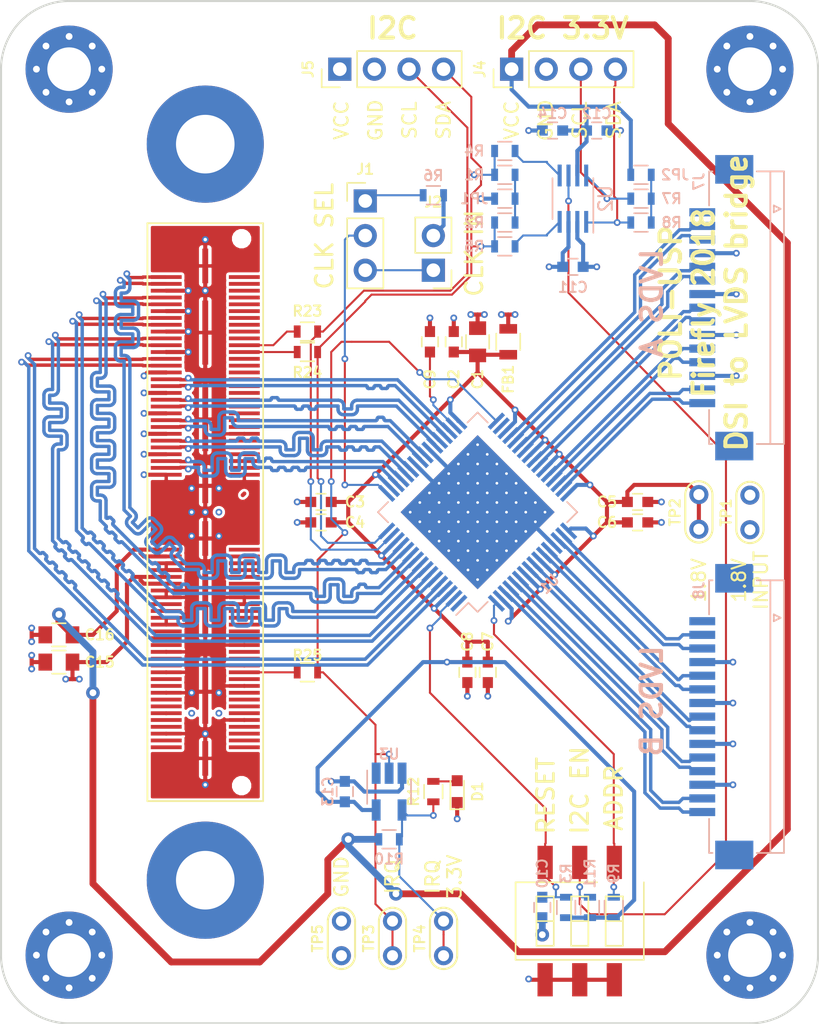
<source format=kicad_pcb>
(kicad_pcb (version 4) (host pcbnew 4.0.7)

  (general
    (links 272)
    (no_connects 5)
    (area 32.150002 22.3 110.075001 110.225)
    (thickness 1.6)
    (drawings 33)
    (tracks 3403)
    (zones 0)
    (modules 57)
    (nets 66)
  )

  (page A4)
  (layers
    (0 F.Cu signal)
    (1 1V8 power hide)
    (2 GND power hide)
    (31 B.Cu signal)
    (32 B.Adhes user)
    (33 F.Adhes user)
    (34 B.Paste user)
    (35 F.Paste user)
    (36 B.SilkS user)
    (37 F.SilkS user)
    (38 B.Mask user)
    (39 F.Mask user)
    (40 Dwgs.User user hide)
    (41 Cmts.User user hide)
    (42 Eco1.User user)
    (43 Eco2.User user)
    (44 Edge.Cuts user)
    (45 Margin user hide)
    (46 B.CrtYd user hide)
    (47 F.CrtYd user hide)
    (48 B.Fab user)
    (49 F.Fab user hide)
  )

  (setup
    (last_trace_width 0.15)
    (user_trace_width 0.5)
    (trace_clearance 0.14)
    (zone_clearance 0.2)
    (zone_45_only no)
    (trace_min 0.127)
    (segment_width 0.2)
    (edge_width 0.15)
    (via_size 0.5)
    (via_drill 0.254)
    (via_min_size 0.4572)
    (via_min_drill 0.254)
    (user_via 1 0.5)
    (uvia_size 0.4572)
    (uvia_drill 0.254)
    (uvias_allowed no)
    (uvia_min_size 0.4572)
    (uvia_min_drill 0.254)
    (pcb_text_width 0.3)
    (pcb_text_size 1.5 1.5)
    (mod_edge_width 0.15)
    (mod_text_size 0.75 0.75)
    (mod_text_width 0.15)
    (pad_size 2.54 0.42926)
    (pad_drill 0)
    (pad_to_mask_clearance 0)
    (aux_axis_origin 0 0)
    (visible_elements 7FFFFFFF)
    (pcbplotparams
      (layerselection 0x00030_80000001)
      (usegerberextensions false)
      (excludeedgelayer true)
      (linewidth 0.100000)
      (plotframeref false)
      (viasonmask false)
      (mode 1)
      (useauxorigin false)
      (hpglpennumber 1)
      (hpglpenspeed 20)
      (hpglpendiameter 15)
      (hpglpenoverlay 2)
      (psnegative false)
      (psa4output false)
      (plotreference true)
      (plotvalue true)
      (plotinvisibletext false)
      (padsonsilk false)
      (subtractmaskfromsilk false)
      (outputformat 1)
      (mirror false)
      (drillshape 1)
      (scaleselection 1)
      (outputdirectory ""))
  )

  (net 0 "")
  (net 1 +1V8)
  (net 2 GND)
  (net 3 "Net-(C9-Pad1)")
  (net 4 RESETN)
  (net 5 +1V8_INPUT)
  (net 6 +3V3)
  (net 7 "Net-(D1-Pad2)")
  (net 8 "Net-(J1-Pad1)")
  (net 9 /REFCLK)
  (net 10 "Net-(J1-Pad3)")
  (net 11 /ADDR)
  (net 12 /I2C_EN)
  (net 13 I2C_3V3_SCL)
  (net 14 I2C_3V3_SDA)
  (net 15 I2C_SCL)
  (net 16 I2C_SDA)
  (net 17 "Net-(J6-Pad22)")
  (net 18 "Net-(J6-Pad24)")
  (net 19 DSI_A3_N)
  (net 20 DSI_A3_P)
  (net 21 DSI_A2_N)
  (net 22 DSI_A2_P)
  (net 23 DSI_ACLK_N)
  (net 24 DSI_ACLK_P)
  (net 25 DSI_A1_N)
  (net 26 DSI_A1_P)
  (net 27 DSI_A0_N)
  (net 28 DSI_A0_P)
  (net 29 "Net-(J6-Pad98)")
  (net 30 LVDS_A0_N)
  (net 31 LVDS_A0_P)
  (net 32 LVDS_A1_N)
  (net 33 LVDS_A1_P)
  (net 34 LVDS_A2_N)
  (net 35 LVDS_A2_P)
  (net 36 LVDS_ACLK_N)
  (net 37 LVDS_ACLK_P)
  (net 38 LVDS_A3_N)
  (net 39 LVDS_A3_P)
  (net 40 LVDS_B0_N)
  (net 41 LVDS_B0_P)
  (net 42 LVDS_B1_N)
  (net 43 LVDS_B1_P)
  (net 44 LVDS_B2_N)
  (net 45 LVDS_B2_P)
  (net 46 LVDS_BCLK_N)
  (net 47 LVDS_BCLK_P)
  (net 48 LVDS_B3_N)
  (net 49 LVDS_B3_P)
  (net 50 "Net-(JP1-Pad1)")
  (net 51 "Net-(JP2-Pad1)")
  (net 52 "Net-(R4-Pad2)")
  (net 53 IRQ_3V3)
  (net 54 DSI_B3_N)
  (net 55 DSI_B3_P)
  (net 56 DSI_B2_N)
  (net 57 DSI_B2_P)
  (net 58 DSI_BCLK_N)
  (net 59 DSI_BCLK_P)
  (net 60 DSI_B1_N)
  (net 61 DSI_B1_P)
  (net 62 DSI_B0_N)
  (net 63 DSI_B0_P)
  (net 64 IRQ)
  (net 65 "Net-(R5-Pad1)")

  (net_class Default "This is the default net class."
    (clearance 0.14)
    (trace_width 0.15)
    (via_dia 0.5)
    (via_drill 0.254)
    (uvia_dia 0.4572)
    (uvia_drill 0.254)
    (add_net /ADDR)
    (add_net /I2C_EN)
    (add_net /REFCLK)
    (add_net I2C_3V3_SCL)
    (add_net I2C_3V3_SDA)
    (add_net I2C_SCL)
    (add_net I2C_SDA)
    (add_net IRQ)
    (add_net IRQ_3V3)
    (add_net "Net-(C9-Pad1)")
    (add_net "Net-(D1-Pad2)")
    (add_net "Net-(J1-Pad1)")
    (add_net "Net-(J1-Pad3)")
    (add_net "Net-(J6-Pad22)")
    (add_net "Net-(J6-Pad24)")
    (add_net "Net-(J6-Pad98)")
    (add_net "Net-(JP1-Pad1)")
    (add_net "Net-(JP2-Pad1)")
    (add_net "Net-(R4-Pad2)")
    (add_net "Net-(R5-Pad1)")
    (add_net RESETN)
  )

  (net_class 100ohm ""
    (clearance 0.14)
    (trace_width 0.15)
    (via_dia 0.5)
    (via_drill 0.254)
    (uvia_dia 0.4572)
    (uvia_drill 0.254)
    (add_net DSI_A0_N)
    (add_net DSI_A0_P)
    (add_net DSI_A1_N)
    (add_net DSI_A1_P)
    (add_net DSI_A2_N)
    (add_net DSI_A2_P)
    (add_net DSI_A3_N)
    (add_net DSI_A3_P)
    (add_net DSI_ACLK_N)
    (add_net DSI_ACLK_P)
    (add_net DSI_B0_N)
    (add_net DSI_B0_P)
    (add_net DSI_B1_N)
    (add_net DSI_B1_P)
    (add_net DSI_B2_N)
    (add_net DSI_B2_P)
    (add_net DSI_B3_N)
    (add_net DSI_B3_P)
    (add_net DSI_BCLK_N)
    (add_net DSI_BCLK_P)
    (add_net LVDS_A0_N)
    (add_net LVDS_A0_P)
    (add_net LVDS_A1_N)
    (add_net LVDS_A1_P)
    (add_net LVDS_A2_N)
    (add_net LVDS_A2_P)
    (add_net LVDS_A3_N)
    (add_net LVDS_A3_P)
    (add_net LVDS_ACLK_N)
    (add_net LVDS_ACLK_P)
    (add_net LVDS_B0_N)
    (add_net LVDS_B0_P)
    (add_net LVDS_B1_N)
    (add_net LVDS_B1_P)
    (add_net LVDS_B2_N)
    (add_net LVDS_B2_P)
    (add_net LVDS_B3_N)
    (add_net LVDS_B3_P)
    (add_net LVDS_BCLK_N)
    (add_net LVDS_BCLK_P)
  )

  (net_class Power ""
    (clearance 0.15)
    (trace_width 0.3)
    (via_dia 0.5)
    (via_drill 0.254)
    (uvia_dia 0.4572)
    (uvia_drill 0.254)
    (add_net +1V8)
    (add_net +1V8_INPUT)
    (add_net +3V3)
    (add_net GND)
  )

  (module samtec:QSH-060-01-X-D-A (layer F.Cu) (tedit 595A787A) (tstamp 59529DF6)
    (at 65 72.5 270)
    (descr ".5MM DOUBLE ROW HS SOCKET ASSEMBLY, 120 PINS.")
    (tags ".5MM DOUBLE ROW HS SOCKET ASSEMBLY, 120 PINS.")
    (path /5954EFC1/5954F33C)
    (attr smd)
    (fp_text reference J6 (at -0.32258 -5.29844 270) (layer F.SilkS) hide
      (effects (font (size 0.75 0.75) (thickness 0.15)))
    )
    (fp_text value QSH-060-01-X-D-A (at 0.80772 5.08254 270) (layer F.SilkS) hide
      (effects (font (size 1.27 1.27) (thickness 0.1016)))
    )
    (fp_line (start -20.69846 -3.6195) (end 20.69846 -3.6195) (layer Dwgs.User) (width 0.127))
    (fp_line (start 20.69846 -3.6195) (end 20.69846 3.6195) (layer Dwgs.User) (width 0.127))
    (fp_line (start 20.69846 3.6195) (end -20.69846 3.6195) (layer Dwgs.User) (width 0.127))
    (fp_line (start -20.69846 3.6195) (end -20.69846 -3.6195) (layer Dwgs.User) (width 0.127))
    (fp_line (start -21.19884 -4.24942) (end 21.19884 -4.24942) (layer F.SilkS) (width 0.127))
    (fp_line (start 21.19884 -4.24942) (end 21.19884 4.24942) (layer F.SilkS) (width 0.127))
    (fp_line (start 21.19884 4.24942) (end -21.19884 4.24942) (layer F.SilkS) (width 0.127))
    (fp_line (start -21.19884 4.24942) (end -21.19884 -4.24942) (layer F.SilkS) (width 0.127))
    (pad 1 smd rect (at -17.24914 2.86766 270) (size 0.2794 2.26822) (layers F.Cu F.Paste F.Mask)
      (net 54 DSI_B3_N))
    (pad 2 smd rect (at -17.24914 -2.86766 270) (size 0.2794 2.26822) (layers F.Cu F.Paste F.Mask))
    (pad 3 smd rect (at -16.74876 2.86766 270) (size 0.2794 2.26822) (layers F.Cu F.Paste F.Mask)
      (net 55 DSI_B3_P))
    (pad 4 smd rect (at -16.74876 -2.86766 270) (size 0.2794 2.26822) (layers F.Cu F.Paste F.Mask))
    (pad 5 smd rect (at -16.24838 2.86766 270) (size 0.2794 2.26822) (layers F.Cu F.Paste F.Mask)
      (net 2 GND))
    (pad 6 smd rect (at -16.24838 -2.86766 270) (size 0.2794 2.26822) (layers F.Cu F.Paste F.Mask))
    (pad 7 smd rect (at -15.748 2.86766 270) (size 0.2794 2.26822) (layers F.Cu F.Paste F.Mask)
      (net 56 DSI_B2_N))
    (pad 8 smd rect (at -15.748 -2.86766 270) (size 0.2794 2.26822) (layers F.Cu F.Paste F.Mask))
    (pad 9 smd rect (at -15.24762 2.86766 270) (size 0.2794 2.26822) (layers F.Cu F.Paste F.Mask)
      (net 57 DSI_B2_P))
    (pad 10 smd rect (at -15.24762 -2.86766 270) (size 0.2794 2.26822) (layers F.Cu F.Paste F.Mask))
    (pad 11 smd rect (at -14.74978 2.86766 270) (size 0.2794 2.26822) (layers F.Cu F.Paste F.Mask)
      (net 2 GND))
    (pad 12 smd rect (at -14.74978 -2.86766 270) (size 0.2794 2.26822) (layers F.Cu F.Paste F.Mask))
    (pad 13 smd rect (at -14.2494 2.86766 270) (size 0.2794 2.26822) (layers F.Cu F.Paste F.Mask)
      (net 58 DSI_BCLK_N))
    (pad 14 smd rect (at -14.2494 -2.86766 270) (size 0.2794 2.26822) (layers F.Cu F.Paste F.Mask))
    (pad 15 smd rect (at -13.74902 2.86766 270) (size 0.2794 2.26822) (layers F.Cu F.Paste F.Mask)
      (net 59 DSI_BCLK_P))
    (pad 16 smd rect (at -13.74902 -2.86766 270) (size 0.2794 2.26822) (layers F.Cu F.Paste F.Mask))
    (pad 17 smd rect (at -13.24864 2.86766 270) (size 0.2794 2.26822) (layers F.Cu F.Paste F.Mask)
      (net 2 GND))
    (pad 18 smd rect (at -13.24864 -2.86766 270) (size 0.2794 2.26822) (layers F.Cu F.Paste F.Mask))
    (pad 19 smd rect (at -12.74826 2.86766 270) (size 0.2794 2.26822) (layers F.Cu F.Paste F.Mask)
      (net 60 DSI_B1_N))
    (pad 20 smd rect (at -12.74826 -2.86766 270) (size 0.2794 2.26822) (layers F.Cu F.Paste F.Mask))
    (pad 21 smd rect (at -12.24788 2.86766 270) (size 0.2794 2.26822) (layers F.Cu F.Paste F.Mask)
      (net 61 DSI_B1_P))
    (pad 22 smd rect (at -12.24788 -2.86766 270) (size 0.2794 2.26822) (layers F.Cu F.Paste F.Mask)
      (net 17 "Net-(J6-Pad22)"))
    (pad 23 smd rect (at -11.7475 2.86766 270) (size 0.2794 2.26822) (layers F.Cu F.Paste F.Mask)
      (net 2 GND))
    (pad 24 smd rect (at -11.7475 -2.86766 270) (size 0.2794 2.26822) (layers F.Cu F.Paste F.Mask)
      (net 18 "Net-(J6-Pad24)"))
    (pad 25 smd rect (at -11.24966 2.86766 270) (size 0.2794 2.26822) (layers F.Cu F.Paste F.Mask)
      (net 62 DSI_B0_N))
    (pad 26 smd rect (at -11.24966 -2.86766 270) (size 0.2794 2.26822) (layers F.Cu F.Paste F.Mask))
    (pad 27 smd rect (at -10.74928 2.86766 270) (size 0.2794 2.26822) (layers F.Cu F.Paste F.Mask)
      (net 63 DSI_B0_P))
    (pad 28 smd rect (at -10.74928 -2.86766 270) (size 0.2794 2.26822) (layers F.Cu F.Paste F.Mask))
    (pad 29 smd rect (at -10.2489 2.86766 270) (size 0.2794 2.26822) (layers F.Cu F.Paste F.Mask)
      (net 2 GND))
    (pad 30 smd rect (at -10.2489 -2.86766 270) (size 0.2794 2.26822) (layers F.Cu F.Paste F.Mask))
    (pad 31 smd rect (at -9.74852 2.86766 270) (size 0.2794 2.26822) (layers F.Cu F.Paste F.Mask)
      (net 19 DSI_A3_N))
    (pad 32 smd rect (at -9.74852 -2.86766 270) (size 0.2794 2.26822) (layers F.Cu F.Paste F.Mask))
    (pad 33 smd rect (at -9.24814 2.86766 270) (size 0.2794 2.26822) (layers F.Cu F.Paste F.Mask)
      (net 20 DSI_A3_P))
    (pad 34 smd rect (at -9.24814 -2.86766 270) (size 0.2794 2.26822) (layers F.Cu F.Paste F.Mask))
    (pad 35 smd rect (at -8.74776 2.86766 270) (size 0.2794 2.26822) (layers F.Cu F.Paste F.Mask)
      (net 2 GND))
    (pad 36 smd rect (at -8.74776 -2.86766 270) (size 0.2794 2.26822) (layers F.Cu F.Paste F.Mask))
    (pad 37 smd rect (at -8.24992 2.86766 270) (size 0.2794 2.26822) (layers F.Cu F.Paste F.Mask)
      (net 21 DSI_A2_N))
    (pad 38 smd rect (at -8.24992 -2.86766 270) (size 0.2794 2.26822) (layers F.Cu F.Paste F.Mask))
    (pad 39 smd rect (at -7.74954 2.86766 270) (size 0.2794 2.26822) (layers F.Cu F.Paste F.Mask)
      (net 22 DSI_A2_P))
    (pad 40 smd rect (at -7.74954 -2.86766 270) (size 0.2794 2.26822) (layers F.Cu F.Paste F.Mask))
    (pad 41 smd rect (at -7.24916 2.86766 270) (size 0.2794 2.26822) (layers F.Cu F.Paste F.Mask)
      (net 2 GND))
    (pad 42 smd rect (at -7.24916 -2.86766 270) (size 0.2794 2.26822) (layers F.Cu F.Paste F.Mask))
    (pad 43 smd rect (at -6.74878 2.86766 270) (size 0.2794 2.26822) (layers F.Cu F.Paste F.Mask)
      (net 23 DSI_ACLK_N))
    (pad 44 smd rect (at -6.74878 -2.86766 270) (size 0.2794 2.26822) (layers F.Cu F.Paste F.Mask))
    (pad 45 smd rect (at -6.2484 2.86766 270) (size 0.2794 2.26822) (layers F.Cu F.Paste F.Mask)
      (net 24 DSI_ACLK_P))
    (pad 46 smd rect (at -6.2484 -2.86766 270) (size 0.2794 2.26822) (layers F.Cu F.Paste F.Mask))
    (pad 47 smd rect (at -5.74802 2.86766 270) (size 0.2794 2.26822) (layers F.Cu F.Paste F.Mask)
      (net 2 GND))
    (pad 48 smd rect (at -5.74802 -2.86766 270) (size 0.2794 2.26822) (layers F.Cu F.Paste F.Mask)
      (net 2 GND))
    (pad 49 smd rect (at -5.24764 2.86766 270) (size 0.2794 2.26822) (layers F.Cu F.Paste F.Mask)
      (net 25 DSI_A1_N))
    (pad 50 smd rect (at -5.24764 -2.86766 270) (size 0.2794 2.26822) (layers F.Cu F.Paste F.Mask))
    (pad 51 smd rect (at -4.7498 2.86766 270) (size 0.2794 2.26822) (layers F.Cu F.Paste F.Mask)
      (net 26 DSI_A1_P))
    (pad 52 smd rect (at -4.7498 -2.86766 270) (size 0.2794 2.26822) (layers F.Cu F.Paste F.Mask)
      (net 2 GND))
    (pad 53 smd rect (at -4.24942 2.86766 270) (size 0.2794 2.26822) (layers F.Cu F.Paste F.Mask)
      (net 2 GND))
    (pad 54 smd rect (at -4.24942 -2.86766 270) (size 0.2794 2.26822) (layers F.Cu F.Paste F.Mask))
    (pad 55 smd rect (at -3.74904 2.86766 270) (size 0.2794 2.26822) (layers F.Cu F.Paste F.Mask)
      (net 27 DSI_A0_N))
    (pad 56 smd rect (at -3.74904 -2.86766 270) (size 0.2794 2.26822) (layers F.Cu F.Paste F.Mask))
    (pad 57 smd rect (at -3.24866 2.86766 270) (size 0.2794 2.26822) (layers F.Cu F.Paste F.Mask)
      (net 28 DSI_A0_P))
    (pad 58 smd rect (at -3.24866 -2.86766 270) (size 0.2794 2.26822) (layers F.Cu F.Paste F.Mask))
    (pad 59 smd rect (at -2.74828 2.86766 270) (size 0.2794 2.26822) (layers F.Cu F.Paste F.Mask)
      (net 2 GND))
    (pad 60 smd rect (at -2.74828 -2.86766 270) (size 0.2794 2.26822) (layers F.Cu F.Paste F.Mask)
      (net 2 GND))
    (pad 61 smd rect (at 2.74828 2.86766 270) (size 0.2794 2.26822) (layers F.Cu F.Paste F.Mask)
      (net 6 +3V3))
    (pad 62 smd rect (at 2.74828 -2.86766 270) (size 0.2794 2.26822) (layers F.Cu F.Paste F.Mask))
    (pad 63 smd rect (at 3.24866 2.86766 270) (size 0.2794 2.26822) (layers F.Cu F.Paste F.Mask)
      (net 6 +3V3))
    (pad 64 smd rect (at 3.24866 -2.86766 270) (size 0.2794 2.26822) (layers F.Cu F.Paste F.Mask))
    (pad 65 smd rect (at 3.74904 2.86766 270) (size 0.2794 2.26822) (layers F.Cu F.Paste F.Mask)
      (net 2 GND))
    (pad 66 smd rect (at 3.74904 -2.86766 270) (size 0.2794 2.26822) (layers F.Cu F.Paste F.Mask))
    (pad 67 smd rect (at 4.24942 2.86766 270) (size 0.2794 2.26822) (layers F.Cu F.Paste F.Mask)
      (net 2 GND))
    (pad 68 smd rect (at 4.24942 -2.86766 270) (size 0.2794 2.26822) (layers F.Cu F.Paste F.Mask))
    (pad 69 smd rect (at 4.7498 2.86766 270) (size 0.2794 2.26822) (layers F.Cu F.Paste F.Mask)
      (net 5 +1V8_INPUT))
    (pad 70 smd rect (at 4.7498 -2.86766 270) (size 0.2794 2.26822) (layers F.Cu F.Paste F.Mask)
      (net 2 GND))
    (pad 71 smd rect (at 5.24764 2.86766 270) (size 0.2794 2.26822) (layers F.Cu F.Paste F.Mask)
      (net 5 +1V8_INPUT))
    (pad 72 smd rect (at 5.24764 -2.86766 270) (size 0.2794 2.26822) (layers F.Cu F.Paste F.Mask))
    (pad 73 smd rect (at 5.74802 2.86766 270) (size 0.2794 2.26822) (layers F.Cu F.Paste F.Mask)
      (net 2 GND))
    (pad 74 smd rect (at 5.74802 -2.86766 270) (size 0.2794 2.26822) (layers F.Cu F.Paste F.Mask))
    (pad 75 smd rect (at 6.2484 2.86766 270) (size 0.2794 2.26822) (layers F.Cu F.Paste F.Mask)
      (net 2 GND))
    (pad 76 smd rect (at 6.2484 -2.86766 270) (size 0.2794 2.26822) (layers F.Cu F.Paste F.Mask)
      (net 2 GND))
    (pad 77 smd rect (at 6.74878 2.86766 270) (size 0.2794 2.26822) (layers F.Cu F.Paste F.Mask))
    (pad 78 smd rect (at 6.74878 -2.86766 270) (size 0.2794 2.26822) (layers F.Cu F.Paste F.Mask)
      (net 2 GND))
    (pad 79 smd rect (at 7.24916 2.86766 270) (size 0.2794 2.26822) (layers F.Cu F.Paste F.Mask))
    (pad 80 smd rect (at 7.24916 -2.86766 270) (size 0.2794 2.26822) (layers F.Cu F.Paste F.Mask))
    (pad 81 smd rect (at 7.74954 2.86766 270) (size 0.2794 2.26822) (layers F.Cu F.Paste F.Mask)
      (net 2 GND))
    (pad 82 smd rect (at 7.74954 -2.86766 270) (size 0.2794 2.26822) (layers F.Cu F.Paste F.Mask))
    (pad 83 smd rect (at 8.24992 2.86766 270) (size 0.2794 2.26822) (layers F.Cu F.Paste F.Mask)
      (net 2 GND))
    (pad 84 smd rect (at 8.24992 -2.86766 270) (size 0.2794 2.26822) (layers F.Cu F.Paste F.Mask))
    (pad 85 smd rect (at 8.74776 2.86766 270) (size 0.2794 2.26822) (layers F.Cu F.Paste F.Mask))
    (pad 86 smd rect (at 8.74776 -2.86766 270) (size 0.2794 2.26822) (layers F.Cu F.Paste F.Mask))
    (pad 87 smd rect (at 9.24814 2.86766 270) (size 0.2794 2.26822) (layers F.Cu F.Paste F.Mask))
    (pad 88 smd rect (at 9.24814 -2.86766 270) (size 0.2794 2.26822) (layers F.Cu F.Paste F.Mask))
    (pad 89 smd rect (at 9.74852 2.86766 270) (size 0.2794 2.26822) (layers F.Cu F.Paste F.Mask))
    (pad 90 smd rect (at 9.74852 -2.86766 270) (size 0.2794 2.26822) (layers F.Cu F.Paste F.Mask)
      (net 2 GND))
    (pad 91 smd rect (at 10.2489 2.86766 270) (size 0.2794 2.26822) (layers F.Cu F.Paste F.Mask)
      (net 2 GND))
    (pad 92 smd rect (at 10.2489 -2.86766 270) (size 0.2794 2.26822) (layers F.Cu F.Paste F.Mask))
    (pad 93 smd rect (at 10.74928 2.86766 270) (size 0.2794 2.26822) (layers F.Cu F.Paste F.Mask))
    (pad 94 smd rect (at 10.74928 -2.86766 270) (size 0.2794 2.26822) (layers F.Cu F.Paste F.Mask))
    (pad 95 smd rect (at 11.24966 2.86766 270) (size 0.2794 2.26822) (layers F.Cu F.Paste F.Mask))
    (pad 96 smd rect (at 11.24966 -2.86766 270) (size 0.2794 2.26822) (layers F.Cu F.Paste F.Mask)
      (net 2 GND))
    (pad 97 smd rect (at 11.7475 2.86766 270) (size 0.2794 2.26822) (layers F.Cu F.Paste F.Mask)
      (net 2 GND))
    (pad 98 smd rect (at 11.7475 -2.86766 270) (size 0.2794 2.26822) (layers F.Cu F.Paste F.Mask)
      (net 29 "Net-(J6-Pad98)"))
    (pad 99 smd rect (at 12.24788 2.86766 270) (size 0.2794 2.26822) (layers F.Cu F.Paste F.Mask))
    (pad 100 smd rect (at 12.24788 -2.86766 270) (size 0.2794 2.26822) (layers F.Cu F.Paste F.Mask))
    (pad 101 smd rect (at 12.74826 2.86766 270) (size 0.2794 2.26822) (layers F.Cu F.Paste F.Mask))
    (pad 102 smd rect (at 12.74826 -2.86766 270) (size 0.2794 2.26822) (layers F.Cu F.Paste F.Mask)
      (net 2 GND))
    (pad 103 smd rect (at 13.24864 2.86766 270) (size 0.2794 2.26822) (layers F.Cu F.Paste F.Mask)
      (net 2 GND))
    (pad 104 smd rect (at 13.24864 -2.86766 270) (size 0.2794 2.26822) (layers F.Cu F.Paste F.Mask))
    (pad 105 smd rect (at 13.74902 2.86766 270) (size 0.2794 2.26822) (layers F.Cu F.Paste F.Mask))
    (pad 106 smd rect (at 13.74902 -2.86766 270) (size 0.2794 2.26822) (layers F.Cu F.Paste F.Mask))
    (pad 107 smd rect (at 14.2494 2.86766 270) (size 0.2794 2.26822) (layers F.Cu F.Paste F.Mask))
    (pad 108 smd rect (at 14.2494 -2.86766 270) (size 0.2794 2.26822) (layers F.Cu F.Paste F.Mask))
    (pad 109 smd rect (at 14.74978 2.86766 270) (size 0.2794 2.26822) (layers F.Cu F.Paste F.Mask)
      (net 2 GND))
    (pad 110 smd rect (at 14.74978 -2.86766 270) (size 0.2794 2.26822) (layers F.Cu F.Paste F.Mask))
    (pad 111 smd rect (at 15.24762 2.86766 270) (size 0.2794 2.26822) (layers F.Cu F.Paste F.Mask))
    (pad 112 smd rect (at 15.24762 -2.86766 270) (size 0.2794 2.26822) (layers F.Cu F.Paste F.Mask)
      (net 2 GND))
    (pad 113 smd rect (at 15.748 2.86766 270) (size 0.2794 2.26822) (layers F.Cu F.Paste F.Mask))
    (pad 114 smd rect (at 15.748 -2.86766 270) (size 0.2794 2.26822) (layers F.Cu F.Paste F.Mask))
    (pad 115 smd rect (at 16.24838 2.86766 270) (size 0.2794 2.26822) (layers F.Cu F.Paste F.Mask)
      (net 2 GND))
    (pad 116 smd rect (at 16.24838 -2.86766 270) (size 0.2794 2.26822) (layers F.Cu F.Paste F.Mask))
    (pad 117 smd rect (at 16.74876 2.86766 270) (size 0.2794 2.26822) (layers F.Cu F.Paste F.Mask))
    (pad 118 smd rect (at 16.74876 -2.86766 270) (size 0.2794 2.26822) (layers F.Cu F.Paste F.Mask))
    (pad 119 smd rect (at 17.24914 2.86766 270) (size 0.2794 2.26822) (layers F.Cu F.Paste F.Mask))
    (pad 120 smd rect (at 17.24914 -2.86766 270) (size 0.2794 2.26822) (layers F.Cu F.Paste F.Mask))
    (pad 121 smd rect (at -18.06448 0 270) (size 2.54 0.42926) (layers F.Cu F.Paste F.Mask)
      (net 2 GND))
    (pad 122 smd rect (at -13.17498 0 270) (size 4.699 0.42926) (layers F.Cu F.Paste F.Mask)
      (net 2 GND))
    (pad 123 smd rect (at -6.82498 0 270) (size 4.699 0.42926) (layers F.Cu F.Paste F.Mask)
      (net 2 GND))
    (pad 124 smd rect (at -1.93294 0 270) (size 2.54 0.42926) (layers F.Cu F.Paste F.Mask)
      (net 2 GND))
    (pad 125 smd rect (at 1.93294 0 270) (size 2.54 0.42926) (layers F.Cu F.Paste F.Mask)
      (net 2 GND))
    (pad 126 smd rect (at 6.82498 0 270) (size 4.699 0.42926) (layers F.Cu F.Paste F.Mask)
      (net 2 GND))
    (pad 127 smd rect (at 13.17498 0 270) (size 4.699 0.42926) (layers F.Cu F.Paste F.Mask)
      (net 2 GND))
    (pad 128 smd rect (at 18.06448 0 270) (size 2.54 0.42926) (layers F.Cu F.Paste F.Mask)
      (net 2 GND))
    (pad "" np_thru_hole circle (at -20.06346 -2.66954 270) (size 1.01854 1.01854) (drill 1.01854) (layers *.Cu *.Mask))
    (pad "" np_thru_hole circle (at 20.06346 -2.66954 270) (size 1.01854 1.01854) (drill 1.01854) (layers *.Cu *.Mask))
    (model E:/Documentos/KiCad/kicad-library/modules_custom/packages3d/Samtec.3dshapes/qsh-060-01-h-d-a.wrl
      (at (xyz 0 0 0))
      (scale (xyz 1 1 1))
      (rotate (xyz 0 0 0))
    )
  )

  (module Housings_SSOP:SSOP-8_2.95x2.8mm_Pitch0.65mm (layer B.Cu) (tedit 589DBBBD) (tstamp 59529F5A)
    (at 92 49.5 90)
    (descr "SSOP-8 2.9 x2.8mm Pitch 0.65mm")
    (tags "SSOP-8 2.95x2.8mm Pitch 0.65mm")
    (path /595345B0)
    (attr smd)
    (fp_text reference U2 (at 0 2.4 90) (layer B.SilkS)
      (effects (font (size 1 1) (thickness 0.15)) (justify mirror))
    )
    (fp_text value TXS0102 (at 0 -2.6 90) (layer B.Fab)
      (effects (font (size 1 1) (thickness 0.15)) (justify mirror))
    )
    (fp_line (start -2.75 1.65) (end 2.75 1.65) (layer B.CrtYd) (width 0.05))
    (fp_line (start -2.75 -1.65) (end -2.75 1.65) (layer B.CrtYd) (width 0.05))
    (fp_line (start 2.75 -1.65) (end -2.75 -1.65) (layer B.CrtYd) (width 0.05))
    (fp_line (start 2.75 1.65) (end 2.75 -1.65) (layer B.CrtYd) (width 0.05))
    (fp_line (start 1.5 -1.5) (end -1.5 -1.5) (layer B.SilkS) (width 0.12))
    (fp_line (start 1.5 1.5) (end -2.5 1.5) (layer B.SilkS) (width 0.12))
    (fp_line (start -0.475 1.4) (end -1.475 0.7) (layer B.Fab) (width 0.1))
    (fp_line (start -0.475 1.4) (end 1.475 1.4) (layer B.Fab) (width 0.1))
    (fp_line (start -1.475 -1.4) (end -1.475 0.7) (layer B.Fab) (width 0.1))
    (fp_line (start 1.475 -1.4) (end -1.475 -1.4) (layer B.Fab) (width 0.1))
    (fp_line (start 1.475 1.4) (end 1.475 -1.4) (layer B.Fab) (width 0.1))
    (fp_text user %R (at 0 0 90) (layer B.Fab)
      (effects (font (size 0.6 0.6) (thickness 0.15)) (justify mirror))
    )
    (pad 1 smd rect (at -1.7 0.975 180) (size 0.3 1.6) (layers B.Cu B.Paste B.Mask)
      (net 14 I2C_3V3_SDA))
    (pad 2 smd rect (at -1.7 0.325 180) (size 0.3 1.6) (layers B.Cu B.Paste B.Mask)
      (net 2 GND))
    (pad 3 smd rect (at -1.7 -0.325 180) (size 0.3 1.6) (layers B.Cu B.Paste B.Mask)
      (net 5 +1V8_INPUT))
    (pad 4 smd rect (at -1.7 -0.975 180) (size 0.3 1.6) (layers B.Cu B.Paste B.Mask)
      (net 65 "Net-(R5-Pad1)"))
    (pad 5 smd rect (at 1.7 -0.975 180) (size 0.3 1.6) (layers B.Cu B.Paste B.Mask)
      (net 52 "Net-(R4-Pad2)"))
    (pad 6 smd rect (at 1.7 -0.325 180) (size 0.3 1.6) (layers B.Cu B.Paste B.Mask)
      (net 12 /I2C_EN))
    (pad 7 smd rect (at 1.7 0.325 180) (size 0.3 1.6) (layers B.Cu B.Paste B.Mask)
      (net 6 +3V3))
    (pad 8 smd rect (at 1.7 0.975 180) (size 0.3 1.6) (layers B.Cu B.Paste B.Mask)
      (net 13 I2C_3V3_SCL))
    (model ${KISYS3DMOD}/Housings_SSOP.3dshapes/SSOP-8_2.95x2.8mm_Pitch0.65mm.wrl
      (at (xyz 0 0 0))
      (scale (xyz 1 1 1))
      (rotate (xyz 0 0 0))
    )
  )

  (module Housings_QFP:HTQFP-64_1EP_10x10mm_Pitch0.5mm_ThermalPad (layer B.Cu) (tedit 58CC9A46) (tstamp 59529F4E)
    (at 85 72.5 45)
    (descr "64-Lead Plastic Thin Quad Flatpack (PT) - 10x10x1 mm Body, 2.00 mm Footprint [HTQFP] thermal pad")
    (tags "HTQFP-64 Pitch 0.5 ")
    (path /59526B93)
    (attr smd)
    (fp_text reference U1 (at 0 7.450001 45) (layer B.SilkS)
      (effects (font (size 0.75 0.75) (thickness 0.15)) (justify mirror))
    )
    (fp_text value SN65DSI85-Q1 (at 0 -7.450001 45) (layer B.Fab)
      (effects (font (size 1 1) (thickness 0.15)) (justify mirror))
    )
    (fp_text user %R (at 0 0 45) (layer B.Fab)
      (effects (font (size 1 1) (thickness 0.15)) (justify mirror))
    )
    (fp_line (start -4 5) (end 5 5) (layer B.Fab) (width 0.1))
    (fp_line (start 5 5) (end 5 -5) (layer B.Fab) (width 0.1))
    (fp_line (start 5 -5) (end -5 -5) (layer B.Fab) (width 0.1))
    (fp_line (start -5 -5) (end -5 4) (layer B.Fab) (width 0.1))
    (fp_line (start -5 4) (end -4 5) (layer B.Fab) (width 0.1))
    (fp_line (start -6.7 6.7) (end -6.7 -6.7) (layer B.CrtYd) (width 0.05))
    (fp_line (start 6.7 6.7) (end 6.7 -6.7) (layer B.CrtYd) (width 0.05))
    (fp_line (start -6.7 6.7) (end 6.7 6.7) (layer B.CrtYd) (width 0.05))
    (fp_line (start -6.7 -6.7) (end 6.7 -6.7) (layer B.CrtYd) (width 0.05))
    (fp_line (start -5.175 5.175) (end -5.175 4.225) (layer B.SilkS) (width 0.12))
    (fp_line (start 5.175 5.175) (end 5.175 4.125) (layer B.SilkS) (width 0.12))
    (fp_line (start 5.175 -5.175) (end 5.175 -4.125) (layer B.SilkS) (width 0.12))
    (fp_line (start -5.175 -5.175) (end -5.175 -4.125) (layer B.SilkS) (width 0.12))
    (fp_line (start -5.175 5.175) (end -4.125 5.175) (layer B.SilkS) (width 0.12))
    (fp_line (start -5.175 -5.175) (end -4.125 -5.175) (layer B.SilkS) (width 0.12))
    (fp_line (start 5.175 -5.175) (end 4.125 -5.175) (layer B.SilkS) (width 0.12))
    (fp_line (start 5.175 5.175) (end 4.125 5.175) (layer B.SilkS) (width 0.12))
    (fp_line (start -5.175 4.225) (end -6.45 4.225) (layer B.SilkS) (width 0.12))
    (pad 1 smd rect (at -5.7 3.75 45) (size 1.5 0.3) (layers B.Cu B.Paste B.Mask))
    (pad 2 smd rect (at -5.7 3.25 45) (size 1.5 0.3) (layers B.Cu B.Paste B.Mask)
      (net 4 RESETN))
    (pad 3 smd rect (at -5.7 2.75 45) (size 1.5 0.3) (layers B.Cu B.Paste B.Mask)
      (net 1 +1V8))
    (pad 4 smd rect (at -5.7 2.25 45) (size 1.5 0.3) (layers B.Cu B.Paste B.Mask)
      (net 63 DSI_B0_P))
    (pad 5 smd rect (at -5.7 1.75 45) (size 1.5 0.3) (layers B.Cu B.Paste B.Mask)
      (net 62 DSI_B0_N))
    (pad 6 smd rect (at -5.7 1.25 45) (size 1.5 0.3) (layers B.Cu B.Paste B.Mask)
      (net 61 DSI_B1_P))
    (pad 7 smd rect (at -5.7 0.75 45) (size 1.5 0.3) (layers B.Cu B.Paste B.Mask)
      (net 60 DSI_B1_N))
    (pad 8 smd rect (at -5.7 0.25 45) (size 1.5 0.3) (layers B.Cu B.Paste B.Mask)
      (net 59 DSI_BCLK_P))
    (pad 9 smd rect (at -5.7 -0.25 45) (size 1.5 0.3) (layers B.Cu B.Paste B.Mask)
      (net 58 DSI_BCLK_N))
    (pad 10 smd rect (at -5.7 -0.75 45) (size 1.5 0.3) (layers B.Cu B.Paste B.Mask)
      (net 57 DSI_B2_P))
    (pad 11 smd rect (at -5.7 -1.25 45) (size 1.5 0.3) (layers B.Cu B.Paste B.Mask)
      (net 56 DSI_B2_N))
    (pad 12 smd rect (at -5.7 -1.75 45) (size 1.5 0.3) (layers B.Cu B.Paste B.Mask)
      (net 55 DSI_B3_P))
    (pad 13 smd rect (at -5.7 -2.25 45) (size 1.5 0.3) (layers B.Cu B.Paste B.Mask)
      (net 54 DSI_B3_N))
    (pad 14 smd rect (at -5.7 -2.75 45) (size 1.5 0.3) (layers B.Cu B.Paste B.Mask)
      (net 1 +1V8))
    (pad 15 smd rect (at -5.7 -3.25 45) (size 1.5 0.3) (layers B.Cu B.Paste B.Mask)
      (net 15 I2C_SCL))
    (pad 16 smd rect (at -5.7 -3.75 45) (size 1.5 0.3) (layers B.Cu B.Paste B.Mask)
      (net 16 I2C_SDA))
    (pad 17 smd rect (at -3.75 -5.7 315) (size 1.5 0.3) (layers B.Cu B.Paste B.Mask)
      (net 9 /REFCLK))
    (pad 18 smd rect (at -3.25 -5.7 315) (size 1.5 0.3) (layers B.Cu B.Paste B.Mask)
      (net 1 +1V8))
    (pad 19 smd rect (at -2.75 -5.7 315) (size 1.5 0.3) (layers B.Cu B.Paste B.Mask)
      (net 28 DSI_A0_P))
    (pad 20 smd rect (at -2.25 -5.7 315) (size 1.5 0.3) (layers B.Cu B.Paste B.Mask)
      (net 27 DSI_A0_N))
    (pad 21 smd rect (at -1.75 -5.7 315) (size 1.5 0.3) (layers B.Cu B.Paste B.Mask)
      (net 26 DSI_A1_P))
    (pad 22 smd rect (at -1.25 -5.7 315) (size 1.5 0.3) (layers B.Cu B.Paste B.Mask)
      (net 25 DSI_A1_N))
    (pad 23 smd rect (at -0.75 -5.7 315) (size 1.5 0.3) (layers B.Cu B.Paste B.Mask)
      (net 2 GND))
    (pad 24 smd rect (at -0.25 -5.7 315) (size 1.5 0.3) (layers B.Cu B.Paste B.Mask)
      (net 24 DSI_ACLK_P))
    (pad 25 smd rect (at 0.25 -5.7 315) (size 1.5 0.3) (layers B.Cu B.Paste B.Mask)
      (net 23 DSI_ACLK_N))
    (pad 26 smd rect (at 0.75 -5.7 315) (size 1.5 0.3) (layers B.Cu B.Paste B.Mask)
      (net 2 GND))
    (pad 27 smd rect (at 1.25 -5.7 315) (size 1.5 0.3) (layers B.Cu B.Paste B.Mask)
      (net 22 DSI_A2_P))
    (pad 28 smd rect (at 1.75 -5.7 315) (size 1.5 0.3) (layers B.Cu B.Paste B.Mask)
      (net 21 DSI_A2_N))
    (pad 29 smd rect (at 2.25 -5.7 315) (size 1.5 0.3) (layers B.Cu B.Paste B.Mask)
      (net 20 DSI_A3_P))
    (pad 30 smd rect (at 2.75 -5.7 315) (size 1.5 0.3) (layers B.Cu B.Paste B.Mask)
      (net 19 DSI_A3_N))
    (pad 31 smd rect (at 3.25 -5.7 315) (size 1.5 0.3) (layers B.Cu B.Paste B.Mask)
      (net 3 "Net-(C9-Pad1)"))
    (pad 32 smd rect (at 3.75 -5.7 315) (size 1.5 0.3) (layers B.Cu B.Paste B.Mask)
      (net 1 +1V8))
    (pad 33 smd rect (at 5.7 -3.75 45) (size 1.5 0.3) (layers B.Cu B.Paste B.Mask)
      (net 64 IRQ))
    (pad 34 smd rect (at 5.7 -3.25 45) (size 1.5 0.3) (layers B.Cu B.Paste B.Mask))
    (pad 35 smd rect (at 5.7 -2.75 45) (size 1.5 0.3) (layers B.Cu B.Paste B.Mask)
      (net 1 +1V8))
    (pad 36 smd rect (at 5.7 -2.25 45) (size 1.5 0.3) (layers B.Cu B.Paste B.Mask)
      (net 39 LVDS_A3_P))
    (pad 37 smd rect (at 5.7 -1.75 45) (size 1.5 0.3) (layers B.Cu B.Paste B.Mask)
      (net 38 LVDS_A3_N))
    (pad 38 smd rect (at 5.7 -1.25 45) (size 1.5 0.3) (layers B.Cu B.Paste B.Mask)
      (net 37 LVDS_ACLK_P))
    (pad 39 smd rect (at 5.7 -0.75 45) (size 1.5 0.3) (layers B.Cu B.Paste B.Mask)
      (net 36 LVDS_ACLK_N))
    (pad 40 smd rect (at 5.7 -0.25 45) (size 1.5 0.3) (layers B.Cu B.Paste B.Mask)
      (net 1 +1V8))
    (pad 41 smd rect (at 5.7 0.25 45) (size 1.5 0.3) (layers B.Cu B.Paste B.Mask)
      (net 35 LVDS_A2_P))
    (pad 42 smd rect (at 5.7 0.75 45) (size 1.5 0.3) (layers B.Cu B.Paste B.Mask)
      (net 34 LVDS_A2_N))
    (pad 43 smd rect (at 5.7 1.25 45) (size 1.5 0.3) (layers B.Cu B.Paste B.Mask)
      (net 1 +1V8))
    (pad 44 smd rect (at 5.7 1.75 45) (size 1.5 0.3) (layers B.Cu B.Paste B.Mask)
      (net 33 LVDS_A1_P))
    (pad 45 smd rect (at 5.7 2.25 45) (size 1.5 0.3) (layers B.Cu B.Paste B.Mask)
      (net 32 LVDS_A1_N))
    (pad 46 smd rect (at 5.7 2.75 45) (size 1.5 0.3) (layers B.Cu B.Paste B.Mask)
      (net 31 LVDS_A0_P))
    (pad 47 smd rect (at 5.7 3.25 45) (size 1.5 0.3) (layers B.Cu B.Paste B.Mask)
      (net 30 LVDS_A0_N))
    (pad 48 smd rect (at 5.7 3.75 45) (size 1.5 0.3) (layers B.Cu B.Paste B.Mask)
      (net 1 +1V8))
    (pad 49 smd rect (at 3.75 5.7 315) (size 1.5 0.3) (layers B.Cu B.Paste B.Mask)
      (net 1 +1V8))
    (pad 50 smd rect (at 3.25 5.7 315) (size 1.5 0.3) (layers B.Cu B.Paste B.Mask)
      (net 49 LVDS_B3_P))
    (pad 51 smd rect (at 2.75 5.7 315) (size 1.5 0.3) (layers B.Cu B.Paste B.Mask)
      (net 48 LVDS_B3_N))
    (pad 52 smd rect (at 2.25 5.7 315) (size 1.5 0.3) (layers B.Cu B.Paste B.Mask)
      (net 2 GND))
    (pad 53 smd rect (at 1.75 5.7 315) (size 1.5 0.3) (layers B.Cu B.Paste B.Mask)
      (net 47 LVDS_BCLK_P))
    (pad 54 smd rect (at 1.25 5.7 315) (size 1.5 0.3) (layers B.Cu B.Paste B.Mask)
      (net 46 LVDS_BCLK_N))
    (pad 55 smd rect (at 0.75 5.7 315) (size 1.5 0.3) (layers B.Cu B.Paste B.Mask)
      (net 1 +1V8))
    (pad 56 smd rect (at 0.25 5.7 315) (size 1.5 0.3) (layers B.Cu B.Paste B.Mask)
      (net 45 LVDS_B2_P))
    (pad 57 smd rect (at -0.25 5.7 315) (size 1.5 0.3) (layers B.Cu B.Paste B.Mask)
      (net 44 LVDS_B2_N))
    (pad 58 smd rect (at -0.75 5.7 315) (size 1.5 0.3) (layers B.Cu B.Paste B.Mask)
      (net 1 +1V8))
    (pad 59 smd rect (at -1.25 5.7 315) (size 1.5 0.3) (layers B.Cu B.Paste B.Mask)
      (net 43 LVDS_B1_P))
    (pad 60 smd rect (at -1.75 5.7 315) (size 1.5 0.3) (layers B.Cu B.Paste B.Mask)
      (net 42 LVDS_B1_N))
    (pad 61 smd rect (at -2.25 5.7 315) (size 1.5 0.3) (layers B.Cu B.Paste B.Mask)
      (net 41 LVDS_B0_P))
    (pad 62 smd rect (at -2.75 5.7 315) (size 1.5 0.3) (layers B.Cu B.Paste B.Mask)
      (net 40 LVDS_B0_N))
    (pad 63 smd rect (at -3.25 5.7 315) (size 1.5 0.3) (layers B.Cu B.Paste B.Mask)
      (net 1 +1V8))
    (pad 64 smd rect (at -3.75 5.7 315) (size 1.5 0.3) (layers B.Cu B.Paste B.Mask)
      (net 11 /ADDR))
    (pad 65 smd rect (at 0 0 225) (size 8 8) (layers B.Cu B.Paste B.Mask)
      (net 2 GND) (solder_mask_margin -1.8) (solder_paste_margin -1.8))
    (pad 65 thru_hole circle (at -3.5 3.5 315) (size 0.3 0.3) (drill 0.2) (layers *.Cu B.Adhes)
      (net 2 GND))
    (pad 65 thru_hole circle (at -2.5 3.5 315) (size 0.3 0.3) (drill 0.2) (layers *.Cu B.Adhes)
      (net 2 GND))
    (pad 65 thru_hole circle (at -1.5 3.5 315) (size 0.3 0.3) (drill 0.2) (layers *.Cu B.Adhes)
      (net 2 GND))
    (pad 65 thru_hole circle (at -0.5 3.5 315) (size 0.3 0.3) (drill 0.2) (layers *.Cu B.Adhes)
      (net 2 GND))
    (pad 65 thru_hole circle (at 0.5 3.5 315) (size 0.3 0.3) (drill 0.2) (layers *.Cu B.Adhes)
      (net 2 GND))
    (pad 65 thru_hole circle (at 1.5 3.5 315) (size 0.3 0.3) (drill 0.2) (layers *.Cu B.Adhes)
      (net 2 GND))
    (pad 65 thru_hole circle (at 2.5 3.5 315) (size 0.3 0.3) (drill 0.2) (layers *.Cu B.Adhes)
      (net 2 GND))
    (pad 65 thru_hole circle (at 3.5 3.5 315) (size 0.3 0.3) (drill 0.2) (layers *.Cu B.Adhes)
      (net 2 GND))
    (pad 65 thru_hole circle (at 3.5 2.5 315) (size 0.3 0.3) (drill 0.2) (layers *.Cu B.Adhes)
      (net 2 GND))
    (pad 65 thru_hole circle (at 2.5 2.5 315) (size 0.3 0.3) (drill 0.2) (layers *.Cu B.Adhes)
      (net 2 GND))
    (pad 65 thru_hole circle (at 1.5 2.5 315) (size 0.3 0.3) (drill 0.2) (layers *.Cu B.Adhes)
      (net 2 GND))
    (pad 65 thru_hole circle (at 0.5 2.5 315) (size 0.3 0.3) (drill 0.2) (layers *.Cu B.Adhes)
      (net 2 GND))
    (pad 65 thru_hole circle (at -0.5 2.5 315) (size 0.3 0.3) (drill 0.2) (layers *.Cu B.Adhes)
      (net 2 GND))
    (pad 65 thru_hole circle (at -1.5 2.5 315) (size 0.3 0.3) (drill 0.2) (layers *.Cu B.Adhes)
      (net 2 GND))
    (pad 65 thru_hole circle (at -2.5 2.5 315) (size 0.3 0.3) (drill 0.2) (layers *.Cu B.Adhes)
      (net 2 GND))
    (pad 65 thru_hole circle (at -3.5 2.5 315) (size 0.3 0.3) (drill 0.2) (layers *.Cu B.Adhes)
      (net 2 GND))
    (pad 65 thru_hole circle (at -3.5 1.5 315) (size 0.3 0.3) (drill 0.2) (layers *.Cu B.Adhes)
      (net 2 GND))
    (pad 65 thru_hole circle (at -3.5 0.5 315) (size 0.3 0.3) (drill 0.2) (layers *.Cu B.Adhes)
      (net 2 GND))
    (pad 65 thru_hole circle (at -2.5 1.5 315) (size 0.3 0.3) (drill 0.2) (layers *.Cu B.Adhes)
      (net 2 GND))
    (pad 65 thru_hole circle (at -2.5 0.5 315) (size 0.3 0.3) (drill 0.2) (layers *.Cu B.Adhes)
      (net 2 GND))
    (pad 65 thru_hole circle (at -1.5 0.5 315) (size 0.3 0.3) (drill 0.2) (layers *.Cu B.Adhes)
      (net 2 GND))
    (pad 65 thru_hole circle (at -1.5 1.5 315) (size 0.3 0.3) (drill 0.2) (layers *.Cu B.Adhes)
      (net 2 GND))
    (pad 65 thru_hole circle (at -0.5 1.5 315) (size 0.3 0.3) (drill 0.2) (layers *.Cu B.Adhes)
      (net 2 GND))
    (pad 65 thru_hole circle (at -0.5 0.5 315) (size 0.3 0.3) (drill 0.2) (layers *.Cu B.Adhes)
      (net 2 GND))
    (pad 65 thru_hole circle (at 0.5 0.5 315) (size 0.3 0.3) (drill 0.2) (layers *.Cu B.Adhes)
      (net 2 GND))
    (pad 65 thru_hole circle (at 0.5 1.5 315) (size 0.3 0.3) (drill 0.2) (layers *.Cu B.Adhes)
      (net 2 GND))
    (pad 65 thru_hole circle (at 1.5 1.5 315) (size 0.3 0.3) (drill 0.2) (layers *.Cu B.Adhes)
      (net 2 GND))
    (pad 65 thru_hole circle (at 1.5 0.5 315) (size 0.3 0.3) (drill 0.2) (layers *.Cu B.Adhes)
      (net 2 GND))
    (pad 65 thru_hole circle (at 2.5 1.5 315) (size 0.3 0.3) (drill 0.2) (layers *.Cu B.Adhes)
      (net 2 GND))
    (pad 65 thru_hole circle (at 2.5 0.5 315) (size 0.3 0.3) (drill 0.2) (layers *.Cu B.Adhes)
      (net 2 GND))
    (pad 65 thru_hole circle (at 3.5 1.5 315) (size 0.3 0.3) (drill 0.2) (layers *.Cu B.Adhes)
      (net 2 GND))
    (pad 65 thru_hole circle (at 3.5 0.5 315) (size 0.3 0.3) (drill 0.2) (layers *.Cu B.Adhes)
      (net 2 GND))
    (pad 65 thru_hole circle (at -3.5 -3.5 315) (size 0.3 0.3) (drill 0.2) (layers *.Cu B.Adhes)
      (net 2 GND))
    (pad 65 thru_hole circle (at -3.5 -2.5 315) (size 0.3 0.3) (drill 0.2) (layers *.Cu B.Adhes)
      (net 2 GND))
    (pad 65 thru_hole circle (at -3.5 -1.5 315) (size 0.3 0.3) (drill 0.2) (layers *.Cu B.Adhes)
      (net 2 GND))
    (pad 65 thru_hole circle (at -3.5 -0.5 315) (size 0.3 0.3) (drill 0.2) (layers *.Cu B.Adhes)
      (net 2 GND))
    (pad 65 thru_hole circle (at -2.5 -0.5 315) (size 0.3 0.3) (drill 0.2) (layers *.Cu B.Adhes)
      (net 2 GND))
    (pad 65 thru_hole circle (at -2.5 -1.5 315) (size 0.3 0.3) (drill 0.2) (layers *.Cu B.Adhes)
      (net 2 GND))
    (pad 65 thru_hole circle (at -2.5 -2.5 315) (size 0.3 0.3) (drill 0.2) (layers *.Cu B.Adhes)
      (net 2 GND))
    (pad 65 thru_hole circle (at -2.5 -3.5 315) (size 0.3 0.3) (drill 0.2) (layers *.Cu B.Adhes)
      (net 2 GND))
    (pad 65 thru_hole circle (at -1.5 -3.5 315) (size 0.3 0.3) (drill 0.2) (layers *.Cu B.Adhes)
      (net 2 GND))
    (pad 65 thru_hole circle (at -1.5 -2.5 315) (size 0.3 0.3) (drill 0.2) (layers *.Cu B.Adhes)
      (net 2 GND))
    (pad 65 thru_hole circle (at -1.5 -1.5 315) (size 0.3 0.3) (drill 0.2) (layers *.Cu B.Adhes)
      (net 2 GND))
    (pad 65 thru_hole circle (at -1.5 -0.5 315) (size 0.3 0.3) (drill 0.2) (layers *.Cu B.Adhes)
      (net 2 GND))
    (pad 65 thru_hole circle (at -0.5 -0.5 315) (size 0.3 0.3) (drill 0.2) (layers *.Cu B.Adhes)
      (net 2 GND))
    (pad 65 thru_hole circle (at -0.5 -1.5 315) (size 0.3 0.3) (drill 0.2) (layers *.Cu B.Adhes)
      (net 2 GND))
    (pad 65 thru_hole circle (at -0.5 -2.5 315) (size 0.3 0.3) (drill 0.2) (layers *.Cu B.Adhes)
      (net 2 GND))
    (pad 65 thru_hole circle (at -0.5 -3.5 315) (size 0.3 0.3) (drill 0.2) (layers *.Cu B.Adhes)
      (net 2 GND))
    (pad 65 thru_hole circle (at 0.5 -3.5 315) (size 0.3 0.3) (drill 0.2) (layers *.Cu B.Adhes)
      (net 2 GND))
    (pad 65 thru_hole circle (at 0.5 -2.5 315) (size 0.3 0.3) (drill 0.2) (layers *.Cu B.Adhes)
      (net 2 GND))
    (pad 65 thru_hole circle (at 0.5 -1.5 315) (size 0.3 0.3) (drill 0.2) (layers *.Cu B.Adhes)
      (net 2 GND))
    (pad 65 thru_hole circle (at 0.5 -0.5 315) (size 0.3 0.3) (drill 0.2) (layers *.Cu B.Adhes)
      (net 2 GND))
    (pad 65 thru_hole circle (at 1.5 -0.5 315) (size 0.3 0.3) (drill 0.2) (layers *.Cu B.Adhes)
      (net 2 GND))
    (pad 65 thru_hole circle (at 1.5 -1.5 315) (size 0.3 0.3) (drill 0.2) (layers *.Cu B.Adhes)
      (net 2 GND))
    (pad 65 thru_hole circle (at 1.5 -2.5 315) (size 0.3 0.3) (drill 0.2) (layers *.Cu B.Adhes)
      (net 2 GND))
    (pad 65 thru_hole circle (at 1.5 -3.5 315) (size 0.3 0.3) (drill 0.2) (layers *.Cu B.Adhes)
      (net 2 GND))
    (pad 65 thru_hole circle (at 2.5 -3.5 315) (size 0.3 0.3) (drill 0.2) (layers *.Cu B.Adhes)
      (net 2 GND))
    (pad 65 thru_hole circle (at 2.5 -2.5 315) (size 0.3 0.3) (drill 0.2) (layers *.Cu B.Adhes)
      (net 2 GND))
    (pad 65 thru_hole circle (at 2.5 -1.5 315) (size 0.3 0.3) (drill 0.2) (layers *.Cu B.Adhes)
      (net 2 GND))
    (pad 65 thru_hole circle (at 2.5 -0.5 315) (size 0.3 0.3) (drill 0.2) (layers *.Cu B.Adhes)
      (net 2 GND))
    (pad 65 thru_hole circle (at 3.5 -0.5 315) (size 0.3 0.3) (drill 0.2) (layers *.Cu B.Adhes)
      (net 2 GND))
    (pad 65 thru_hole circle (at 3.5 -1.5 315) (size 0.3 0.3) (drill 0.2) (layers *.Cu B.Adhes)
      (net 2 GND))
    (pad 65 thru_hole circle (at 3.5 -2.5 315) (size 0.3 0.3) (drill 0.2) (layers *.Cu B.Adhes)
      (net 2 GND))
    (pad 65 thru_hole circle (at 3.5 -3.5 315) (size 0.3 0.3) (drill 0.2) (layers *.Cu B.Adhes)
      (net 2 GND))
    (pad 65 smd rect (at 0 0 225) (size 8 8) (layers F.Cu)
      (net 2 GND) (solder_mask_margin -4) (solder_paste_margin -4))
    (model Housings_QFP.3dshapes/TQFP-64_10x10mm_Pitch0.5mm.wrl
      (at (xyz 0 0 0))
      (scale (xyz 1 1 1))
      (rotate (xyz 0 0 0))
    )
  )

  (module Capacitors_SMD:C_0805 (layer F.Cu) (tedit 58AA8463) (tstamp 59529CA5)
    (at 85 60 90)
    (descr "Capacitor SMD 0805, reflow soldering, AVX (see smccp.pdf)")
    (tags "capacitor 0805")
    (path /5952BDAD)
    (attr smd)
    (fp_text reference C1 (at -2.75 0 90) (layer F.SilkS)
      (effects (font (size 0.75 0.75) (thickness 0.15)))
    )
    (fp_text value 10µF (at 0 1.75 90) (layer F.Fab)
      (effects (font (size 1 1) (thickness 0.15)))
    )
    (fp_text user %R (at 0 -1.5 90) (layer F.Fab)
      (effects (font (size 1 1) (thickness 0.15)))
    )
    (fp_line (start -1 0.62) (end -1 -0.62) (layer F.Fab) (width 0.1))
    (fp_line (start 1 0.62) (end -1 0.62) (layer F.Fab) (width 0.1))
    (fp_line (start 1 -0.62) (end 1 0.62) (layer F.Fab) (width 0.1))
    (fp_line (start -1 -0.62) (end 1 -0.62) (layer F.Fab) (width 0.1))
    (fp_line (start 0.5 -0.85) (end -0.5 -0.85) (layer F.SilkS) (width 0.12))
    (fp_line (start -0.5 0.85) (end 0.5 0.85) (layer F.SilkS) (width 0.12))
    (fp_line (start -1.75 -0.88) (end 1.75 -0.88) (layer F.CrtYd) (width 0.05))
    (fp_line (start -1.75 -0.88) (end -1.75 0.87) (layer F.CrtYd) (width 0.05))
    (fp_line (start 1.75 0.87) (end 1.75 -0.88) (layer F.CrtYd) (width 0.05))
    (fp_line (start 1.75 0.87) (end -1.75 0.87) (layer F.CrtYd) (width 0.05))
    (pad 1 smd rect (at -1 0 90) (size 1 1.25) (layers F.Cu F.Paste F.Mask)
      (net 1 +1V8))
    (pad 2 smd rect (at 1 0 90) (size 1 1.25) (layers F.Cu F.Paste F.Mask)
      (net 2 GND))
    (model Capacitors_SMD.3dshapes/C_0805.wrl
      (at (xyz 0 0 0))
      (scale (xyz 1 1 1))
      (rotate (xyz 0 0 0))
    )
  )

  (module Capacitors_SMD:C_0603 (layer F.Cu) (tedit 58AA844E) (tstamp 59529CAB)
    (at 83.25 60 90)
    (descr "Capacitor SMD 0603, reflow soldering, AVX (see smccp.pdf)")
    (tags "capacitor 0603")
    (path /5952BE3D)
    (attr smd)
    (fp_text reference C2 (at -2.75 0 90) (layer F.SilkS)
      (effects (font (size 0.75 0.75) (thickness 0.15)))
    )
    (fp_text value 1µF (at 0 1.5 90) (layer F.Fab)
      (effects (font (size 1 1) (thickness 0.15)))
    )
    (fp_text user %R (at 0 -1.5 90) (layer F.Fab)
      (effects (font (size 1 1) (thickness 0.15)))
    )
    (fp_line (start -0.8 0.4) (end -0.8 -0.4) (layer F.Fab) (width 0.1))
    (fp_line (start 0.8 0.4) (end -0.8 0.4) (layer F.Fab) (width 0.1))
    (fp_line (start 0.8 -0.4) (end 0.8 0.4) (layer F.Fab) (width 0.1))
    (fp_line (start -0.8 -0.4) (end 0.8 -0.4) (layer F.Fab) (width 0.1))
    (fp_line (start -0.35 -0.6) (end 0.35 -0.6) (layer F.SilkS) (width 0.12))
    (fp_line (start 0.35 0.6) (end -0.35 0.6) (layer F.SilkS) (width 0.12))
    (fp_line (start -1.4 -0.65) (end 1.4 -0.65) (layer F.CrtYd) (width 0.05))
    (fp_line (start -1.4 -0.65) (end -1.4 0.65) (layer F.CrtYd) (width 0.05))
    (fp_line (start 1.4 0.65) (end 1.4 -0.65) (layer F.CrtYd) (width 0.05))
    (fp_line (start 1.4 0.65) (end -1.4 0.65) (layer F.CrtYd) (width 0.05))
    (pad 1 smd rect (at -0.75 0 90) (size 0.8 0.75) (layers F.Cu F.Paste F.Mask)
      (net 1 +1V8))
    (pad 2 smd rect (at 0.75 0 90) (size 0.8 0.75) (layers F.Cu F.Paste F.Mask)
      (net 2 GND))
    (model Capacitors_SMD.3dshapes/C_0603.wrl
      (at (xyz 0 0 0))
      (scale (xyz 1 1 1))
      (rotate (xyz 0 0 0))
    )
  )

  (module Capacitors_SMD:C_0603 (layer F.Cu) (tedit 58AA844E) (tstamp 59529CB1)
    (at 73.5 71.75 180)
    (descr "Capacitor SMD 0603, reflow soldering, AVX (see smccp.pdf)")
    (tags "capacitor 0603")
    (path /5952BEA0)
    (attr smd)
    (fp_text reference C3 (at -2.5 0 180) (layer F.SilkS)
      (effects (font (size 0.75 0.75) (thickness 0.15)))
    )
    (fp_text value 10nF (at 0 1.5 180) (layer F.Fab)
      (effects (font (size 1 1) (thickness 0.15)))
    )
    (fp_text user %R (at 0 -1.5 180) (layer F.Fab)
      (effects (font (size 1 1) (thickness 0.15)))
    )
    (fp_line (start -0.8 0.4) (end -0.8 -0.4) (layer F.Fab) (width 0.1))
    (fp_line (start 0.8 0.4) (end -0.8 0.4) (layer F.Fab) (width 0.1))
    (fp_line (start 0.8 -0.4) (end 0.8 0.4) (layer F.Fab) (width 0.1))
    (fp_line (start -0.8 -0.4) (end 0.8 -0.4) (layer F.Fab) (width 0.1))
    (fp_line (start -0.35 -0.6) (end 0.35 -0.6) (layer F.SilkS) (width 0.12))
    (fp_line (start 0.35 0.6) (end -0.35 0.6) (layer F.SilkS) (width 0.12))
    (fp_line (start -1.4 -0.65) (end 1.4 -0.65) (layer F.CrtYd) (width 0.05))
    (fp_line (start -1.4 -0.65) (end -1.4 0.65) (layer F.CrtYd) (width 0.05))
    (fp_line (start 1.4 0.65) (end 1.4 -0.65) (layer F.CrtYd) (width 0.05))
    (fp_line (start 1.4 0.65) (end -1.4 0.65) (layer F.CrtYd) (width 0.05))
    (pad 1 smd rect (at -0.75 0 180) (size 0.8 0.75) (layers F.Cu F.Paste F.Mask)
      (net 1 +1V8))
    (pad 2 smd rect (at 0.75 0 180) (size 0.8 0.75) (layers F.Cu F.Paste F.Mask)
      (net 2 GND))
    (model Capacitors_SMD.3dshapes/C_0603.wrl
      (at (xyz 0 0 0))
      (scale (xyz 1 1 1))
      (rotate (xyz 0 0 0))
    )
  )

  (module Capacitors_SMD:C_0603 (layer F.Cu) (tedit 58AA844E) (tstamp 59529CB7)
    (at 73.5 73.25 180)
    (descr "Capacitor SMD 0603, reflow soldering, AVX (see smccp.pdf)")
    (tags "capacitor 0603")
    (path /5952BF04)
    (attr smd)
    (fp_text reference C4 (at -2.5 0 180) (layer F.SilkS)
      (effects (font (size 0.75 0.75) (thickness 0.15)))
    )
    (fp_text value 100nF (at 0 1.5 180) (layer F.Fab)
      (effects (font (size 1 1) (thickness 0.15)))
    )
    (fp_text user %R (at 0 -1.5 180) (layer F.Fab)
      (effects (font (size 1 1) (thickness 0.15)))
    )
    (fp_line (start -0.8 0.4) (end -0.8 -0.4) (layer F.Fab) (width 0.1))
    (fp_line (start 0.8 0.4) (end -0.8 0.4) (layer F.Fab) (width 0.1))
    (fp_line (start 0.8 -0.4) (end 0.8 0.4) (layer F.Fab) (width 0.1))
    (fp_line (start -0.8 -0.4) (end 0.8 -0.4) (layer F.Fab) (width 0.1))
    (fp_line (start -0.35 -0.6) (end 0.35 -0.6) (layer F.SilkS) (width 0.12))
    (fp_line (start 0.35 0.6) (end -0.35 0.6) (layer F.SilkS) (width 0.12))
    (fp_line (start -1.4 -0.65) (end 1.4 -0.65) (layer F.CrtYd) (width 0.05))
    (fp_line (start -1.4 -0.65) (end -1.4 0.65) (layer F.CrtYd) (width 0.05))
    (fp_line (start 1.4 0.65) (end 1.4 -0.65) (layer F.CrtYd) (width 0.05))
    (fp_line (start 1.4 0.65) (end -1.4 0.65) (layer F.CrtYd) (width 0.05))
    (pad 1 smd rect (at -0.75 0 180) (size 0.8 0.75) (layers F.Cu F.Paste F.Mask)
      (net 1 +1V8))
    (pad 2 smd rect (at 0.75 0 180) (size 0.8 0.75) (layers F.Cu F.Paste F.Mask)
      (net 2 GND))
    (model Capacitors_SMD.3dshapes/C_0603.wrl
      (at (xyz 0 0 0))
      (scale (xyz 1 1 1))
      (rotate (xyz 0 0 0))
    )
  )

  (module Capacitors_SMD:C_0603 (layer F.Cu) (tedit 58AA844E) (tstamp 59529CBD)
    (at 96.75 71.75)
    (descr "Capacitor SMD 0603, reflow soldering, AVX (see smccp.pdf)")
    (tags "capacitor 0603")
    (path /5952BF73)
    (attr smd)
    (fp_text reference C5 (at -2.25 0) (layer F.SilkS)
      (effects (font (size 0.75 0.75) (thickness 0.15)))
    )
    (fp_text value 10nF (at 0 1.5) (layer F.Fab)
      (effects (font (size 1 1) (thickness 0.15)))
    )
    (fp_text user %R (at 0 -1.5) (layer F.Fab)
      (effects (font (size 1 1) (thickness 0.15)))
    )
    (fp_line (start -0.8 0.4) (end -0.8 -0.4) (layer F.Fab) (width 0.1))
    (fp_line (start 0.8 0.4) (end -0.8 0.4) (layer F.Fab) (width 0.1))
    (fp_line (start 0.8 -0.4) (end 0.8 0.4) (layer F.Fab) (width 0.1))
    (fp_line (start -0.8 -0.4) (end 0.8 -0.4) (layer F.Fab) (width 0.1))
    (fp_line (start -0.35 -0.6) (end 0.35 -0.6) (layer F.SilkS) (width 0.12))
    (fp_line (start 0.35 0.6) (end -0.35 0.6) (layer F.SilkS) (width 0.12))
    (fp_line (start -1.4 -0.65) (end 1.4 -0.65) (layer F.CrtYd) (width 0.05))
    (fp_line (start -1.4 -0.65) (end -1.4 0.65) (layer F.CrtYd) (width 0.05))
    (fp_line (start 1.4 0.65) (end 1.4 -0.65) (layer F.CrtYd) (width 0.05))
    (fp_line (start 1.4 0.65) (end -1.4 0.65) (layer F.CrtYd) (width 0.05))
    (pad 1 smd rect (at -0.75 0) (size 0.8 0.75) (layers F.Cu F.Paste F.Mask)
      (net 1 +1V8))
    (pad 2 smd rect (at 0.75 0) (size 0.8 0.75) (layers F.Cu F.Paste F.Mask)
      (net 2 GND))
    (model Capacitors_SMD.3dshapes/C_0603.wrl
      (at (xyz 0 0 0))
      (scale (xyz 1 1 1))
      (rotate (xyz 0 0 0))
    )
  )

  (module Capacitors_SMD:C_0603 (layer F.Cu) (tedit 58AA844E) (tstamp 59529CC3)
    (at 96.75 73.25)
    (descr "Capacitor SMD 0603, reflow soldering, AVX (see smccp.pdf)")
    (tags "capacitor 0603")
    (path /5952BFD7)
    (attr smd)
    (fp_text reference C6 (at -2.25 0) (layer F.SilkS)
      (effects (font (size 0.75 0.75) (thickness 0.15)))
    )
    (fp_text value 100nF (at 0 1.5) (layer F.Fab)
      (effects (font (size 1 1) (thickness 0.15)))
    )
    (fp_text user %R (at 0 -1.5) (layer F.Fab)
      (effects (font (size 1 1) (thickness 0.15)))
    )
    (fp_line (start -0.8 0.4) (end -0.8 -0.4) (layer F.Fab) (width 0.1))
    (fp_line (start 0.8 0.4) (end -0.8 0.4) (layer F.Fab) (width 0.1))
    (fp_line (start 0.8 -0.4) (end 0.8 0.4) (layer F.Fab) (width 0.1))
    (fp_line (start -0.8 -0.4) (end 0.8 -0.4) (layer F.Fab) (width 0.1))
    (fp_line (start -0.35 -0.6) (end 0.35 -0.6) (layer F.SilkS) (width 0.12))
    (fp_line (start 0.35 0.6) (end -0.35 0.6) (layer F.SilkS) (width 0.12))
    (fp_line (start -1.4 -0.65) (end 1.4 -0.65) (layer F.CrtYd) (width 0.05))
    (fp_line (start -1.4 -0.65) (end -1.4 0.65) (layer F.CrtYd) (width 0.05))
    (fp_line (start 1.4 0.65) (end 1.4 -0.65) (layer F.CrtYd) (width 0.05))
    (fp_line (start 1.4 0.65) (end -1.4 0.65) (layer F.CrtYd) (width 0.05))
    (pad 1 smd rect (at -0.75 0) (size 0.8 0.75) (layers F.Cu F.Paste F.Mask)
      (net 1 +1V8))
    (pad 2 smd rect (at 0.75 0) (size 0.8 0.75) (layers F.Cu F.Paste F.Mask)
      (net 2 GND))
    (model Capacitors_SMD.3dshapes/C_0603.wrl
      (at (xyz 0 0 0))
      (scale (xyz 1 1 1))
      (rotate (xyz 0 0 0))
    )
  )

  (module Capacitors_SMD:C_0603 (layer F.Cu) (tedit 58AA844E) (tstamp 59529CC9)
    (at 85.75 84.25 270)
    (descr "Capacitor SMD 0603, reflow soldering, AVX (see smccp.pdf)")
    (tags "capacitor 0603")
    (path /5952C420)
    (attr smd)
    (fp_text reference C7 (at -2.25 0 270) (layer F.SilkS)
      (effects (font (size 0.75 0.75) (thickness 0.15)))
    )
    (fp_text value 10nF (at 0 1.5 270) (layer F.Fab)
      (effects (font (size 1 1) (thickness 0.15)))
    )
    (fp_text user %R (at 0 -1.5 270) (layer F.Fab)
      (effects (font (size 1 1) (thickness 0.15)))
    )
    (fp_line (start -0.8 0.4) (end -0.8 -0.4) (layer F.Fab) (width 0.1))
    (fp_line (start 0.8 0.4) (end -0.8 0.4) (layer F.Fab) (width 0.1))
    (fp_line (start 0.8 -0.4) (end 0.8 0.4) (layer F.Fab) (width 0.1))
    (fp_line (start -0.8 -0.4) (end 0.8 -0.4) (layer F.Fab) (width 0.1))
    (fp_line (start -0.35 -0.6) (end 0.35 -0.6) (layer F.SilkS) (width 0.12))
    (fp_line (start 0.35 0.6) (end -0.35 0.6) (layer F.SilkS) (width 0.12))
    (fp_line (start -1.4 -0.65) (end 1.4 -0.65) (layer F.CrtYd) (width 0.05))
    (fp_line (start -1.4 -0.65) (end -1.4 0.65) (layer F.CrtYd) (width 0.05))
    (fp_line (start 1.4 0.65) (end 1.4 -0.65) (layer F.CrtYd) (width 0.05))
    (fp_line (start 1.4 0.65) (end -1.4 0.65) (layer F.CrtYd) (width 0.05))
    (pad 1 smd rect (at -0.75 0 270) (size 0.8 0.75) (layers F.Cu F.Paste F.Mask)
      (net 1 +1V8))
    (pad 2 smd rect (at 0.75 0 270) (size 0.8 0.75) (layers F.Cu F.Paste F.Mask)
      (net 2 GND))
    (model Capacitors_SMD.3dshapes/C_0603.wrl
      (at (xyz 0 0 0))
      (scale (xyz 1 1 1))
      (rotate (xyz 0 0 0))
    )
  )

  (module Capacitors_SMD:C_0603 (layer F.Cu) (tedit 58AA844E) (tstamp 59529CCF)
    (at 84.25 84.25 270)
    (descr "Capacitor SMD 0603, reflow soldering, AVX (see smccp.pdf)")
    (tags "capacitor 0603")
    (path /5952C426)
    (attr smd)
    (fp_text reference C8 (at -2.25 0 270) (layer F.SilkS)
      (effects (font (size 0.75 0.75) (thickness 0.15)))
    )
    (fp_text value 100nF (at 0 1.5 270) (layer F.Fab)
      (effects (font (size 1 1) (thickness 0.15)))
    )
    (fp_text user %R (at 0 -1.5 270) (layer F.Fab)
      (effects (font (size 1 1) (thickness 0.15)))
    )
    (fp_line (start -0.8 0.4) (end -0.8 -0.4) (layer F.Fab) (width 0.1))
    (fp_line (start 0.8 0.4) (end -0.8 0.4) (layer F.Fab) (width 0.1))
    (fp_line (start 0.8 -0.4) (end 0.8 0.4) (layer F.Fab) (width 0.1))
    (fp_line (start -0.8 -0.4) (end 0.8 -0.4) (layer F.Fab) (width 0.1))
    (fp_line (start -0.35 -0.6) (end 0.35 -0.6) (layer F.SilkS) (width 0.12))
    (fp_line (start 0.35 0.6) (end -0.35 0.6) (layer F.SilkS) (width 0.12))
    (fp_line (start -1.4 -0.65) (end 1.4 -0.65) (layer F.CrtYd) (width 0.05))
    (fp_line (start -1.4 -0.65) (end -1.4 0.65) (layer F.CrtYd) (width 0.05))
    (fp_line (start 1.4 0.65) (end 1.4 -0.65) (layer F.CrtYd) (width 0.05))
    (fp_line (start 1.4 0.65) (end -1.4 0.65) (layer F.CrtYd) (width 0.05))
    (pad 1 smd rect (at -0.75 0 270) (size 0.8 0.75) (layers F.Cu F.Paste F.Mask)
      (net 1 +1V8))
    (pad 2 smd rect (at 0.75 0 270) (size 0.8 0.75) (layers F.Cu F.Paste F.Mask)
      (net 2 GND))
    (model Capacitors_SMD.3dshapes/C_0603.wrl
      (at (xyz 0 0 0))
      (scale (xyz 1 1 1))
      (rotate (xyz 0 0 0))
    )
  )

  (module Capacitors_SMD:C_0603 (layer F.Cu) (tedit 58AA844E) (tstamp 59529CD5)
    (at 81.5 60 90)
    (descr "Capacitor SMD 0603, reflow soldering, AVX (see smccp.pdf)")
    (tags "capacitor 0603")
    (path /5952771C)
    (attr smd)
    (fp_text reference C9 (at -2.75 0 90) (layer F.SilkS)
      (effects (font (size 0.75 0.75) (thickness 0.15)))
    )
    (fp_text value 1µF (at 0 1.5 90) (layer F.Fab)
      (effects (font (size 1 1) (thickness 0.15)))
    )
    (fp_text user %R (at 0 -1.5 90) (layer F.Fab)
      (effects (font (size 1 1) (thickness 0.15)))
    )
    (fp_line (start -0.8 0.4) (end -0.8 -0.4) (layer F.Fab) (width 0.1))
    (fp_line (start 0.8 0.4) (end -0.8 0.4) (layer F.Fab) (width 0.1))
    (fp_line (start 0.8 -0.4) (end 0.8 0.4) (layer F.Fab) (width 0.1))
    (fp_line (start -0.8 -0.4) (end 0.8 -0.4) (layer F.Fab) (width 0.1))
    (fp_line (start -0.35 -0.6) (end 0.35 -0.6) (layer F.SilkS) (width 0.12))
    (fp_line (start 0.35 0.6) (end -0.35 0.6) (layer F.SilkS) (width 0.12))
    (fp_line (start -1.4 -0.65) (end 1.4 -0.65) (layer F.CrtYd) (width 0.05))
    (fp_line (start -1.4 -0.65) (end -1.4 0.65) (layer F.CrtYd) (width 0.05))
    (fp_line (start 1.4 0.65) (end 1.4 -0.65) (layer F.CrtYd) (width 0.05))
    (fp_line (start 1.4 0.65) (end -1.4 0.65) (layer F.CrtYd) (width 0.05))
    (pad 1 smd rect (at -0.75 0 90) (size 0.8 0.75) (layers F.Cu F.Paste F.Mask)
      (net 3 "Net-(C9-Pad1)"))
    (pad 2 smd rect (at 0.75 0 90) (size 0.8 0.75) (layers F.Cu F.Paste F.Mask)
      (net 2 GND))
    (model Capacitors_SMD.3dshapes/C_0603.wrl
      (at (xyz 0 0 0))
      (scale (xyz 1 1 1))
      (rotate (xyz 0 0 0))
    )
  )

  (module Capacitors_SMD:C_0603 (layer B.Cu) (tedit 58AA844E) (tstamp 59529CDB)
    (at 89.75 101.5 270)
    (descr "Capacitor SMD 0603, reflow soldering, AVX (see smccp.pdf)")
    (tags "capacitor 0603")
    (path /5952878E)
    (attr smd)
    (fp_text reference C10 (at -2.5 0 270) (layer B.SilkS)
      (effects (font (size 0.75 0.75) (thickness 0.15)) (justify mirror))
    )
    (fp_text value 220nF (at 0 -1.5 270) (layer B.Fab)
      (effects (font (size 1 1) (thickness 0.15)) (justify mirror))
    )
    (fp_text user %R (at 0 1.5 270) (layer B.Fab)
      (effects (font (size 1 1) (thickness 0.15)) (justify mirror))
    )
    (fp_line (start -0.8 -0.4) (end -0.8 0.4) (layer B.Fab) (width 0.1))
    (fp_line (start 0.8 -0.4) (end -0.8 -0.4) (layer B.Fab) (width 0.1))
    (fp_line (start 0.8 0.4) (end 0.8 -0.4) (layer B.Fab) (width 0.1))
    (fp_line (start -0.8 0.4) (end 0.8 0.4) (layer B.Fab) (width 0.1))
    (fp_line (start -0.35 0.6) (end 0.35 0.6) (layer B.SilkS) (width 0.12))
    (fp_line (start 0.35 -0.6) (end -0.35 -0.6) (layer B.SilkS) (width 0.12))
    (fp_line (start -1.4 0.65) (end 1.4 0.65) (layer B.CrtYd) (width 0.05))
    (fp_line (start -1.4 0.65) (end -1.4 -0.65) (layer B.CrtYd) (width 0.05))
    (fp_line (start 1.4 -0.65) (end 1.4 0.65) (layer B.CrtYd) (width 0.05))
    (fp_line (start 1.4 -0.65) (end -1.4 -0.65) (layer B.CrtYd) (width 0.05))
    (pad 1 smd rect (at -0.75 0 270) (size 0.8 0.75) (layers B.Cu B.Paste B.Mask)
      (net 4 RESETN))
    (pad 2 smd rect (at 0.75 0 270) (size 0.8 0.75) (layers B.Cu B.Paste B.Mask)
      (net 2 GND))
    (model Capacitors_SMD.3dshapes/C_0603.wrl
      (at (xyz 0 0 0))
      (scale (xyz 1 1 1))
      (rotate (xyz 0 0 0))
    )
  )

  (module Capacitors_SMD:C_0603 (layer B.Cu) (tedit 58AA844E) (tstamp 59529CE1)
    (at 92 54.5)
    (descr "Capacitor SMD 0603, reflow soldering, AVX (see smccp.pdf)")
    (tags "capacitor 0603")
    (path /5953867C)
    (attr smd)
    (fp_text reference C11 (at 0 1.5) (layer B.SilkS)
      (effects (font (size 0.75 0.75) (thickness 0.15)) (justify mirror))
    )
    (fp_text value 100nF (at 0 -1.5) (layer B.Fab)
      (effects (font (size 1 1) (thickness 0.15)) (justify mirror))
    )
    (fp_text user %R (at 0 1.5) (layer B.Fab)
      (effects (font (size 1 1) (thickness 0.15)) (justify mirror))
    )
    (fp_line (start -0.8 -0.4) (end -0.8 0.4) (layer B.Fab) (width 0.1))
    (fp_line (start 0.8 -0.4) (end -0.8 -0.4) (layer B.Fab) (width 0.1))
    (fp_line (start 0.8 0.4) (end 0.8 -0.4) (layer B.Fab) (width 0.1))
    (fp_line (start -0.8 0.4) (end 0.8 0.4) (layer B.Fab) (width 0.1))
    (fp_line (start -0.35 0.6) (end 0.35 0.6) (layer B.SilkS) (width 0.12))
    (fp_line (start 0.35 -0.6) (end -0.35 -0.6) (layer B.SilkS) (width 0.12))
    (fp_line (start -1.4 0.65) (end 1.4 0.65) (layer B.CrtYd) (width 0.05))
    (fp_line (start -1.4 0.65) (end -1.4 -0.65) (layer B.CrtYd) (width 0.05))
    (fp_line (start 1.4 -0.65) (end 1.4 0.65) (layer B.CrtYd) (width 0.05))
    (fp_line (start 1.4 -0.65) (end -1.4 -0.65) (layer B.CrtYd) (width 0.05))
    (pad 1 smd rect (at -0.75 0) (size 0.8 0.75) (layers B.Cu B.Paste B.Mask)
      (net 5 +1V8_INPUT))
    (pad 2 smd rect (at 0.75 0) (size 0.8 0.75) (layers B.Cu B.Paste B.Mask)
      (net 2 GND))
    (model Capacitors_SMD.3dshapes/C_0603.wrl
      (at (xyz 0 0 0))
      (scale (xyz 1 1 1))
      (rotate (xyz 0 0 0))
    )
  )

  (module Capacitors_SMD:C_0603 (layer B.Cu) (tedit 58AA844E) (tstamp 59529CE7)
    (at 93.75 44.5)
    (descr "Capacitor SMD 0603, reflow soldering, AVX (see smccp.pdf)")
    (tags "capacitor 0603")
    (path /5953A9D3)
    (attr smd)
    (fp_text reference C12 (at 0 -1.25) (layer B.SilkS)
      (effects (font (size 0.75 0.75) (thickness 0.15)) (justify mirror))
    )
    (fp_text value 1µF (at 0 -1.5) (layer B.Fab)
      (effects (font (size 1 1) (thickness 0.15)) (justify mirror))
    )
    (fp_text user %R (at 0 1.5) (layer B.Fab)
      (effects (font (size 1 1) (thickness 0.15)) (justify mirror))
    )
    (fp_line (start -0.8 -0.4) (end -0.8 0.4) (layer B.Fab) (width 0.1))
    (fp_line (start 0.8 -0.4) (end -0.8 -0.4) (layer B.Fab) (width 0.1))
    (fp_line (start 0.8 0.4) (end 0.8 -0.4) (layer B.Fab) (width 0.1))
    (fp_line (start -0.8 0.4) (end 0.8 0.4) (layer B.Fab) (width 0.1))
    (fp_line (start -0.35 0.6) (end 0.35 0.6) (layer B.SilkS) (width 0.12))
    (fp_line (start 0.35 -0.6) (end -0.35 -0.6) (layer B.SilkS) (width 0.12))
    (fp_line (start -1.4 0.65) (end 1.4 0.65) (layer B.CrtYd) (width 0.05))
    (fp_line (start -1.4 0.65) (end -1.4 -0.65) (layer B.CrtYd) (width 0.05))
    (fp_line (start 1.4 -0.65) (end 1.4 0.65) (layer B.CrtYd) (width 0.05))
    (fp_line (start 1.4 -0.65) (end -1.4 -0.65) (layer B.CrtYd) (width 0.05))
    (pad 1 smd rect (at -0.75 0) (size 0.8 0.75) (layers B.Cu B.Paste B.Mask)
      (net 6 +3V3))
    (pad 2 smd rect (at 0.75 0) (size 0.8 0.75) (layers B.Cu B.Paste B.Mask)
      (net 2 GND))
    (model Capacitors_SMD.3dshapes/C_0603.wrl
      (at (xyz 0 0 0))
      (scale (xyz 1 1 1))
      (rotate (xyz 0 0 0))
    )
  )

  (module Capacitors_SMD:C_0603 (layer B.Cu) (tedit 58AA844E) (tstamp 59529CED)
    (at 75.25 93 90)
    (descr "Capacitor SMD 0603, reflow soldering, AVX (see smccp.pdf)")
    (tags "capacitor 0603")
    (path /59530B34)
    (attr smd)
    (fp_text reference C13 (at 0 -1.25 90) (layer B.SilkS)
      (effects (font (size 0.75 0.75) (thickness 0.15)) (justify mirror))
    )
    (fp_text value 100nF (at 0 -1.5 90) (layer B.Fab)
      (effects (font (size 1 1) (thickness 0.15)) (justify mirror))
    )
    (fp_text user %R (at 0 1.5 90) (layer B.Fab)
      (effects (font (size 1 1) (thickness 0.15)) (justify mirror))
    )
    (fp_line (start -0.8 -0.4) (end -0.8 0.4) (layer B.Fab) (width 0.1))
    (fp_line (start 0.8 -0.4) (end -0.8 -0.4) (layer B.Fab) (width 0.1))
    (fp_line (start 0.8 0.4) (end 0.8 -0.4) (layer B.Fab) (width 0.1))
    (fp_line (start -0.8 0.4) (end 0.8 0.4) (layer B.Fab) (width 0.1))
    (fp_line (start -0.35 0.6) (end 0.35 0.6) (layer B.SilkS) (width 0.12))
    (fp_line (start 0.35 -0.6) (end -0.35 -0.6) (layer B.SilkS) (width 0.12))
    (fp_line (start -1.4 0.65) (end 1.4 0.65) (layer B.CrtYd) (width 0.05))
    (fp_line (start -1.4 0.65) (end -1.4 -0.65) (layer B.CrtYd) (width 0.05))
    (fp_line (start 1.4 -0.65) (end 1.4 0.65) (layer B.CrtYd) (width 0.05))
    (fp_line (start 1.4 -0.65) (end -1.4 -0.65) (layer B.CrtYd) (width 0.05))
    (pad 1 smd rect (at -0.75 0 90) (size 0.8 0.75) (layers B.Cu B.Paste B.Mask)
      (net 1 +1V8))
    (pad 2 smd rect (at 0.75 0 90) (size 0.8 0.75) (layers B.Cu B.Paste B.Mask)
      (net 2 GND))
    (model Capacitors_SMD.3dshapes/C_0603.wrl
      (at (xyz 0 0 0))
      (scale (xyz 1 1 1))
      (rotate (xyz 0 0 0))
    )
  )

  (module Capacitors_SMD:C_0603 (layer B.Cu) (tedit 58AA844E) (tstamp 59529CF3)
    (at 90.5 44.5 180)
    (descr "Capacitor SMD 0603, reflow soldering, AVX (see smccp.pdf)")
    (tags "capacitor 0603")
    (path /5953BA4A)
    (attr smd)
    (fp_text reference C14 (at 0 1.25 180) (layer B.SilkS)
      (effects (font (size 0.75 0.75) (thickness 0.15)) (justify mirror))
    )
    (fp_text value 100nF (at 0 -1.5 180) (layer B.Fab)
      (effects (font (size 1 1) (thickness 0.15)) (justify mirror))
    )
    (fp_text user %R (at 0 1.5 180) (layer B.Fab)
      (effects (font (size 1 1) (thickness 0.15)) (justify mirror))
    )
    (fp_line (start -0.8 -0.4) (end -0.8 0.4) (layer B.Fab) (width 0.1))
    (fp_line (start 0.8 -0.4) (end -0.8 -0.4) (layer B.Fab) (width 0.1))
    (fp_line (start 0.8 0.4) (end 0.8 -0.4) (layer B.Fab) (width 0.1))
    (fp_line (start -0.8 0.4) (end 0.8 0.4) (layer B.Fab) (width 0.1))
    (fp_line (start -0.35 0.6) (end 0.35 0.6) (layer B.SilkS) (width 0.12))
    (fp_line (start 0.35 -0.6) (end -0.35 -0.6) (layer B.SilkS) (width 0.12))
    (fp_line (start -1.4 0.65) (end 1.4 0.65) (layer B.CrtYd) (width 0.05))
    (fp_line (start -1.4 0.65) (end -1.4 -0.65) (layer B.CrtYd) (width 0.05))
    (fp_line (start 1.4 -0.65) (end 1.4 0.65) (layer B.CrtYd) (width 0.05))
    (fp_line (start 1.4 -0.65) (end -1.4 -0.65) (layer B.CrtYd) (width 0.05))
    (pad 1 smd rect (at -0.75 0 180) (size 0.8 0.75) (layers B.Cu B.Paste B.Mask)
      (net 6 +3V3))
    (pad 2 smd rect (at 0.75 0 180) (size 0.8 0.75) (layers B.Cu B.Paste B.Mask)
      (net 2 GND))
    (model Capacitors_SMD.3dshapes/C_0603.wrl
      (at (xyz 0 0 0))
      (scale (xyz 1 1 1))
      (rotate (xyz 0 0 0))
    )
  )

  (module Capacitors_SMD:C_0805 (layer F.Cu) (tedit 58AA8463) (tstamp 59529CF9)
    (at 54.25 83.5 180)
    (descr "Capacitor SMD 0805, reflow soldering, AVX (see smccp.pdf)")
    (tags "capacitor 0805")
    (path /5954EFC1/595513E5)
    (attr smd)
    (fp_text reference C15 (at -3 0 180) (layer F.SilkS)
      (effects (font (size 0.75 0.75) (thickness 0.15)))
    )
    (fp_text value 10µF (at 0 1.75 180) (layer F.Fab)
      (effects (font (size 1 1) (thickness 0.15)))
    )
    (fp_text user %R (at 0 -1.5 180) (layer F.Fab)
      (effects (font (size 1 1) (thickness 0.15)))
    )
    (fp_line (start -1 0.62) (end -1 -0.62) (layer F.Fab) (width 0.1))
    (fp_line (start 1 0.62) (end -1 0.62) (layer F.Fab) (width 0.1))
    (fp_line (start 1 -0.62) (end 1 0.62) (layer F.Fab) (width 0.1))
    (fp_line (start -1 -0.62) (end 1 -0.62) (layer F.Fab) (width 0.1))
    (fp_line (start 0.5 -0.85) (end -0.5 -0.85) (layer F.SilkS) (width 0.12))
    (fp_line (start -0.5 0.85) (end 0.5 0.85) (layer F.SilkS) (width 0.12))
    (fp_line (start -1.75 -0.88) (end 1.75 -0.88) (layer F.CrtYd) (width 0.05))
    (fp_line (start -1.75 -0.88) (end -1.75 0.87) (layer F.CrtYd) (width 0.05))
    (fp_line (start 1.75 0.87) (end 1.75 -0.88) (layer F.CrtYd) (width 0.05))
    (fp_line (start 1.75 0.87) (end -1.75 0.87) (layer F.CrtYd) (width 0.05))
    (pad 1 smd rect (at -1 0 180) (size 1 1.25) (layers F.Cu F.Paste F.Mask)
      (net 5 +1V8_INPUT))
    (pad 2 smd rect (at 1 0 180) (size 1 1.25) (layers F.Cu F.Paste F.Mask)
      (net 2 GND))
    (model Capacitors_SMD.3dshapes/C_0805.wrl
      (at (xyz 0 0 0))
      (scale (xyz 1 1 1))
      (rotate (xyz 0 0 0))
    )
  )

  (module Capacitors_SMD:C_0805 (layer F.Cu) (tedit 58AA8463) (tstamp 59529CFF)
    (at 54.25 81.5 180)
    (descr "Capacitor SMD 0805, reflow soldering, AVX (see smccp.pdf)")
    (tags "capacitor 0805")
    (path /5954EFC1/5955179D)
    (attr smd)
    (fp_text reference C16 (at -3 0 180) (layer F.SilkS)
      (effects (font (size 0.75 0.75) (thickness 0.15)))
    )
    (fp_text value 10µF (at 0 1.75 180) (layer F.Fab)
      (effects (font (size 1 1) (thickness 0.15)))
    )
    (fp_text user %R (at 0 -1.5 180) (layer F.Fab)
      (effects (font (size 1 1) (thickness 0.15)))
    )
    (fp_line (start -1 0.62) (end -1 -0.62) (layer F.Fab) (width 0.1))
    (fp_line (start 1 0.62) (end -1 0.62) (layer F.Fab) (width 0.1))
    (fp_line (start 1 -0.62) (end 1 0.62) (layer F.Fab) (width 0.1))
    (fp_line (start -1 -0.62) (end 1 -0.62) (layer F.Fab) (width 0.1))
    (fp_line (start 0.5 -0.85) (end -0.5 -0.85) (layer F.SilkS) (width 0.12))
    (fp_line (start -0.5 0.85) (end 0.5 0.85) (layer F.SilkS) (width 0.12))
    (fp_line (start -1.75 -0.88) (end 1.75 -0.88) (layer F.CrtYd) (width 0.05))
    (fp_line (start -1.75 -0.88) (end -1.75 0.87) (layer F.CrtYd) (width 0.05))
    (fp_line (start 1.75 0.87) (end 1.75 -0.88) (layer F.CrtYd) (width 0.05))
    (fp_line (start 1.75 0.87) (end -1.75 0.87) (layer F.CrtYd) (width 0.05))
    (pad 1 smd rect (at -1 0 180) (size 1 1.25) (layers F.Cu F.Paste F.Mask)
      (net 6 +3V3))
    (pad 2 smd rect (at 1 0 180) (size 1 1.25) (layers F.Cu F.Paste F.Mask)
      (net 2 GND))
    (model Capacitors_SMD.3dshapes/C_0805.wrl
      (at (xyz 0 0 0))
      (scale (xyz 1 1 1))
      (rotate (xyz 0 0 0))
    )
  )

  (module LEDs:LED_0603 (layer F.Cu) (tedit 57FE93A5) (tstamp 59529D05)
    (at 83.5 93 90)
    (descr "LED 0603 smd package")
    (tags "LED led 0603 SMD smd SMT smt smdled SMDLED smtled SMTLED")
    (path /5953206B)
    (attr smd)
    (fp_text reference D1 (at 0 1.5 90) (layer F.SilkS)
      (effects (font (size 0.75 0.75) (thickness 0.15)))
    )
    (fp_text value LED (at 0 1.35 90) (layer F.Fab)
      (effects (font (size 1 1) (thickness 0.15)))
    )
    (fp_line (start -1.3 -0.5) (end -1.3 0.5) (layer F.SilkS) (width 0.12))
    (fp_line (start -0.2 -0.2) (end -0.2 0.2) (layer F.Fab) (width 0.1))
    (fp_line (start -0.15 0) (end 0.15 -0.2) (layer F.Fab) (width 0.1))
    (fp_line (start 0.15 0.2) (end -0.15 0) (layer F.Fab) (width 0.1))
    (fp_line (start 0.15 -0.2) (end 0.15 0.2) (layer F.Fab) (width 0.1))
    (fp_line (start 0.8 0.4) (end -0.8 0.4) (layer F.Fab) (width 0.1))
    (fp_line (start 0.8 -0.4) (end 0.8 0.4) (layer F.Fab) (width 0.1))
    (fp_line (start -0.8 -0.4) (end 0.8 -0.4) (layer F.Fab) (width 0.1))
    (fp_line (start -0.8 0.4) (end -0.8 -0.4) (layer F.Fab) (width 0.1))
    (fp_line (start -1.3 0.5) (end 0.8 0.5) (layer F.SilkS) (width 0.12))
    (fp_line (start -1.3 -0.5) (end 0.8 -0.5) (layer F.SilkS) (width 0.12))
    (fp_line (start 1.45 -0.65) (end 1.45 0.65) (layer F.CrtYd) (width 0.05))
    (fp_line (start 1.45 0.65) (end -1.45 0.65) (layer F.CrtYd) (width 0.05))
    (fp_line (start -1.45 0.65) (end -1.45 -0.65) (layer F.CrtYd) (width 0.05))
    (fp_line (start -1.45 -0.65) (end 1.45 -0.65) (layer F.CrtYd) (width 0.05))
    (pad 2 smd rect (at 0.8 0 270) (size 0.8 0.8) (layers F.Cu F.Paste F.Mask)
      (net 7 "Net-(D1-Pad2)"))
    (pad 1 smd rect (at -0.8 0 270) (size 0.8 0.8) (layers F.Cu F.Paste F.Mask)
      (net 2 GND))
    (model LEDs.3dshapes/LED_0603.wrl
      (at (xyz 0 0 0))
      (scale (xyz 1 1 1))
      (rotate (xyz 0 0 180))
    )
  )

  (module Inductors_SMD:L_0805 (layer F.Cu) (tedit 58307B54) (tstamp 59529D0B)
    (at 87.25 60 270)
    (descr "Resistor SMD 0805, reflow soldering, Vishay (see dcrcw.pdf)")
    (tags "resistor 0805")
    (path /5952BBC1)
    (attr smd)
    (fp_text reference FB1 (at 2.75 0 270) (layer F.SilkS)
      (effects (font (size 0.75 0.75) (thickness 0.15)))
    )
    (fp_text value "220 @ 100MHz" (at 0 2.1 270) (layer F.Fab)
      (effects (font (size 1 1) (thickness 0.15)))
    )
    (fp_line (start -1 0.62) (end -1 -0.62) (layer F.Fab) (width 0.1))
    (fp_line (start 1 0.62) (end -1 0.62) (layer F.Fab) (width 0.1))
    (fp_line (start 1 -0.62) (end 1 0.62) (layer F.Fab) (width 0.1))
    (fp_line (start -1 -0.62) (end 1 -0.62) (layer F.Fab) (width 0.1))
    (fp_line (start -1.6 -1) (end 1.6 -1) (layer F.CrtYd) (width 0.05))
    (fp_line (start -1.6 1) (end 1.6 1) (layer F.CrtYd) (width 0.05))
    (fp_line (start -1.6 -1) (end -1.6 1) (layer F.CrtYd) (width 0.05))
    (fp_line (start 1.6 -1) (end 1.6 1) (layer F.CrtYd) (width 0.05))
    (fp_line (start 0.6 0.88) (end -0.6 0.88) (layer F.SilkS) (width 0.12))
    (fp_line (start -0.6 -0.88) (end 0.6 -0.88) (layer F.SilkS) (width 0.12))
    (pad 1 smd rect (at -0.95 0 270) (size 0.7 1.3) (layers F.Cu F.Paste F.Mask)
      (net 5 +1V8_INPUT))
    (pad 2 smd rect (at 0.95 0 270) (size 0.7 1.3) (layers F.Cu F.Paste F.Mask)
      (net 1 +1V8))
    (model Inductors_SMD.3dshapes\L_0805.wrl
      (at (xyz 0 0 0))
      (scale (xyz 1 1 1))
      (rotate (xyz 0 0 0))
    )
  )

  (module Mounting_Holes:MountingHole_3.2mm_M3_Pad_Via (layer F.Cu) (tedit 595A75BB) (tstamp 59529D18)
    (at 55 40)
    (descr "Mounting Hole 3.2mm, M3")
    (tags "mounting hole 3.2mm m3")
    (path /59555D96)
    (fp_text reference H1 (at 0 -4.2) (layer F.SilkS) hide
      (effects (font (size 0.75 0.75) (thickness 0.15)))
    )
    (fp_text value M3 (at 0 4.2) (layer F.Fab)
      (effects (font (size 1 1) (thickness 0.15)))
    )
    (fp_circle (center 0 0) (end 3.2 0) (layer Cmts.User) (width 0.15))
    (fp_circle (center 0 0) (end 3.45 0) (layer F.CrtYd) (width 0.05))
    (pad 1 thru_hole circle (at 0 0) (size 6.4 6.4) (drill 3.2) (layers *.Cu *.Mask)
      (net 2 GND))
    (pad "" thru_hole circle (at 2.4 0) (size 0.6 0.6) (drill 0.5) (layers *.Cu *.Mask))
    (pad "" thru_hole circle (at 1.697056 1.697056) (size 0.6 0.6) (drill 0.5) (layers *.Cu *.Mask))
    (pad "" thru_hole circle (at 0 2.4) (size 0.6 0.6) (drill 0.5) (layers *.Cu *.Mask))
    (pad "" thru_hole circle (at -1.697056 1.697056) (size 0.6 0.6) (drill 0.5) (layers *.Cu *.Mask))
    (pad "" thru_hole circle (at -2.4 0) (size 0.6 0.6) (drill 0.5) (layers *.Cu *.Mask))
    (pad "" thru_hole circle (at -1.697056 -1.697056) (size 0.6 0.6) (drill 0.5) (layers *.Cu *.Mask))
    (pad "" thru_hole circle (at 0 -2.4) (size 0.6 0.6) (drill 0.5) (layers *.Cu *.Mask))
    (pad "" thru_hole circle (at 1.697056 -1.697056) (size 0.6 0.6) (drill 0.5) (layers *.Cu *.Mask))
  )

  (module Mounting_Holes:MountingHole_3.2mm_M3_Pad_Via (layer F.Cu) (tedit 595A75B3) (tstamp 59529D25)
    (at 55 105)
    (descr "Mounting Hole 3.2mm, M3")
    (tags "mounting hole 3.2mm m3")
    (path /59556943)
    (fp_text reference H2 (at 0 -4.2) (layer F.SilkS) hide
      (effects (font (size 0.75 0.75) (thickness 0.15)))
    )
    (fp_text value M3 (at 0 4.2) (layer F.Fab)
      (effects (font (size 1 1) (thickness 0.15)))
    )
    (fp_circle (center 0 0) (end 3.2 0) (layer Cmts.User) (width 0.15))
    (fp_circle (center 0 0) (end 3.45 0) (layer F.CrtYd) (width 0.05))
    (pad 1 thru_hole circle (at 0 0) (size 6.4 6.4) (drill 3.2) (layers *.Cu *.Mask)
      (net 2 GND))
    (pad "" thru_hole circle (at 2.4 0) (size 0.6 0.6) (drill 0.5) (layers *.Cu *.Mask))
    (pad "" thru_hole circle (at 1.697056 1.697056) (size 0.6 0.6) (drill 0.5) (layers *.Cu *.Mask))
    (pad "" thru_hole circle (at 0 2.4) (size 0.6 0.6) (drill 0.5) (layers *.Cu *.Mask))
    (pad "" thru_hole circle (at -1.697056 1.697056) (size 0.6 0.6) (drill 0.5) (layers *.Cu *.Mask))
    (pad "" thru_hole circle (at -2.4 0) (size 0.6 0.6) (drill 0.5) (layers *.Cu *.Mask))
    (pad "" thru_hole circle (at -1.697056 -1.697056) (size 0.6 0.6) (drill 0.5) (layers *.Cu *.Mask))
    (pad "" thru_hole circle (at 0 -2.4) (size 0.6 0.6) (drill 0.5) (layers *.Cu *.Mask))
    (pad "" thru_hole circle (at 1.697056 -1.697056) (size 0.6 0.6) (drill 0.5) (layers *.Cu *.Mask))
  )

  (module Mounting_Holes:MountingHole_3.2mm_M3_Pad_Via (layer F.Cu) (tedit 595A75AD) (tstamp 59529D32)
    (at 105 105)
    (descr "Mounting Hole 3.2mm, M3")
    (tags "mounting hole 3.2mm m3")
    (path /595569E3)
    (fp_text reference H3 (at 0 -4.2) (layer F.SilkS) hide
      (effects (font (size 0.75 0.75) (thickness 0.15)))
    )
    (fp_text value M3 (at 0 4.2) (layer F.Fab)
      (effects (font (size 1 1) (thickness 0.15)))
    )
    (fp_circle (center 0 0) (end 3.2 0) (layer Cmts.User) (width 0.15))
    (fp_circle (center 0 0) (end 3.45 0) (layer F.CrtYd) (width 0.05))
    (pad 1 thru_hole circle (at 0 0) (size 6.4 6.4) (drill 3.2) (layers *.Cu *.Mask)
      (net 2 GND))
    (pad "" thru_hole circle (at 2.4 0) (size 0.6 0.6) (drill 0.5) (layers *.Cu *.Mask))
    (pad "" thru_hole circle (at 1.697056 1.697056) (size 0.6 0.6) (drill 0.5) (layers *.Cu *.Mask))
    (pad "" thru_hole circle (at 0 2.4) (size 0.6 0.6) (drill 0.5) (layers *.Cu *.Mask))
    (pad "" thru_hole circle (at -1.697056 1.697056) (size 0.6 0.6) (drill 0.5) (layers *.Cu *.Mask))
    (pad "" thru_hole circle (at -2.4 0) (size 0.6 0.6) (drill 0.5) (layers *.Cu *.Mask))
    (pad "" thru_hole circle (at -1.697056 -1.697056) (size 0.6 0.6) (drill 0.5) (layers *.Cu *.Mask))
    (pad "" thru_hole circle (at 0 -2.4) (size 0.6 0.6) (drill 0.5) (layers *.Cu *.Mask))
    (pad "" thru_hole circle (at 1.697056 -1.697056) (size 0.6 0.6) (drill 0.5) (layers *.Cu *.Mask))
  )

  (module Mounting_Holes:MountingHole_3.2mm_M3_Pad_Via (layer F.Cu) (tedit 595A764F) (tstamp 59529D3F)
    (at 105 40)
    (descr "Mounting Hole 3.2mm, M3")
    (tags "mounting hole 3.2mm m3")
    (path /59556A82)
    (fp_text reference H4 (at 0 -4.2) (layer F.SilkS) hide
      (effects (font (size 0.75 0.75) (thickness 0.15)))
    )
    (fp_text value M3 (at 0 4.2) (layer F.Fab)
      (effects (font (size 1 1) (thickness 0.15)))
    )
    (fp_circle (center 0 0) (end 3.2 0) (layer Cmts.User) (width 0.15))
    (fp_circle (center 0 0) (end 3.45 0) (layer F.CrtYd) (width 0.05))
    (pad 1 thru_hole circle (at 0 0) (size 6.4 6.4) (drill 3.2) (layers *.Cu *.Mask)
      (net 2 GND))
    (pad "" thru_hole circle (at 2.4 0) (size 0.6 0.6) (drill 0.5) (layers *.Cu *.Mask))
    (pad "" thru_hole circle (at 1.697056 1.697056) (size 0.6 0.6) (drill 0.5) (layers *.Cu *.Mask))
    (pad "" thru_hole circle (at 0 2.4) (size 0.6 0.6) (drill 0.5) (layers *.Cu *.Mask))
    (pad "" thru_hole circle (at -1.697056 1.697056) (size 0.6 0.6) (drill 0.5) (layers *.Cu *.Mask))
    (pad "" thru_hole circle (at -2.4 0) (size 0.6 0.6) (drill 0.5) (layers *.Cu *.Mask))
    (pad "" thru_hole circle (at -1.697056 -1.697056) (size 0.6 0.6) (drill 0.5) (layers *.Cu *.Mask))
    (pad "" thru_hole circle (at 0 -2.4) (size 0.6 0.6) (drill 0.5) (layers *.Cu *.Mask))
    (pad "" thru_hole circle (at 1.697056 -1.697056) (size 0.6 0.6) (drill 0.5) (layers *.Cu *.Mask))
  )

  (module Mounting_Holes:MountingHole_4.3mm_M4_Pad (layer F.Cu) (tedit 595A75B7) (tstamp 59529D44)
    (at 65 99.5)
    (descr "Mounting Hole 4.3mm, M4")
    (tags "mounting hole 4.3mm m4")
    (path /5954EFC1/59557C9B)
    (fp_text reference H5 (at 0 -5.3) (layer F.SilkS) hide
      (effects (font (size 0.75 0.75) (thickness 0.15)))
    )
    (fp_text value 4.24 (at 0 5.3) (layer F.Fab)
      (effects (font (size 1 1) (thickness 0.15)))
    )
    (fp_circle (center 0 0) (end 4.3 0) (layer Cmts.User) (width 0.15))
    (fp_circle (center 0 0) (end 4.55 0) (layer F.CrtYd) (width 0.05))
    (pad 1 thru_hole circle (at 0 0) (size 8.6 8.6) (drill 4.3) (layers *.Cu *.Mask))
  )

  (module Mounting_Holes:MountingHole_4.3mm_M4_Pad (layer F.Cu) (tedit 595A764A) (tstamp 59529D49)
    (at 65 45.5)
    (descr "Mounting Hole 4.3mm, M4")
    (tags "mounting hole 4.3mm m4")
    (path /5954EFC1/59557E67)
    (fp_text reference H6 (at 0 -5.3) (layer F.SilkS) hide
      (effects (font (size 0.75 0.75) (thickness 0.15)))
    )
    (fp_text value 4.24 (at 0 5.3) (layer F.Fab)
      (effects (font (size 1 1) (thickness 0.15)))
    )
    (fp_circle (center 0 0) (end 4.3 0) (layer Cmts.User) (width 0.15))
    (fp_circle (center 0 0) (end 4.55 0) (layer F.CrtYd) (width 0.05))
    (pad 1 thru_hole circle (at 0 0) (size 8.6 8.6) (drill 4.3) (layers *.Cu *.Mask))
  )

  (module Pin_Headers:Pin_Header_Straight_1x03_Pitch2.54mm (layer F.Cu) (tedit 58CD4EC1) (tstamp 59529D50)
    (at 76.75 49.67)
    (descr "Through hole straight pin header, 1x03, 2.54mm pitch, single row")
    (tags "Through hole pin header THT 1x03 2.54mm single row")
    (path /59527BF6)
    (fp_text reference J1 (at 0 -2.33) (layer F.SilkS)
      (effects (font (size 0.75 0.75) (thickness 0.15)))
    )
    (fp_text value CLK_SEL (at 0 7.41) (layer F.Fab)
      (effects (font (size 1 1) (thickness 0.15)))
    )
    (fp_line (start -1.27 -1.27) (end -1.27 6.35) (layer F.Fab) (width 0.1))
    (fp_line (start -1.27 6.35) (end 1.27 6.35) (layer F.Fab) (width 0.1))
    (fp_line (start 1.27 6.35) (end 1.27 -1.27) (layer F.Fab) (width 0.1))
    (fp_line (start 1.27 -1.27) (end -1.27 -1.27) (layer F.Fab) (width 0.1))
    (fp_line (start -1.33 1.27) (end -1.33 6.41) (layer F.SilkS) (width 0.12))
    (fp_line (start -1.33 6.41) (end 1.33 6.41) (layer F.SilkS) (width 0.12))
    (fp_line (start 1.33 6.41) (end 1.33 1.27) (layer F.SilkS) (width 0.12))
    (fp_line (start 1.33 1.27) (end -1.33 1.27) (layer F.SilkS) (width 0.12))
    (fp_line (start -1.33 0) (end -1.33 -1.33) (layer F.SilkS) (width 0.12))
    (fp_line (start -1.33 -1.33) (end 0 -1.33) (layer F.SilkS) (width 0.12))
    (fp_line (start -1.8 -1.8) (end -1.8 6.85) (layer F.CrtYd) (width 0.05))
    (fp_line (start -1.8 6.85) (end 1.8 6.85) (layer F.CrtYd) (width 0.05))
    (fp_line (start 1.8 6.85) (end 1.8 -1.8) (layer F.CrtYd) (width 0.05))
    (fp_line (start 1.8 -1.8) (end -1.8 -1.8) (layer F.CrtYd) (width 0.05))
    (fp_text user %R (at 0 -2.33) (layer F.Fab)
      (effects (font (size 1 1) (thickness 0.15)))
    )
    (pad 1 thru_hole rect (at 0 0) (size 1.7 1.7) (drill 1) (layers *.Cu *.Mask)
      (net 8 "Net-(J1-Pad1)"))
    (pad 2 thru_hole oval (at 0 2.54) (size 1.7 1.7) (drill 1) (layers *.Cu *.Mask)
      (net 9 /REFCLK))
    (pad 3 thru_hole oval (at 0 5.08) (size 1.7 1.7) (drill 1) (layers *.Cu *.Mask)
      (net 10 "Net-(J1-Pad3)"))
    (model ${KISYS3DMOD}/Pin_Headers.3dshapes/Pin_Header_Straight_1x03_Pitch2.54mm.wrl
      (at (xyz 0 -0.1 0))
      (scale (xyz 1 1 1))
      (rotate (xyz 0 0 90))
    )
  )

  (module Pin_Headers:Pin_Header_Straight_1x02_Pitch2.54mm (layer F.Cu) (tedit 58CD4EC1) (tstamp 59529D56)
    (at 81.75 54.75 180)
    (descr "Through hole straight pin header, 1x02, 2.54mm pitch, single row")
    (tags "Through hole pin header THT 1x02 2.54mm single row")
    (path /59527B5F)
    (fp_text reference J2 (at 0 5 180) (layer F.SilkS)
      (effects (font (size 0.75 0.75) (thickness 0.15)))
    )
    (fp_text value EXT_CLK (at 0 4.87 180) (layer F.Fab)
      (effects (font (size 1 1) (thickness 0.15)))
    )
    (fp_line (start -1.27 -1.27) (end -1.27 3.81) (layer F.Fab) (width 0.1))
    (fp_line (start -1.27 3.81) (end 1.27 3.81) (layer F.Fab) (width 0.1))
    (fp_line (start 1.27 3.81) (end 1.27 -1.27) (layer F.Fab) (width 0.1))
    (fp_line (start 1.27 -1.27) (end -1.27 -1.27) (layer F.Fab) (width 0.1))
    (fp_line (start -1.33 1.27) (end -1.33 3.87) (layer F.SilkS) (width 0.12))
    (fp_line (start -1.33 3.87) (end 1.33 3.87) (layer F.SilkS) (width 0.12))
    (fp_line (start 1.33 3.87) (end 1.33 1.27) (layer F.SilkS) (width 0.12))
    (fp_line (start 1.33 1.27) (end -1.33 1.27) (layer F.SilkS) (width 0.12))
    (fp_line (start -1.33 0) (end -1.33 -1.33) (layer F.SilkS) (width 0.12))
    (fp_line (start -1.33 -1.33) (end 0 -1.33) (layer F.SilkS) (width 0.12))
    (fp_line (start -1.8 -1.8) (end -1.8 4.35) (layer F.CrtYd) (width 0.05))
    (fp_line (start -1.8 4.35) (end 1.8 4.35) (layer F.CrtYd) (width 0.05))
    (fp_line (start 1.8 4.35) (end 1.8 -1.8) (layer F.CrtYd) (width 0.05))
    (fp_line (start 1.8 -1.8) (end -1.8 -1.8) (layer F.CrtYd) (width 0.05))
    (fp_text user %R (at 0 -2.33 180) (layer F.Fab)
      (effects (font (size 1 1) (thickness 0.15)))
    )
    (pad 1 thru_hole rect (at 0 0 180) (size 1.7 1.7) (drill 1) (layers *.Cu *.Mask)
      (net 10 "Net-(J1-Pad3)"))
    (pad 2 thru_hole oval (at 0 2.54 180) (size 1.7 1.7) (drill 1) (layers *.Cu *.Mask)
      (net 2 GND))
    (model ${KISYS3DMOD}/Pin_Headers.3dshapes/Pin_Header_Straight_1x02_Pitch2.54mm.wrl
      (at (xyz 0 -0.05 0))
      (scale (xyz 1 1 1))
      (rotate (xyz 0 0 90))
    )
  )

  (module Buttons_Switches_SMD:SW_DIP_x3_W8.61mm_Slide_LowProfile (layer F.Cu) (tedit 595A7661) (tstamp 59529D60)
    (at 92.5 102.5 270)
    (descr "3x-dip-switch, Slide, row spacing 8.61 mm (338 mils), SMD, LowProfile")
    (tags "DIP Switch Slide 8.61mm 338mil SMD LowProfile")
    (path /5954410E)
    (attr smd)
    (fp_text reference J3 (at 0 -5.71 270) (layer F.SilkS) hide
      (effects (font (size 0.75 0.75) (thickness 0.15)))
    )
    (fp_text value DIL6 (at 0 5.71 270) (layer F.Fab)
      (effects (font (size 1 1) (thickness 0.15)))
    )
    (fp_line (start -2.34 -4.59) (end 3.34 -4.59) (layer F.Fab) (width 0.1))
    (fp_line (start 3.34 -4.59) (end 3.34 4.59) (layer F.Fab) (width 0.1))
    (fp_line (start 3.34 4.59) (end -3.34 4.59) (layer F.Fab) (width 0.1))
    (fp_line (start -3.34 4.59) (end -3.34 -3.59) (layer F.Fab) (width 0.1))
    (fp_line (start -3.34 -3.59) (end -2.34 -4.59) (layer F.Fab) (width 0.1))
    (fp_line (start -1.81 -3.175) (end -1.81 -1.905) (layer F.Fab) (width 0.1))
    (fp_line (start -1.81 -1.905) (end 1.81 -1.905) (layer F.Fab) (width 0.1))
    (fp_line (start 1.81 -1.905) (end 1.81 -3.175) (layer F.Fab) (width 0.1))
    (fp_line (start 1.81 -3.175) (end -1.81 -3.175) (layer F.Fab) (width 0.1))
    (fp_line (start 0 -3.175) (end 0 -1.905) (layer F.Fab) (width 0.1))
    (fp_line (start -1.81 -0.635) (end -1.81 0.635) (layer F.Fab) (width 0.1))
    (fp_line (start -1.81 0.635) (end 1.81 0.635) (layer F.Fab) (width 0.1))
    (fp_line (start 1.81 0.635) (end 1.81 -0.635) (layer F.Fab) (width 0.1))
    (fp_line (start 1.81 -0.635) (end -1.81 -0.635) (layer F.Fab) (width 0.1))
    (fp_line (start 0 -0.635) (end 0 0.635) (layer F.Fab) (width 0.1))
    (fp_line (start -1.81 1.905) (end -1.81 3.175) (layer F.Fab) (width 0.1))
    (fp_line (start -1.81 3.175) (end 1.81 3.175) (layer F.Fab) (width 0.1))
    (fp_line (start 1.81 3.175) (end 1.81 1.905) (layer F.Fab) (width 0.1))
    (fp_line (start 1.81 1.905) (end -1.81 1.905) (layer F.Fab) (width 0.1))
    (fp_line (start 0 1.905) (end 0 3.175) (layer F.Fab) (width 0.1))
    (fp_line (start -2.845 -4.71) (end 2.845 -4.71) (layer F.SilkS) (width 0.12))
    (fp_line (start 2.845 -4.71) (end 2.845 4.71) (layer F.SilkS) (width 0.12))
    (fp_line (start 2.845 4.71) (end -2.845 4.71) (layer F.SilkS) (width 0.12))
    (fp_line (start -2.845 4.71) (end -2.845 -1.27) (layer F.SilkS) (width 0.12))
    (fp_line (start -1.81 -3.175) (end -1.81 -1.905) (layer F.SilkS) (width 0.12))
    (fp_line (start -1.81 -1.905) (end 1.81 -1.905) (layer F.SilkS) (width 0.12))
    (fp_line (start 1.81 -1.905) (end 1.81 -3.175) (layer F.SilkS) (width 0.12))
    (fp_line (start 1.81 -3.175) (end -1.81 -3.175) (layer F.SilkS) (width 0.12))
    (fp_line (start 0 -3.175) (end 0 -1.905) (layer F.SilkS) (width 0.12))
    (fp_line (start -1.81 -0.635) (end -1.81 0.635) (layer F.SilkS) (width 0.12))
    (fp_line (start -1.81 0.635) (end 1.81 0.635) (layer F.SilkS) (width 0.12))
    (fp_line (start 1.81 0.635) (end 1.81 -0.635) (layer F.SilkS) (width 0.12))
    (fp_line (start 1.81 -0.635) (end -1.81 -0.635) (layer F.SilkS) (width 0.12))
    (fp_line (start 0 -0.635) (end 0 0.635) (layer F.SilkS) (width 0.12))
    (fp_line (start -1.81 1.905) (end -1.81 3.175) (layer F.SilkS) (width 0.12))
    (fp_line (start -1.81 3.175) (end 1.81 3.175) (layer F.SilkS) (width 0.12))
    (fp_line (start 1.81 3.175) (end 1.81 1.905) (layer F.SilkS) (width 0.12))
    (fp_line (start 1.81 1.905) (end -1.81 1.905) (layer F.SilkS) (width 0.12))
    (fp_line (start 0 1.905) (end 0 3.175) (layer F.SilkS) (width 0.12))
    (fp_line (start -5.8 -5) (end -5.8 5) (layer F.CrtYd) (width 0.05))
    (fp_line (start -5.8 5) (end 5.8 5) (layer F.CrtYd) (width 0.05))
    (fp_line (start 5.8 5) (end 5.8 -5) (layer F.CrtYd) (width 0.05))
    (fp_line (start 5.8 -5) (end -5.8 -5) (layer F.CrtYd) (width 0.05))
    (pad 1 smd rect (at -4.305 -2.54 270) (size 2.44 1.12) (layers F.Cu F.Mask)
      (net 11 /ADDR))
    (pad 4 smd rect (at 4.305 2.54 270) (size 2.44 1.12) (layers F.Cu F.Mask)
      (net 2 GND))
    (pad 2 smd rect (at -4.305 0 270) (size 2.44 1.12) (layers F.Cu F.Mask)
      (net 12 /I2C_EN))
    (pad 5 smd rect (at 4.305 0 270) (size 2.44 1.12) (layers F.Cu F.Mask)
      (net 2 GND))
    (pad 3 smd rect (at -4.305 2.54 270) (size 2.44 1.12) (layers F.Cu F.Mask)
      (net 4 RESETN))
    (pad 6 smd rect (at 4.305 -2.54 270) (size 2.44 1.12) (layers F.Cu F.Mask)
      (net 2 GND))
    (model Buttons_Switches.3dshapes/SW_DIP_x3_W8.61mm_Slide_LowProfile.wrl
      (at (xyz 0 0 0))
      (scale (xyz 1 1 1))
      (rotate (xyz 0 0 90))
    )
  )

  (module Pin_Headers:Pin_Header_Straight_1x04_Pitch2.54mm (layer F.Cu) (tedit 58CD4EC1) (tstamp 59529D68)
    (at 87.5 40 90)
    (descr "Through hole straight pin header, 1x04, 2.54mm pitch, single row")
    (tags "Through hole pin header THT 1x04 2.54mm single row")
    (path /59549611)
    (fp_text reference J4 (at 0 -2.33 90) (layer F.SilkS)
      (effects (font (size 0.75 0.75) (thickness 0.15)))
    )
    (fp_text value I2C_3V3 (at 0 9.95 90) (layer F.Fab)
      (effects (font (size 1 1) (thickness 0.15)))
    )
    (fp_line (start -1.27 -1.27) (end -1.27 8.89) (layer F.Fab) (width 0.1))
    (fp_line (start -1.27 8.89) (end 1.27 8.89) (layer F.Fab) (width 0.1))
    (fp_line (start 1.27 8.89) (end 1.27 -1.27) (layer F.Fab) (width 0.1))
    (fp_line (start 1.27 -1.27) (end -1.27 -1.27) (layer F.Fab) (width 0.1))
    (fp_line (start -1.33 1.27) (end -1.33 8.95) (layer F.SilkS) (width 0.12))
    (fp_line (start -1.33 8.95) (end 1.33 8.95) (layer F.SilkS) (width 0.12))
    (fp_line (start 1.33 8.95) (end 1.33 1.27) (layer F.SilkS) (width 0.12))
    (fp_line (start 1.33 1.27) (end -1.33 1.27) (layer F.SilkS) (width 0.12))
    (fp_line (start -1.33 0) (end -1.33 -1.33) (layer F.SilkS) (width 0.12))
    (fp_line (start -1.33 -1.33) (end 0 -1.33) (layer F.SilkS) (width 0.12))
    (fp_line (start -1.8 -1.8) (end -1.8 9.4) (layer F.CrtYd) (width 0.05))
    (fp_line (start -1.8 9.4) (end 1.8 9.4) (layer F.CrtYd) (width 0.05))
    (fp_line (start 1.8 9.4) (end 1.8 -1.8) (layer F.CrtYd) (width 0.05))
    (fp_line (start 1.8 -1.8) (end -1.8 -1.8) (layer F.CrtYd) (width 0.05))
    (fp_text user %R (at 0 -2.33 90) (layer F.Fab)
      (effects (font (size 1 1) (thickness 0.15)))
    )
    (pad 1 thru_hole rect (at 0 0 90) (size 1.7 1.7) (drill 1) (layers *.Cu *.Mask)
      (net 6 +3V3))
    (pad 2 thru_hole oval (at 0 2.54 90) (size 1.7 1.7) (drill 1) (layers *.Cu *.Mask)
      (net 2 GND))
    (pad 3 thru_hole oval (at 0 5.08 90) (size 1.7 1.7) (drill 1) (layers *.Cu *.Mask)
      (net 13 I2C_3V3_SCL))
    (pad 4 thru_hole oval (at 0 7.62 90) (size 1.7 1.7) (drill 1) (layers *.Cu *.Mask)
      (net 14 I2C_3V3_SDA))
    (model ${KISYS3DMOD}/Pin_Headers.3dshapes/Pin_Header_Straight_1x04_Pitch2.54mm.wrl
      (at (xyz 0 -0.15 0))
      (scale (xyz 1 1 1))
      (rotate (xyz 0 0 90))
    )
  )

  (module Pin_Headers:Pin_Header_Straight_1x04_Pitch2.54mm (layer F.Cu) (tedit 58CD4EC1) (tstamp 59529D70)
    (at 74.88 40 90)
    (descr "Through hole straight pin header, 1x04, 2.54mm pitch, single row")
    (tags "Through hole pin header THT 1x04 2.54mm single row")
    (path /595377BA)
    (fp_text reference J5 (at 0 -2.33 90) (layer F.SilkS)
      (effects (font (size 0.75 0.75) (thickness 0.15)))
    )
    (fp_text value I2C_1V8 (at 0 9.95 90) (layer F.Fab)
      (effects (font (size 1 1) (thickness 0.15)))
    )
    (fp_line (start -1.27 -1.27) (end -1.27 8.89) (layer F.Fab) (width 0.1))
    (fp_line (start -1.27 8.89) (end 1.27 8.89) (layer F.Fab) (width 0.1))
    (fp_line (start 1.27 8.89) (end 1.27 -1.27) (layer F.Fab) (width 0.1))
    (fp_line (start 1.27 -1.27) (end -1.27 -1.27) (layer F.Fab) (width 0.1))
    (fp_line (start -1.33 1.27) (end -1.33 8.95) (layer F.SilkS) (width 0.12))
    (fp_line (start -1.33 8.95) (end 1.33 8.95) (layer F.SilkS) (width 0.12))
    (fp_line (start 1.33 8.95) (end 1.33 1.27) (layer F.SilkS) (width 0.12))
    (fp_line (start 1.33 1.27) (end -1.33 1.27) (layer F.SilkS) (width 0.12))
    (fp_line (start -1.33 0) (end -1.33 -1.33) (layer F.SilkS) (width 0.12))
    (fp_line (start -1.33 -1.33) (end 0 -1.33) (layer F.SilkS) (width 0.12))
    (fp_line (start -1.8 -1.8) (end -1.8 9.4) (layer F.CrtYd) (width 0.05))
    (fp_line (start -1.8 9.4) (end 1.8 9.4) (layer F.CrtYd) (width 0.05))
    (fp_line (start 1.8 9.4) (end 1.8 -1.8) (layer F.CrtYd) (width 0.05))
    (fp_line (start 1.8 -1.8) (end -1.8 -1.8) (layer F.CrtYd) (width 0.05))
    (fp_text user %R (at 0 -2.33 90) (layer F.Fab)
      (effects (font (size 1 1) (thickness 0.15)))
    )
    (pad 1 thru_hole rect (at 0 0 90) (size 1.7 1.7) (drill 1) (layers *.Cu *.Mask)
      (net 5 +1V8_INPUT))
    (pad 2 thru_hole oval (at 0 2.54 90) (size 1.7 1.7) (drill 1) (layers *.Cu *.Mask)
      (net 2 GND))
    (pad 3 thru_hole oval (at 0 5.08 90) (size 1.7 1.7) (drill 1) (layers *.Cu *.Mask)
      (net 15 I2C_SCL))
    (pad 4 thru_hole oval (at 0 7.62 90) (size 1.7 1.7) (drill 1) (layers *.Cu *.Mask)
      (net 16 I2C_SDA))
    (model ${KISYS3DMOD}/Pin_Headers.3dshapes/Pin_Header_Straight_1x04_Pitch2.54mm.wrl
      (at (xyz 0 -0.15 0))
      (scale (xyz 1 1 1))
      (rotate (xyz 0 0 90))
    )
  )

  (module Resistors_SMD:R_0603 (layer B.Cu) (tedit 58E0A804) (tstamp 59529E26)
    (at 87 49.5 180)
    (descr "Resistor SMD 0603, reflow soldering, Vishay (see dcrcw.pdf)")
    (tags "resistor 0603")
    (path /5952A7F7)
    (attr smd)
    (fp_text reference JP1 (at 2.25 0 180) (layer B.SilkS)
      (effects (font (size 0.75 0.75) (thickness 0.15)) (justify mirror))
    )
    (fp_text value I2C_PULL (at 0 -1.5 180) (layer B.Fab)
      (effects (font (size 1 1) (thickness 0.15)) (justify mirror))
    )
    (fp_text user %R (at 0 0 180) (layer B.Fab)
      (effects (font (size 0.5 0.5) (thickness 0.075)) (justify mirror))
    )
    (fp_line (start -0.8 -0.4) (end -0.8 0.4) (layer B.Fab) (width 0.1))
    (fp_line (start 0.8 -0.4) (end -0.8 -0.4) (layer B.Fab) (width 0.1))
    (fp_line (start 0.8 0.4) (end 0.8 -0.4) (layer B.Fab) (width 0.1))
    (fp_line (start -0.8 0.4) (end 0.8 0.4) (layer B.Fab) (width 0.1))
    (fp_line (start 0.5 -0.68) (end -0.5 -0.68) (layer B.SilkS) (width 0.12))
    (fp_line (start -0.5 0.68) (end 0.5 0.68) (layer B.SilkS) (width 0.12))
    (fp_line (start -1.25 0.7) (end 1.25 0.7) (layer B.CrtYd) (width 0.05))
    (fp_line (start -1.25 0.7) (end -1.25 -0.7) (layer B.CrtYd) (width 0.05))
    (fp_line (start 1.25 -0.7) (end 1.25 0.7) (layer B.CrtYd) (width 0.05))
    (fp_line (start 1.25 -0.7) (end -1.25 -0.7) (layer B.CrtYd) (width 0.05))
    (pad 1 smd rect (at -0.75 0 180) (size 0.5 0.9) (layers B.Cu B.Paste B.Mask)
      (net 50 "Net-(JP1-Pad1)"))
    (pad 2 smd rect (at 0.75 0 180) (size 0.5 0.9) (layers B.Cu B.Paste B.Mask)
      (net 5 +1V8_INPUT))
    (model ${KISYS3DMOD}/Resistors_SMD.3dshapes/R_0603.wrl
      (at (xyz 0 0 0))
      (scale (xyz 1 1 1))
      (rotate (xyz 0 0 0))
    )
  )

  (module Resistors_SMD:R_0603 (layer B.Cu) (tedit 58E0A804) (tstamp 59529E2C)
    (at 97 47.75 180)
    (descr "Resistor SMD 0603, reflow soldering, Vishay (see dcrcw.pdf)")
    (tags "resistor 0603")
    (path /59540980)
    (attr smd)
    (fp_text reference JP2 (at -2.5 0 180) (layer B.SilkS)
      (effects (font (size 0.75 0.75) (thickness 0.15)) (justify mirror))
    )
    (fp_text value I2C_3V3_PULL (at 0 -1.5 180) (layer B.Fab)
      (effects (font (size 1 1) (thickness 0.15)) (justify mirror))
    )
    (fp_text user %R (at 0 0 180) (layer B.Fab)
      (effects (font (size 0.5 0.5) (thickness 0.075)) (justify mirror))
    )
    (fp_line (start -0.8 -0.4) (end -0.8 0.4) (layer B.Fab) (width 0.1))
    (fp_line (start 0.8 -0.4) (end -0.8 -0.4) (layer B.Fab) (width 0.1))
    (fp_line (start 0.8 0.4) (end 0.8 -0.4) (layer B.Fab) (width 0.1))
    (fp_line (start -0.8 0.4) (end 0.8 0.4) (layer B.Fab) (width 0.1))
    (fp_line (start 0.5 -0.68) (end -0.5 -0.68) (layer B.SilkS) (width 0.12))
    (fp_line (start -0.5 0.68) (end 0.5 0.68) (layer B.SilkS) (width 0.12))
    (fp_line (start -1.25 0.7) (end 1.25 0.7) (layer B.CrtYd) (width 0.05))
    (fp_line (start -1.25 0.7) (end -1.25 -0.7) (layer B.CrtYd) (width 0.05))
    (fp_line (start 1.25 -0.7) (end 1.25 0.7) (layer B.CrtYd) (width 0.05))
    (fp_line (start 1.25 -0.7) (end -1.25 -0.7) (layer B.CrtYd) (width 0.05))
    (pad 1 smd rect (at -0.75 0 180) (size 0.5 0.9) (layers B.Cu B.Paste B.Mask)
      (net 51 "Net-(JP2-Pad1)"))
    (pad 2 smd rect (at 0.75 0 180) (size 0.5 0.9) (layers B.Cu B.Paste B.Mask)
      (net 6 +3V3))
    (model ${KISYS3DMOD}/Resistors_SMD.3dshapes/R_0603.wrl
      (at (xyz 0 0 0))
      (scale (xyz 1 1 1))
      (rotate (xyz 0 0 0))
    )
  )

  (module Resistors_SMD:R_0603 (layer B.Cu) (tedit 58E0A804) (tstamp 59529E32)
    (at 87 47.75 180)
    (descr "Resistor SMD 0603, reflow soldering, Vishay (see dcrcw.pdf)")
    (tags "resistor 0603")
    (path /5952A68D)
    (attr smd)
    (fp_text reference R1 (at 2.25 0 180) (layer B.SilkS)
      (effects (font (size 0.75 0.75) (thickness 0.15)) (justify mirror))
    )
    (fp_text value 4.7K (at 0 -1.5 180) (layer B.Fab)
      (effects (font (size 1 1) (thickness 0.15)) (justify mirror))
    )
    (fp_text user %R (at 0 0 180) (layer B.Fab)
      (effects (font (size 0.5 0.5) (thickness 0.075)) (justify mirror))
    )
    (fp_line (start -0.8 -0.4) (end -0.8 0.4) (layer B.Fab) (width 0.1))
    (fp_line (start 0.8 -0.4) (end -0.8 -0.4) (layer B.Fab) (width 0.1))
    (fp_line (start 0.8 0.4) (end 0.8 -0.4) (layer B.Fab) (width 0.1))
    (fp_line (start -0.8 0.4) (end 0.8 0.4) (layer B.Fab) (width 0.1))
    (fp_line (start 0.5 -0.68) (end -0.5 -0.68) (layer B.SilkS) (width 0.12))
    (fp_line (start -0.5 0.68) (end 0.5 0.68) (layer B.SilkS) (width 0.12))
    (fp_line (start -1.25 0.7) (end 1.25 0.7) (layer B.CrtYd) (width 0.05))
    (fp_line (start -1.25 0.7) (end -1.25 -0.7) (layer B.CrtYd) (width 0.05))
    (fp_line (start 1.25 -0.7) (end 1.25 0.7) (layer B.CrtYd) (width 0.05))
    (fp_line (start 1.25 -0.7) (end -1.25 -0.7) (layer B.CrtYd) (width 0.05))
    (pad 1 smd rect (at -0.75 0 180) (size 0.5 0.9) (layers B.Cu B.Paste B.Mask)
      (net 50 "Net-(JP1-Pad1)"))
    (pad 2 smd rect (at 0.75 0 180) (size 0.5 0.9) (layers B.Cu B.Paste B.Mask)
      (net 15 I2C_SCL))
    (model ${KISYS3DMOD}/Resistors_SMD.3dshapes/R_0603.wrl
      (at (xyz 0 0 0))
      (scale (xyz 1 1 1))
      (rotate (xyz 0 0 0))
    )
  )

  (module Resistors_SMD:R_0603 (layer B.Cu) (tedit 58E0A804) (tstamp 59529E38)
    (at 87 51.25 180)
    (descr "Resistor SMD 0603, reflow soldering, Vishay (see dcrcw.pdf)")
    (tags "resistor 0603")
    (path /5952A763)
    (attr smd)
    (fp_text reference R2 (at 2.25 0 180) (layer B.SilkS)
      (effects (font (size 0.75 0.75) (thickness 0.15)) (justify mirror))
    )
    (fp_text value 4.7K (at 0 -1.5 180) (layer B.Fab)
      (effects (font (size 1 1) (thickness 0.15)) (justify mirror))
    )
    (fp_text user %R (at 0 0 180) (layer B.Fab)
      (effects (font (size 0.5 0.5) (thickness 0.075)) (justify mirror))
    )
    (fp_line (start -0.8 -0.4) (end -0.8 0.4) (layer B.Fab) (width 0.1))
    (fp_line (start 0.8 -0.4) (end -0.8 -0.4) (layer B.Fab) (width 0.1))
    (fp_line (start 0.8 0.4) (end 0.8 -0.4) (layer B.Fab) (width 0.1))
    (fp_line (start -0.8 0.4) (end 0.8 0.4) (layer B.Fab) (width 0.1))
    (fp_line (start 0.5 -0.68) (end -0.5 -0.68) (layer B.SilkS) (width 0.12))
    (fp_line (start -0.5 0.68) (end 0.5 0.68) (layer B.SilkS) (width 0.12))
    (fp_line (start -1.25 0.7) (end 1.25 0.7) (layer B.CrtYd) (width 0.05))
    (fp_line (start -1.25 0.7) (end -1.25 -0.7) (layer B.CrtYd) (width 0.05))
    (fp_line (start 1.25 -0.7) (end 1.25 0.7) (layer B.CrtYd) (width 0.05))
    (fp_line (start 1.25 -0.7) (end -1.25 -0.7) (layer B.CrtYd) (width 0.05))
    (pad 1 smd rect (at -0.75 0 180) (size 0.5 0.9) (layers B.Cu B.Paste B.Mask)
      (net 50 "Net-(JP1-Pad1)"))
    (pad 2 smd rect (at 0.75 0 180) (size 0.5 0.9) (layers B.Cu B.Paste B.Mask)
      (net 16 I2C_SDA))
    (model ${KISYS3DMOD}/Resistors_SMD.3dshapes/R_0603.wrl
      (at (xyz 0 0 0))
      (scale (xyz 1 1 1))
      (rotate (xyz 0 0 0))
    )
  )

  (module Resistors_SMD:R_0603 (layer B.Cu) (tedit 58E0A804) (tstamp 59529E3E)
    (at 91.5 101.5 90)
    (descr "Resistor SMD 0603, reflow soldering, Vishay (see dcrcw.pdf)")
    (tags "resistor 0603")
    (path /5952875D)
    (attr smd)
    (fp_text reference R3 (at 2.5 0 90) (layer B.SilkS)
      (effects (font (size 0.75 0.75) (thickness 0.15)) (justify mirror))
    )
    (fp_text value R (at 0 -1.5 90) (layer B.Fab)
      (effects (font (size 1 1) (thickness 0.15)) (justify mirror))
    )
    (fp_text user %R (at 0 0 90) (layer B.Fab)
      (effects (font (size 0.5 0.5) (thickness 0.075)) (justify mirror))
    )
    (fp_line (start -0.8 -0.4) (end -0.8 0.4) (layer B.Fab) (width 0.1))
    (fp_line (start 0.8 -0.4) (end -0.8 -0.4) (layer B.Fab) (width 0.1))
    (fp_line (start 0.8 0.4) (end 0.8 -0.4) (layer B.Fab) (width 0.1))
    (fp_line (start -0.8 0.4) (end 0.8 0.4) (layer B.Fab) (width 0.1))
    (fp_line (start 0.5 -0.68) (end -0.5 -0.68) (layer B.SilkS) (width 0.12))
    (fp_line (start -0.5 0.68) (end 0.5 0.68) (layer B.SilkS) (width 0.12))
    (fp_line (start -1.25 0.7) (end 1.25 0.7) (layer B.CrtYd) (width 0.05))
    (fp_line (start -1.25 0.7) (end -1.25 -0.7) (layer B.CrtYd) (width 0.05))
    (fp_line (start 1.25 -0.7) (end 1.25 0.7) (layer B.CrtYd) (width 0.05))
    (fp_line (start 1.25 -0.7) (end -1.25 -0.7) (layer B.CrtYd) (width 0.05))
    (pad 1 smd rect (at -0.75 0 90) (size 0.5 0.9) (layers B.Cu B.Paste B.Mask)
      (net 1 +1V8))
    (pad 2 smd rect (at 0.75 0 90) (size 0.5 0.9) (layers B.Cu B.Paste B.Mask)
      (net 4 RESETN))
    (model ${KISYS3DMOD}/Resistors_SMD.3dshapes/R_0603.wrl
      (at (xyz 0 0 0))
      (scale (xyz 1 1 1))
      (rotate (xyz 0 0 0))
    )
  )

  (module Resistors_SMD:R_0603 (layer B.Cu) (tedit 58E0A804) (tstamp 59529E44)
    (at 87 46)
    (descr "Resistor SMD 0603, reflow soldering, Vishay (see dcrcw.pdf)")
    (tags "resistor 0603")
    (path /595366CC)
    (attr smd)
    (fp_text reference R4 (at -2.25 0) (layer B.SilkS)
      (effects (font (size 0.75 0.75) (thickness 0.15)) (justify mirror))
    )
    (fp_text value 0 (at 0 -1.5) (layer B.Fab)
      (effects (font (size 1 1) (thickness 0.15)) (justify mirror))
    )
    (fp_text user %R (at 0 0) (layer B.Fab)
      (effects (font (size 0.5 0.5) (thickness 0.075)) (justify mirror))
    )
    (fp_line (start -0.8 -0.4) (end -0.8 0.4) (layer B.Fab) (width 0.1))
    (fp_line (start 0.8 -0.4) (end -0.8 -0.4) (layer B.Fab) (width 0.1))
    (fp_line (start 0.8 0.4) (end 0.8 -0.4) (layer B.Fab) (width 0.1))
    (fp_line (start -0.8 0.4) (end 0.8 0.4) (layer B.Fab) (width 0.1))
    (fp_line (start 0.5 -0.68) (end -0.5 -0.68) (layer B.SilkS) (width 0.12))
    (fp_line (start -0.5 0.68) (end 0.5 0.68) (layer B.SilkS) (width 0.12))
    (fp_line (start -1.25 0.7) (end 1.25 0.7) (layer B.CrtYd) (width 0.05))
    (fp_line (start -1.25 0.7) (end -1.25 -0.7) (layer B.CrtYd) (width 0.05))
    (fp_line (start 1.25 -0.7) (end 1.25 0.7) (layer B.CrtYd) (width 0.05))
    (fp_line (start 1.25 -0.7) (end -1.25 -0.7) (layer B.CrtYd) (width 0.05))
    (pad 1 smd rect (at -0.75 0) (size 0.5 0.9) (layers B.Cu B.Paste B.Mask)
      (net 15 I2C_SCL))
    (pad 2 smd rect (at 0.75 0) (size 0.5 0.9) (layers B.Cu B.Paste B.Mask)
      (net 52 "Net-(R4-Pad2)"))
    (model ${KISYS3DMOD}/Resistors_SMD.3dshapes/R_0603.wrl
      (at (xyz 0 0 0))
      (scale (xyz 1 1 1))
      (rotate (xyz 0 0 0))
    )
  )

  (module Resistors_SMD:R_0603 (layer B.Cu) (tedit 58E0A804) (tstamp 59529E4A)
    (at 87 53 180)
    (descr "Resistor SMD 0603, reflow soldering, Vishay (see dcrcw.pdf)")
    (tags "resistor 0603")
    (path /59536AD6)
    (attr smd)
    (fp_text reference R5 (at 2.25 0 180) (layer B.SilkS)
      (effects (font (size 0.75 0.75) (thickness 0.15)) (justify mirror))
    )
    (fp_text value 0 (at 0 -1.5 180) (layer B.Fab)
      (effects (font (size 1 1) (thickness 0.15)) (justify mirror))
    )
    (fp_text user %R (at 0 0 180) (layer B.Fab)
      (effects (font (size 0.5 0.5) (thickness 0.075)) (justify mirror))
    )
    (fp_line (start -0.8 -0.4) (end -0.8 0.4) (layer B.Fab) (width 0.1))
    (fp_line (start 0.8 -0.4) (end -0.8 -0.4) (layer B.Fab) (width 0.1))
    (fp_line (start 0.8 0.4) (end 0.8 -0.4) (layer B.Fab) (width 0.1))
    (fp_line (start -0.8 0.4) (end 0.8 0.4) (layer B.Fab) (width 0.1))
    (fp_line (start 0.5 -0.68) (end -0.5 -0.68) (layer B.SilkS) (width 0.12))
    (fp_line (start -0.5 0.68) (end 0.5 0.68) (layer B.SilkS) (width 0.12))
    (fp_line (start -1.25 0.7) (end 1.25 0.7) (layer B.CrtYd) (width 0.05))
    (fp_line (start -1.25 0.7) (end -1.25 -0.7) (layer B.CrtYd) (width 0.05))
    (fp_line (start 1.25 -0.7) (end 1.25 0.7) (layer B.CrtYd) (width 0.05))
    (fp_line (start 1.25 -0.7) (end -1.25 -0.7) (layer B.CrtYd) (width 0.05))
    (pad 1 smd rect (at -0.75 0 180) (size 0.5 0.9) (layers B.Cu B.Paste B.Mask)
      (net 65 "Net-(R5-Pad1)"))
    (pad 2 smd rect (at 0.75 0 180) (size 0.5 0.9) (layers B.Cu B.Paste B.Mask)
      (net 16 I2C_SDA))
    (model ${KISYS3DMOD}/Resistors_SMD.3dshapes/R_0603.wrl
      (at (xyz 0 0 0))
      (scale (xyz 1 1 1))
      (rotate (xyz 0 0 0))
    )
  )

  (module Resistors_SMD:R_0603 (layer B.Cu) (tedit 58E0A804) (tstamp 59529E50)
    (at 81.75 49.25 180)
    (descr "Resistor SMD 0603, reflow soldering, Vishay (see dcrcw.pdf)")
    (tags "resistor 0603")
    (path /5952817B)
    (attr smd)
    (fp_text reference R6 (at 0 1.45 180) (layer B.SilkS)
      (effects (font (size 0.75 0.75) (thickness 0.15)) (justify mirror))
    )
    (fp_text value 10K (at 0 -1.5 180) (layer B.Fab)
      (effects (font (size 1 1) (thickness 0.15)) (justify mirror))
    )
    (fp_text user %R (at 0 0 180) (layer B.Fab)
      (effects (font (size 0.5 0.5) (thickness 0.075)) (justify mirror))
    )
    (fp_line (start -0.8 -0.4) (end -0.8 0.4) (layer B.Fab) (width 0.1))
    (fp_line (start 0.8 -0.4) (end -0.8 -0.4) (layer B.Fab) (width 0.1))
    (fp_line (start 0.8 0.4) (end 0.8 -0.4) (layer B.Fab) (width 0.1))
    (fp_line (start -0.8 0.4) (end 0.8 0.4) (layer B.Fab) (width 0.1))
    (fp_line (start 0.5 -0.68) (end -0.5 -0.68) (layer B.SilkS) (width 0.12))
    (fp_line (start -0.5 0.68) (end 0.5 0.68) (layer B.SilkS) (width 0.12))
    (fp_line (start -1.25 0.7) (end 1.25 0.7) (layer B.CrtYd) (width 0.05))
    (fp_line (start -1.25 0.7) (end -1.25 -0.7) (layer B.CrtYd) (width 0.05))
    (fp_line (start 1.25 -0.7) (end 1.25 0.7) (layer B.CrtYd) (width 0.05))
    (fp_line (start 1.25 -0.7) (end -1.25 -0.7) (layer B.CrtYd) (width 0.05))
    (pad 1 smd rect (at -0.75 0 180) (size 0.5 0.9) (layers B.Cu B.Paste B.Mask)
      (net 2 GND))
    (pad 2 smd rect (at 0.75 0 180) (size 0.5 0.9) (layers B.Cu B.Paste B.Mask)
      (net 8 "Net-(J1-Pad1)"))
    (model ${KISYS3DMOD}/Resistors_SMD.3dshapes/R_0603.wrl
      (at (xyz 0 0 0))
      (scale (xyz 1 1 1))
      (rotate (xyz 0 0 0))
    )
  )

  (module Resistors_SMD:R_0603 (layer B.Cu) (tedit 58E0A804) (tstamp 59529E56)
    (at 97 49.5 180)
    (descr "Resistor SMD 0603, reflow soldering, Vishay (see dcrcw.pdf)")
    (tags "resistor 0603")
    (path /59540974)
    (attr smd)
    (fp_text reference R7 (at -2.25 0 180) (layer B.SilkS)
      (effects (font (size 0.75 0.75) (thickness 0.15)) (justify mirror))
    )
    (fp_text value 4.7K (at 0 -1.5 180) (layer B.Fab)
      (effects (font (size 1 1) (thickness 0.15)) (justify mirror))
    )
    (fp_text user %R (at 0 0 180) (layer B.Fab)
      (effects (font (size 0.5 0.5) (thickness 0.075)) (justify mirror))
    )
    (fp_line (start -0.8 -0.4) (end -0.8 0.4) (layer B.Fab) (width 0.1))
    (fp_line (start 0.8 -0.4) (end -0.8 -0.4) (layer B.Fab) (width 0.1))
    (fp_line (start 0.8 0.4) (end 0.8 -0.4) (layer B.Fab) (width 0.1))
    (fp_line (start -0.8 0.4) (end 0.8 0.4) (layer B.Fab) (width 0.1))
    (fp_line (start 0.5 -0.68) (end -0.5 -0.68) (layer B.SilkS) (width 0.12))
    (fp_line (start -0.5 0.68) (end 0.5 0.68) (layer B.SilkS) (width 0.12))
    (fp_line (start -1.25 0.7) (end 1.25 0.7) (layer B.CrtYd) (width 0.05))
    (fp_line (start -1.25 0.7) (end -1.25 -0.7) (layer B.CrtYd) (width 0.05))
    (fp_line (start 1.25 -0.7) (end 1.25 0.7) (layer B.CrtYd) (width 0.05))
    (fp_line (start 1.25 -0.7) (end -1.25 -0.7) (layer B.CrtYd) (width 0.05))
    (pad 1 smd rect (at -0.75 0 180) (size 0.5 0.9) (layers B.Cu B.Paste B.Mask)
      (net 51 "Net-(JP2-Pad1)"))
    (pad 2 smd rect (at 0.75 0 180) (size 0.5 0.9) (layers B.Cu B.Paste B.Mask)
      (net 13 I2C_3V3_SCL))
    (model ${KISYS3DMOD}/Resistors_SMD.3dshapes/R_0603.wrl
      (at (xyz 0 0 0))
      (scale (xyz 1 1 1))
      (rotate (xyz 0 0 0))
    )
  )

  (module Resistors_SMD:R_0603 (layer B.Cu) (tedit 58E0A804) (tstamp 59529E5C)
    (at 97 51.25 180)
    (descr "Resistor SMD 0603, reflow soldering, Vishay (see dcrcw.pdf)")
    (tags "resistor 0603")
    (path /5954097A)
    (attr smd)
    (fp_text reference R8 (at -2.25 0 180) (layer B.SilkS)
      (effects (font (size 0.75 0.75) (thickness 0.15)) (justify mirror))
    )
    (fp_text value 4.7K (at 0 -1.5 180) (layer B.Fab)
      (effects (font (size 1 1) (thickness 0.15)) (justify mirror))
    )
    (fp_text user %R (at 0 0 180) (layer B.Fab)
      (effects (font (size 0.5 0.5) (thickness 0.075)) (justify mirror))
    )
    (fp_line (start -0.8 -0.4) (end -0.8 0.4) (layer B.Fab) (width 0.1))
    (fp_line (start 0.8 -0.4) (end -0.8 -0.4) (layer B.Fab) (width 0.1))
    (fp_line (start 0.8 0.4) (end 0.8 -0.4) (layer B.Fab) (width 0.1))
    (fp_line (start -0.8 0.4) (end 0.8 0.4) (layer B.Fab) (width 0.1))
    (fp_line (start 0.5 -0.68) (end -0.5 -0.68) (layer B.SilkS) (width 0.12))
    (fp_line (start -0.5 0.68) (end 0.5 0.68) (layer B.SilkS) (width 0.12))
    (fp_line (start -1.25 0.7) (end 1.25 0.7) (layer B.CrtYd) (width 0.05))
    (fp_line (start -1.25 0.7) (end -1.25 -0.7) (layer B.CrtYd) (width 0.05))
    (fp_line (start 1.25 -0.7) (end 1.25 0.7) (layer B.CrtYd) (width 0.05))
    (fp_line (start 1.25 -0.7) (end -1.25 -0.7) (layer B.CrtYd) (width 0.05))
    (pad 1 smd rect (at -0.75 0 180) (size 0.5 0.9) (layers B.Cu B.Paste B.Mask)
      (net 51 "Net-(JP2-Pad1)"))
    (pad 2 smd rect (at 0.75 0 180) (size 0.5 0.9) (layers B.Cu B.Paste B.Mask)
      (net 14 I2C_3V3_SDA))
    (model ${KISYS3DMOD}/Resistors_SMD.3dshapes/R_0603.wrl
      (at (xyz 0 0 0))
      (scale (xyz 1 1 1))
      (rotate (xyz 0 0 0))
    )
  )

  (module Resistors_SMD:R_0603 (layer B.Cu) (tedit 58E0A804) (tstamp 59529E62)
    (at 95 101.5 90)
    (descr "Resistor SMD 0603, reflow soldering, Vishay (see dcrcw.pdf)")
    (tags "resistor 0603")
    (path /59529A13)
    (attr smd)
    (fp_text reference R9 (at 2.5 0 90) (layer B.SilkS)
      (effects (font (size 0.75 0.75) (thickness 0.15)) (justify mirror))
    )
    (fp_text value 4.7K (at 0 -1.5 90) (layer B.Fab)
      (effects (font (size 1 1) (thickness 0.15)) (justify mirror))
    )
    (fp_text user %R (at 0 0 90) (layer B.Fab)
      (effects (font (size 0.5 0.5) (thickness 0.075)) (justify mirror))
    )
    (fp_line (start -0.8 -0.4) (end -0.8 0.4) (layer B.Fab) (width 0.1))
    (fp_line (start 0.8 -0.4) (end -0.8 -0.4) (layer B.Fab) (width 0.1))
    (fp_line (start 0.8 0.4) (end 0.8 -0.4) (layer B.Fab) (width 0.1))
    (fp_line (start -0.8 0.4) (end 0.8 0.4) (layer B.Fab) (width 0.1))
    (fp_line (start 0.5 -0.68) (end -0.5 -0.68) (layer B.SilkS) (width 0.12))
    (fp_line (start -0.5 0.68) (end 0.5 0.68) (layer B.SilkS) (width 0.12))
    (fp_line (start -1.25 0.7) (end 1.25 0.7) (layer B.CrtYd) (width 0.05))
    (fp_line (start -1.25 0.7) (end -1.25 -0.7) (layer B.CrtYd) (width 0.05))
    (fp_line (start 1.25 -0.7) (end 1.25 0.7) (layer B.CrtYd) (width 0.05))
    (fp_line (start 1.25 -0.7) (end -1.25 -0.7) (layer B.CrtYd) (width 0.05))
    (pad 1 smd rect (at -0.75 0 90) (size 0.5 0.9) (layers B.Cu B.Paste B.Mask)
      (net 1 +1V8))
    (pad 2 smd rect (at 0.75 0 90) (size 0.5 0.9) (layers B.Cu B.Paste B.Mask)
      (net 11 /ADDR))
    (model ${KISYS3DMOD}/Resistors_SMD.3dshapes/R_0603.wrl
      (at (xyz 0 0 0))
      (scale (xyz 1 1 1))
      (rotate (xyz 0 0 0))
    )
  )

  (module Resistors_SMD:R_0603 (layer B.Cu) (tedit 58E0A804) (tstamp 59529E68)
    (at 78.5 96.5)
    (descr "Resistor SMD 0603, reflow soldering, Vishay (see dcrcw.pdf)")
    (tags "resistor 0603")
    (path /59531E6D)
    (attr smd)
    (fp_text reference R10 (at 0 1.45) (layer B.SilkS)
      (effects (font (size 0.75 0.75) (thickness 0.15)) (justify mirror))
    )
    (fp_text value 1K (at 0 -1.5) (layer B.Fab)
      (effects (font (size 1 1) (thickness 0.15)) (justify mirror))
    )
    (fp_text user %R (at 0 0) (layer B.Fab)
      (effects (font (size 0.5 0.5) (thickness 0.075)) (justify mirror))
    )
    (fp_line (start -0.8 -0.4) (end -0.8 0.4) (layer B.Fab) (width 0.1))
    (fp_line (start 0.8 -0.4) (end -0.8 -0.4) (layer B.Fab) (width 0.1))
    (fp_line (start 0.8 0.4) (end 0.8 -0.4) (layer B.Fab) (width 0.1))
    (fp_line (start -0.8 0.4) (end 0.8 0.4) (layer B.Fab) (width 0.1))
    (fp_line (start 0.5 -0.68) (end -0.5 -0.68) (layer B.SilkS) (width 0.12))
    (fp_line (start -0.5 0.68) (end 0.5 0.68) (layer B.SilkS) (width 0.12))
    (fp_line (start -1.25 0.7) (end 1.25 0.7) (layer B.CrtYd) (width 0.05))
    (fp_line (start -1.25 0.7) (end -1.25 -0.7) (layer B.CrtYd) (width 0.05))
    (fp_line (start 1.25 -0.7) (end 1.25 0.7) (layer B.CrtYd) (width 0.05))
    (fp_line (start 1.25 -0.7) (end -1.25 -0.7) (layer B.CrtYd) (width 0.05))
    (pad 1 smd rect (at -0.75 0) (size 0.5 0.9) (layers B.Cu B.Paste B.Mask)
      (net 6 +3V3))
    (pad 2 smd rect (at 0.75 0) (size 0.5 0.9) (layers B.Cu B.Paste B.Mask)
      (net 53 IRQ_3V3))
    (model ${KISYS3DMOD}/Resistors_SMD.3dshapes/R_0603.wrl
      (at (xyz 0 0 0))
      (scale (xyz 1 1 1))
      (rotate (xyz 0 0 0))
    )
  )

  (module Resistors_SMD:R_0603 (layer B.Cu) (tedit 58E0A804) (tstamp 59529E6E)
    (at 93.25 101.5 90)
    (descr "Resistor SMD 0603, reflow soldering, Vishay (see dcrcw.pdf)")
    (tags "resistor 0603")
    (path /59546D7A)
    (attr smd)
    (fp_text reference R11 (at 2.5 0 90) (layer B.SilkS)
      (effects (font (size 0.75 0.75) (thickness 0.15)) (justify mirror))
    )
    (fp_text value 4.7K (at 0 -1.5 90) (layer B.Fab)
      (effects (font (size 1 1) (thickness 0.15)) (justify mirror))
    )
    (fp_text user %R (at 0 0 90) (layer B.Fab)
      (effects (font (size 0.5 0.5) (thickness 0.075)) (justify mirror))
    )
    (fp_line (start -0.8 -0.4) (end -0.8 0.4) (layer B.Fab) (width 0.1))
    (fp_line (start 0.8 -0.4) (end -0.8 -0.4) (layer B.Fab) (width 0.1))
    (fp_line (start 0.8 0.4) (end 0.8 -0.4) (layer B.Fab) (width 0.1))
    (fp_line (start -0.8 0.4) (end 0.8 0.4) (layer B.Fab) (width 0.1))
    (fp_line (start 0.5 -0.68) (end -0.5 -0.68) (layer B.SilkS) (width 0.12))
    (fp_line (start -0.5 0.68) (end 0.5 0.68) (layer B.SilkS) (width 0.12))
    (fp_line (start -1.25 0.7) (end 1.25 0.7) (layer B.CrtYd) (width 0.05))
    (fp_line (start -1.25 0.7) (end -1.25 -0.7) (layer B.CrtYd) (width 0.05))
    (fp_line (start 1.25 -0.7) (end 1.25 0.7) (layer B.CrtYd) (width 0.05))
    (fp_line (start 1.25 -0.7) (end -1.25 -0.7) (layer B.CrtYd) (width 0.05))
    (pad 1 smd rect (at -0.75 0 90) (size 0.5 0.9) (layers B.Cu B.Paste B.Mask)
      (net 1 +1V8))
    (pad 2 smd rect (at 0.75 0 90) (size 0.5 0.9) (layers B.Cu B.Paste B.Mask)
      (net 12 /I2C_EN))
    (model ${KISYS3DMOD}/Resistors_SMD.3dshapes/R_0603.wrl
      (at (xyz 0 0 0))
      (scale (xyz 1 1 1))
      (rotate (xyz 0 0 0))
    )
  )

  (module Measurement_Points:Test_Point (layer F.Cu) (tedit 56EE99EE) (tstamp 59529EB6)
    (at 105 73.79 90)
    (descr "Connecteurs 2 pins")
    (tags "CONN DEV")
    (path /5954D515)
    (attr virtual)
    (fp_text reference TP1 (at 1.27 -1.75 90) (layer F.SilkS)
      (effects (font (size 0.75 0.75) (thickness 0.15)))
    )
    (fp_text value 1V8_IN (at 1.27 2 90) (layer F.Fab)
      (effects (font (size 1 1) (thickness 0.15)))
    )
    (fp_line (start 0 1.25) (end 2.5 1.25) (layer F.CrtYd) (width 0.05))
    (fp_line (start 0 -1.25) (end 2.55 -1.25) (layer F.CrtYd) (width 0.05))
    (fp_line (start 2.52 1) (end 0.02 1) (layer F.SilkS) (width 0.15))
    (fp_line (start 2.52 -1) (end 0.02 -1) (layer F.SilkS) (width 0.15))
    (fp_arc (start 0.02 0) (end 0.02 1.25) (angle 180) (layer F.CrtYd) (width 0.05))
    (fp_arc (start 2.52 0) (end 2.52 -1.25) (angle 180) (layer F.CrtYd) (width 0.05))
    (fp_arc (start 2.52 0) (end 2.52 -1) (angle 180) (layer F.SilkS) (width 0.15))
    (fp_arc (start 0.02 0) (end 0.02 1) (angle 180) (layer F.SilkS) (width 0.15))
    (pad 1 thru_hole circle (at 0 0 90) (size 1.4 1.4) (drill 0.8128) (layers *.Cu *.Mask)
      (net 5 +1V8_INPUT))
    (pad 1 thru_hole circle (at 2.54 0 90) (size 1.4 1.4) (drill 0.8128) (layers *.Cu *.Mask)
      (net 5 +1V8_INPUT))
    (model Measurement_Points.3dshapes/Test_Point.wrl
      (at (xyz 0.05 0 0))
      (scale (xyz 1 1 1))
      (rotate (xyz 0 0 0))
    )
  )

  (module Measurement_Points:Test_Point (layer F.Cu) (tedit 56EE99EE) (tstamp 59529EBC)
    (at 101.25 73.75 90)
    (descr "Connecteurs 2 pins")
    (tags "CONN DEV")
    (path /5954CB18)
    (attr virtual)
    (fp_text reference TP2 (at 1.25 -1.75 90) (layer F.SilkS)
      (effects (font (size 0.75 0.75) (thickness 0.15)))
    )
    (fp_text value 1V8 (at 1.27 2 90) (layer F.Fab)
      (effects (font (size 1 1) (thickness 0.15)))
    )
    (fp_line (start 0 1.25) (end 2.5 1.25) (layer F.CrtYd) (width 0.05))
    (fp_line (start 0 -1.25) (end 2.55 -1.25) (layer F.CrtYd) (width 0.05))
    (fp_line (start 2.52 1) (end 0.02 1) (layer F.SilkS) (width 0.15))
    (fp_line (start 2.52 -1) (end 0.02 -1) (layer F.SilkS) (width 0.15))
    (fp_arc (start 0.02 0) (end 0.02 1.25) (angle 180) (layer F.CrtYd) (width 0.05))
    (fp_arc (start 2.52 0) (end 2.52 -1.25) (angle 180) (layer F.CrtYd) (width 0.05))
    (fp_arc (start 2.52 0) (end 2.52 -1) (angle 180) (layer F.SilkS) (width 0.15))
    (fp_arc (start 0.02 0) (end 0.02 1) (angle 180) (layer F.SilkS) (width 0.15))
    (pad 1 thru_hole circle (at 0 0 90) (size 1.4 1.4) (drill 0.8128) (layers *.Cu *.Mask)
      (net 1 +1V8))
    (pad 1 thru_hole circle (at 2.54 0 90) (size 1.4 1.4) (drill 0.8128) (layers *.Cu *.Mask)
      (net 1 +1V8))
    (model Measurement_Points.3dshapes/Test_Point.wrl
      (at (xyz 0.05 0 0))
      (scale (xyz 1 1 1))
      (rotate (xyz 0 0 0))
    )
  )

  (module Measurement_Points:Test_Point (layer F.Cu) (tedit 56EE99EE) (tstamp 59529EC2)
    (at 78.75 105.04 90)
    (descr "Connecteurs 2 pins")
    (tags "CONN DEV")
    (path /5952FDB4)
    (attr virtual)
    (fp_text reference TP3 (at 1.27 -1.75 90) (layer F.SilkS)
      (effects (font (size 0.75 0.75) (thickness 0.15)))
    )
    (fp_text value IRQ (at 1.27 2 90) (layer F.Fab)
      (effects (font (size 1 1) (thickness 0.15)))
    )
    (fp_line (start 0 1.25) (end 2.5 1.25) (layer F.CrtYd) (width 0.05))
    (fp_line (start 0 -1.25) (end 2.55 -1.25) (layer F.CrtYd) (width 0.05))
    (fp_line (start 2.52 1) (end 0.02 1) (layer F.SilkS) (width 0.15))
    (fp_line (start 2.52 -1) (end 0.02 -1) (layer F.SilkS) (width 0.15))
    (fp_arc (start 0.02 0) (end 0.02 1.25) (angle 180) (layer F.CrtYd) (width 0.05))
    (fp_arc (start 2.52 0) (end 2.52 -1.25) (angle 180) (layer F.CrtYd) (width 0.05))
    (fp_arc (start 2.52 0) (end 2.52 -1) (angle 180) (layer F.SilkS) (width 0.15))
    (fp_arc (start 0.02 0) (end 0.02 1) (angle 180) (layer F.SilkS) (width 0.15))
    (pad 1 thru_hole circle (at 0 0 90) (size 1.4 1.4) (drill 0.8128) (layers *.Cu *.Mask)
      (net 64 IRQ))
    (pad 1 thru_hole circle (at 2.54 0 90) (size 1.4 1.4) (drill 0.8128) (layers *.Cu *.Mask)
      (net 64 IRQ))
    (model Measurement_Points.3dshapes/Test_Point.wrl
      (at (xyz 0.05 0 0))
      (scale (xyz 1 1 1))
      (rotate (xyz 0 0 0))
    )
  )

  (module Measurement_Points:Test_Point (layer F.Cu) (tedit 56EE99EE) (tstamp 59529EC8)
    (at 82.5 105.04 90)
    (descr "Connecteurs 2 pins")
    (tags "CONN DEV")
    (path /595331FC)
    (attr virtual)
    (fp_text reference TP4 (at 1.27 -1.75 90) (layer F.SilkS)
      (effects (font (size 0.75 0.75) (thickness 0.15)))
    )
    (fp_text value IRQ_3V3 (at 1.27 2 90) (layer F.Fab)
      (effects (font (size 1 1) (thickness 0.15)))
    )
    (fp_line (start 0 1.25) (end 2.5 1.25) (layer F.CrtYd) (width 0.05))
    (fp_line (start 0 -1.25) (end 2.55 -1.25) (layer F.CrtYd) (width 0.05))
    (fp_line (start 2.52 1) (end 0.02 1) (layer F.SilkS) (width 0.15))
    (fp_line (start 2.52 -1) (end 0.02 -1) (layer F.SilkS) (width 0.15))
    (fp_arc (start 0.02 0) (end 0.02 1.25) (angle 180) (layer F.CrtYd) (width 0.05))
    (fp_arc (start 2.52 0) (end 2.52 -1.25) (angle 180) (layer F.CrtYd) (width 0.05))
    (fp_arc (start 2.52 0) (end 2.52 -1) (angle 180) (layer F.SilkS) (width 0.15))
    (fp_arc (start 0.02 0) (end 0.02 1) (angle 180) (layer F.SilkS) (width 0.15))
    (pad 1 thru_hole circle (at 0 0 90) (size 1.4 1.4) (drill 0.8128) (layers *.Cu *.Mask)
      (net 53 IRQ_3V3))
    (pad 1 thru_hole circle (at 2.54 0 90) (size 1.4 1.4) (drill 0.8128) (layers *.Cu *.Mask)
      (net 53 IRQ_3V3))
    (model Measurement_Points.3dshapes/Test_Point.wrl
      (at (xyz 0.05 0 0))
      (scale (xyz 1 1 1))
      (rotate (xyz 0 0 0))
    )
  )

  (module TO_SOT_Packages_SMD:SOT-23-5_HandSoldering (layer B.Cu) (tedit 58CE4E7E) (tstamp 59529F63)
    (at 78.5 93 270)
    (descr "5-pin SOT23 package")
    (tags "SOT-23-5 hand-soldering")
    (path /5952F5D1)
    (attr smd)
    (fp_text reference U3 (at -2.75 0 360) (layer B.SilkS)
      (effects (font (size 0.75 0.75) (thickness 0.15)) (justify mirror))
    )
    (fp_text value SN74LVC1G07 (at 0 -2.9 270) (layer B.Fab)
      (effects (font (size 1 1) (thickness 0.15)) (justify mirror))
    )
    (fp_text user %R (at 0 0 270) (layer B.Fab)
      (effects (font (size 0.5 0.5) (thickness 0.075)) (justify mirror))
    )
    (fp_line (start -0.9 -1.61) (end 0.9 -1.61) (layer B.SilkS) (width 0.12))
    (fp_line (start 0.9 1.61) (end -1.55 1.61) (layer B.SilkS) (width 0.12))
    (fp_line (start -0.9 0.9) (end -0.25 1.55) (layer B.Fab) (width 0.1))
    (fp_line (start 0.9 1.55) (end -0.25 1.55) (layer B.Fab) (width 0.1))
    (fp_line (start -0.9 0.9) (end -0.9 -1.55) (layer B.Fab) (width 0.1))
    (fp_line (start 0.9 -1.55) (end -0.9 -1.55) (layer B.Fab) (width 0.1))
    (fp_line (start 0.9 1.55) (end 0.9 -1.55) (layer B.Fab) (width 0.1))
    (fp_line (start -2.38 1.8) (end 2.38 1.8) (layer B.CrtYd) (width 0.05))
    (fp_line (start -2.38 1.8) (end -2.38 -1.8) (layer B.CrtYd) (width 0.05))
    (fp_line (start 2.38 -1.8) (end 2.38 1.8) (layer B.CrtYd) (width 0.05))
    (fp_line (start 2.38 -1.8) (end -2.38 -1.8) (layer B.CrtYd) (width 0.05))
    (pad 1 smd rect (at -1.35 0.95 270) (size 1.56 0.65) (layers B.Cu B.Paste B.Mask))
    (pad 2 smd rect (at -1.35 0 270) (size 1.56 0.65) (layers B.Cu B.Paste B.Mask)
      (net 64 IRQ))
    (pad 3 smd rect (at -1.35 -0.95 270) (size 1.56 0.65) (layers B.Cu B.Paste B.Mask)
      (net 2 GND))
    (pad 4 smd rect (at 1.35 -0.95 270) (size 1.56 0.65) (layers B.Cu B.Paste B.Mask)
      (net 53 IRQ_3V3))
    (pad 5 smd rect (at 1.35 0.95 270) (size 1.56 0.65) (layers B.Cu B.Paste B.Mask)
      (net 1 +1V8))
    (model ${KISYS3DMOD}/TO_SOT_Packages_SMD.3dshapes\SOT-23-5.wrl
      (at (xyz 0 0 0))
      (scale (xyz 1 1 1))
      (rotate (xyz 0 0 0))
    )
  )

  (module Resistors_SMD:R_0603 (layer F.Cu) (tedit 58E0A804) (tstamp 59533F10)
    (at 72.5 59.25)
    (descr "Resistor SMD 0603, reflow soldering, Vishay (see dcrcw.pdf)")
    (tags "resistor 0603")
    (path /5954EFC1/5956C0FD)
    (attr smd)
    (fp_text reference R23 (at 0 -1.5) (layer F.SilkS)
      (effects (font (size 0.75 0.75) (thickness 0.15)))
    )
    (fp_text value 0 (at 0 1.5) (layer F.Fab)
      (effects (font (size 1 1) (thickness 0.15)))
    )
    (fp_text user %R (at 0 0) (layer F.Fab)
      (effects (font (size 0.5 0.5) (thickness 0.075)))
    )
    (fp_line (start -0.8 0.4) (end -0.8 -0.4) (layer F.Fab) (width 0.1))
    (fp_line (start 0.8 0.4) (end -0.8 0.4) (layer F.Fab) (width 0.1))
    (fp_line (start 0.8 -0.4) (end 0.8 0.4) (layer F.Fab) (width 0.1))
    (fp_line (start -0.8 -0.4) (end 0.8 -0.4) (layer F.Fab) (width 0.1))
    (fp_line (start 0.5 0.68) (end -0.5 0.68) (layer F.SilkS) (width 0.12))
    (fp_line (start -0.5 -0.68) (end 0.5 -0.68) (layer F.SilkS) (width 0.12))
    (fp_line (start -1.25 -0.7) (end 1.25 -0.7) (layer F.CrtYd) (width 0.05))
    (fp_line (start -1.25 -0.7) (end -1.25 0.7) (layer F.CrtYd) (width 0.05))
    (fp_line (start 1.25 0.7) (end 1.25 -0.7) (layer F.CrtYd) (width 0.05))
    (fp_line (start 1.25 0.7) (end -1.25 0.7) (layer F.CrtYd) (width 0.05))
    (pad 1 smd rect (at -0.75 0) (size 0.5 0.9) (layers F.Cu F.Paste F.Mask)
      (net 17 "Net-(J6-Pad22)"))
    (pad 2 smd rect (at 0.75 0) (size 0.5 0.9) (layers F.Cu F.Paste F.Mask)
      (net 15 I2C_SCL))
    (model ${KISYS3DMOD}/Resistors_SMD.3dshapes/R_0603.wrl
      (at (xyz 0 0 0))
      (scale (xyz 1 1 1))
      (rotate (xyz 0 0 0))
    )
  )

  (module Resistors_SMD:R_0603 (layer F.Cu) (tedit 58E0A804) (tstamp 59533F16)
    (at 72.5 60.75 180)
    (descr "Resistor SMD 0603, reflow soldering, Vishay (see dcrcw.pdf)")
    (tags "resistor 0603")
    (path /5954EFC1/5956C103)
    (attr smd)
    (fp_text reference R24 (at 0 -1.5 180) (layer F.SilkS)
      (effects (font (size 0.75 0.75) (thickness 0.15)))
    )
    (fp_text value 0 (at 0 1.5 180) (layer F.Fab)
      (effects (font (size 1 1) (thickness 0.15)))
    )
    (fp_text user %R (at 0 0 180) (layer F.Fab)
      (effects (font (size 0.5 0.5) (thickness 0.075)))
    )
    (fp_line (start -0.8 0.4) (end -0.8 -0.4) (layer F.Fab) (width 0.1))
    (fp_line (start 0.8 0.4) (end -0.8 0.4) (layer F.Fab) (width 0.1))
    (fp_line (start 0.8 -0.4) (end 0.8 0.4) (layer F.Fab) (width 0.1))
    (fp_line (start -0.8 -0.4) (end 0.8 -0.4) (layer F.Fab) (width 0.1))
    (fp_line (start 0.5 0.68) (end -0.5 0.68) (layer F.SilkS) (width 0.12))
    (fp_line (start -0.5 -0.68) (end 0.5 -0.68) (layer F.SilkS) (width 0.12))
    (fp_line (start -1.25 -0.7) (end 1.25 -0.7) (layer F.CrtYd) (width 0.05))
    (fp_line (start -1.25 -0.7) (end -1.25 0.7) (layer F.CrtYd) (width 0.05))
    (fp_line (start 1.25 0.7) (end 1.25 -0.7) (layer F.CrtYd) (width 0.05))
    (fp_line (start 1.25 0.7) (end -1.25 0.7) (layer F.CrtYd) (width 0.05))
    (pad 1 smd rect (at -0.75 0 180) (size 0.5 0.9) (layers F.Cu F.Paste F.Mask)
      (net 16 I2C_SDA))
    (pad 2 smd rect (at 0.75 0 180) (size 0.5 0.9) (layers F.Cu F.Paste F.Mask)
      (net 18 "Net-(J6-Pad24)"))
    (model ${KISYS3DMOD}/Resistors_SMD.3dshapes/R_0603.wrl
      (at (xyz 0 0 0))
      (scale (xyz 1 1 1))
      (rotate (xyz 0 0 0))
    )
  )

  (module Resistors_SMD:R_0603 (layer F.Cu) (tedit 58E0A804) (tstamp 59533F1C)
    (at 72.5 84.25)
    (descr "Resistor SMD 0603, reflow soldering, Vishay (see dcrcw.pdf)")
    (tags "resistor 0603")
    (path /5954EFC1/5956FACF)
    (attr smd)
    (fp_text reference R25 (at 0 -1.25) (layer F.SilkS)
      (effects (font (size 0.75 0.75) (thickness 0.15)))
    )
    (fp_text value 0 (at 0 1.5) (layer F.Fab)
      (effects (font (size 1 1) (thickness 0.15)))
    )
    (fp_text user %R (at 0 0) (layer F.Fab)
      (effects (font (size 0.5 0.5) (thickness 0.075)))
    )
    (fp_line (start -0.8 0.4) (end -0.8 -0.4) (layer F.Fab) (width 0.1))
    (fp_line (start 0.8 0.4) (end -0.8 0.4) (layer F.Fab) (width 0.1))
    (fp_line (start 0.8 -0.4) (end 0.8 0.4) (layer F.Fab) (width 0.1))
    (fp_line (start -0.8 -0.4) (end 0.8 -0.4) (layer F.Fab) (width 0.1))
    (fp_line (start 0.5 0.68) (end -0.5 0.68) (layer F.SilkS) (width 0.12))
    (fp_line (start -0.5 -0.68) (end 0.5 -0.68) (layer F.SilkS) (width 0.12))
    (fp_line (start -1.25 -0.7) (end 1.25 -0.7) (layer F.CrtYd) (width 0.05))
    (fp_line (start -1.25 -0.7) (end -1.25 0.7) (layer F.CrtYd) (width 0.05))
    (fp_line (start 1.25 0.7) (end 1.25 -0.7) (layer F.CrtYd) (width 0.05))
    (fp_line (start 1.25 0.7) (end -1.25 0.7) (layer F.CrtYd) (width 0.05))
    (pad 1 smd rect (at -0.75 0) (size 0.5 0.9) (layers F.Cu F.Paste F.Mask)
      (net 29 "Net-(J6-Pad98)"))
    (pad 2 smd rect (at 0.75 0) (size 0.5 0.9) (layers F.Cu F.Paste F.Mask)
      (net 64 IRQ))
    (model ${KISYS3DMOD}/Resistors_SMD.3dshapes/R_0603.wrl
      (at (xyz 0 0 0))
      (scale (xyz 1 1 1))
      (rotate (xyz 0 0 0))
    )
  )

  (module Resistors_SMD:R_0603 (layer F.Cu) (tedit 58E0A804) (tstamp 59573AD2)
    (at 81.75 93 90)
    (descr "Resistor SMD 0603, reflow soldering, Vishay (see dcrcw.pdf)")
    (tags "resistor 0603")
    (path /5953212E)
    (attr smd)
    (fp_text reference R12 (at 0 -1.45 90) (layer F.SilkS)
      (effects (font (size 0.75 0.75) (thickness 0.15)))
    )
    (fp_text value 0 (at 0 1.5 90) (layer F.Fab)
      (effects (font (size 1 1) (thickness 0.15)))
    )
    (fp_text user %R (at 0 0 90) (layer F.Fab)
      (effects (font (size 0.5 0.5) (thickness 0.075)))
    )
    (fp_line (start -0.8 0.4) (end -0.8 -0.4) (layer F.Fab) (width 0.1))
    (fp_line (start 0.8 0.4) (end -0.8 0.4) (layer F.Fab) (width 0.1))
    (fp_line (start 0.8 -0.4) (end 0.8 0.4) (layer F.Fab) (width 0.1))
    (fp_line (start -0.8 -0.4) (end 0.8 -0.4) (layer F.Fab) (width 0.1))
    (fp_line (start 0.5 0.68) (end -0.5 0.68) (layer F.SilkS) (width 0.12))
    (fp_line (start -0.5 -0.68) (end 0.5 -0.68) (layer F.SilkS) (width 0.12))
    (fp_line (start -1.25 -0.7) (end 1.25 -0.7) (layer F.CrtYd) (width 0.05))
    (fp_line (start -1.25 -0.7) (end -1.25 0.7) (layer F.CrtYd) (width 0.05))
    (fp_line (start 1.25 0.7) (end 1.25 -0.7) (layer F.CrtYd) (width 0.05))
    (fp_line (start 1.25 0.7) (end -1.25 0.7) (layer F.CrtYd) (width 0.05))
    (pad 1 smd rect (at -0.75 0 90) (size 0.5 0.9) (layers F.Cu F.Paste F.Mask)
      (net 53 IRQ_3V3))
    (pad 2 smd rect (at 0.75 0 90) (size 0.5 0.9) (layers F.Cu F.Paste F.Mask)
      (net 7 "Net-(D1-Pad2)"))
    (model ${KISYS3DMOD}/Resistors_SMD.3dshapes/R_0603.wrl
      (at (xyz 0 0 0))
      (scale (xyz 1 1 1))
      (rotate (xyz 0 0 0))
    )
  )

  (module molex:052271-1579 (layer B.Cu) (tedit 595A6CDC) (tstamp 595A770F)
    (at 104 57.5 270)
    (path /59554D4A/59554DA7)
    (fp_text reference J7 (at -9.25 2.75 270) (layer B.SilkS)
      (effects (font (size 0.75 0.75) (thickness 0.15)) (justify mirror))
    )
    (fp_text value LVDS_A (at 0 -1 270) (layer B.Fab)
      (effects (font (size 1 1) (thickness 0.15)) (justify mirror))
    )
    (fp_line (start 10 2) (end 10 1.75) (layer B.SilkS) (width 0.127))
    (fp_line (start -10 2) (end -10 1.75) (layer B.SilkS) (width 0.127))
    (fp_line (start -7.25 -3.25) (end -7.5 -2.75) (layer B.SilkS) (width 0.127))
    (fp_line (start -7 -2.75) (end -7.25 -3.25) (layer B.SilkS) (width 0.127))
    (fp_line (start -7.5 -2.75) (end -7 -2.75) (layer B.SilkS) (width 0.127))
    (fp_line (start -10 -2.5) (end 10 -2.5) (layer B.SilkS) (width 0.127))
    (fp_line (start -10 -3.5) (end 10 -3.5) (layer B.SilkS) (width 0.127))
    (fp_line (start 10 -3.5) (end 10 -1.5) (layer B.SilkS) (width 0.127))
    (fp_line (start -10 -3.5) (end -10 -1.5) (layer B.SilkS) (width 0.127))
    (fp_line (start -7.5 2) (end -10 2) (layer B.SilkS) (width 0.127))
    (fp_line (start 7.5 2) (end 10 2) (layer B.SilkS) (width 0.127))
    (pad 1 smd rect (at -7 2.5 270) (size 0.6 1.9) (layers B.Cu B.Paste B.Mask))
    (pad 2 smd rect (at -6 2.5 270) (size 0.6 1.9) (layers B.Cu B.Paste B.Mask)
      (net 39 LVDS_A3_P))
    (pad 3 smd rect (at -5 2.5 270) (size 0.6 1.9) (layers B.Cu B.Paste B.Mask)
      (net 38 LVDS_A3_N))
    (pad 4 smd rect (at -4 2.5 270) (size 0.6 1.9) (layers B.Cu B.Paste B.Mask)
      (net 2 GND))
    (pad 6 smd rect (at -2 2.5 270) (size 0.6 1.9) (layers B.Cu B.Paste B.Mask)
      (net 36 LVDS_ACLK_N))
    (pad 9 smd rect (at 1 2.5 270) (size 0.6 1.9) (layers B.Cu B.Paste B.Mask)
      (net 34 LVDS_A2_N))
    (pad 5 smd rect (at -3 2.5 270) (size 0.6 1.9) (layers B.Cu B.Paste B.Mask)
      (net 37 LVDS_ACLK_P))
    (pad 8 smd rect (at 0 2.5 270) (size 0.6 1.9) (layers B.Cu B.Paste B.Mask)
      (net 35 LVDS_A2_P))
    (pad 12 smd rect (at 4 2.5 270) (size 0.6 1.9) (layers B.Cu B.Paste B.Mask)
      (net 32 LVDS_A1_N))
    (pad 14 smd rect (at 6 2.5 270) (size 0.6 1.9) (layers B.Cu B.Paste B.Mask)
      (net 31 LVDS_A0_P))
    (pad 15 smd rect (at 7 2.5 270) (size 0.6 1.9) (layers B.Cu B.Paste B.Mask)
      (net 30 LVDS_A0_N))
    (pad 11 smd rect (at 3 2.5 270) (size 0.6 1.9) (layers B.Cu B.Paste B.Mask)
      (net 33 LVDS_A1_P))
    (pad 13 smd rect (at 5 2.5 270) (size 0.6 1.9) (layers B.Cu B.Paste B.Mask)
      (net 2 GND))
    (pad 10 smd rect (at 2 2.5 270) (size 0.6 1.9) (layers B.Cu B.Paste B.Mask)
      (net 2 GND))
    (pad 7 smd rect (at -1 2.5 270) (size 0.6 1.9) (layers B.Cu B.Paste B.Mask)
      (net 2 GND))
    (pad "" smd rect (at -10.15 0.15 270) (size 2.1 2.8) (layers B.Cu B.Paste B.Mask))
    (pad "" smd rect (at 10.15 0.15 270) (size 2.1 2.8) (layers B.Cu B.Paste B.Mask))
    (model E:/Documentos/KiCad/kicad-library/modules_custom/packages3d/molex.3dshapes/wm10967ct.wrl
      (at (xyz -0.0025 -0.12 0))
      (scale (xyz 1 1 1))
      (rotate (xyz 0 0 180))
    )
  )

  (module molex:052271-1579 (layer B.Cu) (tedit 595A6CDC) (tstamp 595A772E)
    (at 104 87.5 270)
    (path /59554D4A/59554E72)
    (fp_text reference J8 (at -9.25 2.75 270) (layer B.SilkS)
      (effects (font (size 0.75 0.75) (thickness 0.15)) (justify mirror))
    )
    (fp_text value LVDS_B (at 0 -1 270) (layer B.Fab)
      (effects (font (size 1 1) (thickness 0.15)) (justify mirror))
    )
    (fp_line (start 10 2) (end 10 1.75) (layer B.SilkS) (width 0.127))
    (fp_line (start -10 2) (end -10 1.75) (layer B.SilkS) (width 0.127))
    (fp_line (start -7.25 -3.25) (end -7.5 -2.75) (layer B.SilkS) (width 0.127))
    (fp_line (start -7 -2.75) (end -7.25 -3.25) (layer B.SilkS) (width 0.127))
    (fp_line (start -7.5 -2.75) (end -7 -2.75) (layer B.SilkS) (width 0.127))
    (fp_line (start -10 -2.5) (end 10 -2.5) (layer B.SilkS) (width 0.127))
    (fp_line (start -10 -3.5) (end 10 -3.5) (layer B.SilkS) (width 0.127))
    (fp_line (start 10 -3.5) (end 10 -1.5) (layer B.SilkS) (width 0.127))
    (fp_line (start -10 -3.5) (end -10 -1.5) (layer B.SilkS) (width 0.127))
    (fp_line (start -7.5 2) (end -10 2) (layer B.SilkS) (width 0.127))
    (fp_line (start 7.5 2) (end 10 2) (layer B.SilkS) (width 0.127))
    (pad 1 smd rect (at -7 2.5 270) (size 0.6 1.9) (layers B.Cu B.Paste B.Mask))
    (pad 2 smd rect (at -6 2.5 270) (size 0.6 1.9) (layers B.Cu B.Paste B.Mask)
      (net 49 LVDS_B3_P))
    (pad 3 smd rect (at -5 2.5 270) (size 0.6 1.9) (layers B.Cu B.Paste B.Mask)
      (net 48 LVDS_B3_N))
    (pad 4 smd rect (at -4 2.5 270) (size 0.6 1.9) (layers B.Cu B.Paste B.Mask)
      (net 2 GND))
    (pad 6 smd rect (at -2 2.5 270) (size 0.6 1.9) (layers B.Cu B.Paste B.Mask)
      (net 46 LVDS_BCLK_N))
    (pad 9 smd rect (at 1 2.5 270) (size 0.6 1.9) (layers B.Cu B.Paste B.Mask)
      (net 44 LVDS_B2_N))
    (pad 5 smd rect (at -3 2.5 270) (size 0.6 1.9) (layers B.Cu B.Paste B.Mask)
      (net 47 LVDS_BCLK_P))
    (pad 8 smd rect (at 0 2.5 270) (size 0.6 1.9) (layers B.Cu B.Paste B.Mask)
      (net 45 LVDS_B2_P))
    (pad 12 smd rect (at 4 2.5 270) (size 0.6 1.9) (layers B.Cu B.Paste B.Mask)
      (net 42 LVDS_B1_N))
    (pad 14 smd rect (at 6 2.5 270) (size 0.6 1.9) (layers B.Cu B.Paste B.Mask)
      (net 41 LVDS_B0_P))
    (pad 15 smd rect (at 7 2.5 270) (size 0.6 1.9) (layers B.Cu B.Paste B.Mask)
      (net 40 LVDS_B0_N))
    (pad 11 smd rect (at 3 2.5 270) (size 0.6 1.9) (layers B.Cu B.Paste B.Mask)
      (net 43 LVDS_B1_P))
    (pad 13 smd rect (at 5 2.5 270) (size 0.6 1.9) (layers B.Cu B.Paste B.Mask)
      (net 2 GND))
    (pad 10 smd rect (at 2 2.5 270) (size 0.6 1.9) (layers B.Cu B.Paste B.Mask)
      (net 2 GND))
    (pad 7 smd rect (at -1 2.5 270) (size 0.6 1.9) (layers B.Cu B.Paste B.Mask)
      (net 2 GND))
    (pad "" smd rect (at -10.15 0.15 270) (size 2.1 2.8) (layers B.Cu B.Paste B.Mask))
    (pad "" smd rect (at 10.15 0.15 270) (size 2.1 2.8) (layers B.Cu B.Paste B.Mask))
    (model E:/Documentos/KiCad/kicad-library/modules_custom/packages3d/molex.3dshapes/wm10967ct.wrl
      (at (xyz -0.0025 -0.12 0))
      (scale (xyz 1 1 1))
      (rotate (xyz 0 0 180))
    )
  )

  (module Measurement_Points:Test_Point (layer F.Cu) (tedit 56EE99EE) (tstamp 595A7E60)
    (at 75 105.04 90)
    (descr "Connecteurs 2 pins")
    (tags "CONN DEV")
    (path /595A7E73)
    (attr virtual)
    (fp_text reference TP5 (at 1.27 -1.75 90) (layer F.SilkS)
      (effects (font (size 0.75 0.75) (thickness 0.15)))
    )
    (fp_text value GND (at 1.27 2 90) (layer F.Fab)
      (effects (font (size 1 1) (thickness 0.15)))
    )
    (fp_line (start 0 1.25) (end 2.5 1.25) (layer F.CrtYd) (width 0.05))
    (fp_line (start 0 -1.25) (end 2.55 -1.25) (layer F.CrtYd) (width 0.05))
    (fp_line (start 2.52 1) (end 0.02 1) (layer F.SilkS) (width 0.15))
    (fp_line (start 2.52 -1) (end 0.02 -1) (layer F.SilkS) (width 0.15))
    (fp_arc (start 0.02 0) (end 0.02 1.25) (angle 180) (layer F.CrtYd) (width 0.05))
    (fp_arc (start 2.52 0) (end 2.52 -1.25) (angle 180) (layer F.CrtYd) (width 0.05))
    (fp_arc (start 2.52 0) (end 2.52 -1) (angle 180) (layer F.SilkS) (width 0.15))
    (fp_arc (start 0.02 0) (end 0.02 1) (angle 180) (layer F.SilkS) (width 0.15))
    (pad 1 thru_hole circle (at 0 0 90) (size 1.4 1.4) (drill 0.8128) (layers *.Cu *.Mask)
      (net 2 GND))
    (pad 1 thru_hole circle (at 2.54 0 90) (size 1.4 1.4) (drill 0.8128) (layers *.Cu *.Mask)
      (net 2 GND))
    (model Measurement_Points.3dshapes/Test_Point.wrl
      (at (xyz 0.05 0 0))
      (scale (xyz 1 1 1))
      (rotate (xyz 0 0 0))
    )
  )

  (gr_text "LVDS A" (at 97.79 57.15 90) (layer B.SilkS)
    (effects (font (size 1.5 1.5) (thickness 0.3)) (justify mirror))
  )
  (gr_text "LVDS B" (at 97.79 86.36 90) (layer B.SilkS)
    (effects (font (size 1.5 1.5) (thickness 0.3)) (justify mirror))
  )
  (gr_text "POLI-USP\nFirefly 2018\nDSI to LVDS bridge" (at 101.6 57.15 90) (layer F.SilkS)
    (effects (font (size 1.5 1.5) (thickness 0.3)))
  )
  (gr_text ADDR (at 95 96 90) (layer F.SilkS) (tstamp 595A8A82)
    (effects (font (size 1.25 1.25) (thickness 0.2)) (justify left))
  )
  (gr_text "I2C EN" (at 92.5 96.25 90) (layer F.SilkS) (tstamp 595A8A7C)
    (effects (font (size 1.25 1.25) (thickness 0.2)) (justify left))
  )
  (gr_text RESET (at 90 96.25 90) (layer F.SilkS)
    (effects (font (size 1.25 1.25) (thickness 0.2)) (justify left))
  )
  (gr_text "CLK IN" (at 84.75 53.5 90) (layer F.SilkS) (tstamp 595A8A74)
    (effects (font (size 1.25 1.25) (thickness 0.2)))
  )
  (gr_text "CLK SEL" (at 73.75 52.25 90) (layer F.SilkS) (tstamp 595A8A6B)
    (effects (font (size 1.25 1.25) (thickness 0.2)))
  )
  (gr_text GND (at 90 43.75 90) (layer F.SilkS) (tstamp 595A8A67)
    (effects (font (size 1 1) (thickness 0.15)))
  )
  (gr_text VCC (at 87.5 43.75 90) (layer F.SilkS) (tstamp 595A8A66)
    (effects (font (size 1 1) (thickness 0.15)))
  )
  (gr_text SCL (at 92.5 43.75 90) (layer F.SilkS) (tstamp 595A8A65)
    (effects (font (size 1 1) (thickness 0.15)))
  )
  (gr_text SDA (at 95 43.75 90) (layer F.SilkS) (tstamp 595A8A64)
    (effects (font (size 1 1) (thickness 0.15)))
  )
  (gr_text SDA (at 82.5 43.75 90) (layer F.SilkS) (tstamp 595A8A57)
    (effects (font (size 1 1) (thickness 0.15)))
  )
  (gr_text SCL (at 80 43.75 90) (layer F.SilkS) (tstamp 595A8A56)
    (effects (font (size 1 1) (thickness 0.15)))
  )
  (gr_text GND (at 77.5 43.75 90) (layer F.SilkS) (tstamp 595A8A55)
    (effects (font (size 1 1) (thickness 0.15)))
  )
  (gr_text VCC (at 75 43.75 90) (layer F.SilkS) (tstamp 595A8A4A)
    (effects (font (size 1 1) (thickness 0.15)))
  )
  (gr_text "I2C 3.3V" (at 91.25 37) (layer F.SilkS) (tstamp 595A8A47)
    (effects (font (size 1.5 1.5) (thickness 0.3)))
  )
  (gr_text I2C (at 78.75 37) (layer F.SilkS)
    (effects (font (size 1.5 1.5) (thickness 0.3)))
  )
  (gr_text "1.8V\nINPUT" (at 105 77.5 90) (layer F.SilkS) (tstamp 595A89A1)
    (effects (font (size 1 1) (thickness 0.15)))
  )
  (gr_text 1.8V (at 101.25 77.5 90) (layer F.SilkS) (tstamp 595A899D)
    (effects (font (size 1 1) (thickness 0.15)))
  )
  (gr_text "IRQ\n3.3V" (at 82.5 99.25 90) (layer F.SilkS) (tstamp 595A84A3)
    (effects (font (size 1 1) (thickness 0.15)))
  )
  (gr_text IRQ (at 78.75 99.25 90) (layer F.SilkS) (tstamp 595A84A2)
    (effects (font (size 1 1) (thickness 0.15)))
  )
  (gr_text GND (at 75 99.25 90) (layer F.SilkS)
    (effects (font (size 1 1) (thickness 0.15)))
  )
  (gr_line (start 110 40) (end 110 105) (layer Edge.Cuts) (width 0.15))
  (gr_line (start 55 35) (end 105 35) (layer Edge.Cuts) (width 0.15))
  (gr_line (start 50 105) (end 50 40) (layer Edge.Cuts) (width 0.15))
  (gr_line (start 105 110) (end 55 110) (layer Edge.Cuts) (width 0.15))
  (gr_arc (start 55 105) (end 55 110) (angle 90) (layer Edge.Cuts) (width 0.15))
  (gr_arc (start 105 105) (end 110 105) (angle 90) (layer Edge.Cuts) (width 0.15))
  (gr_arc (start 105 40) (end 105 35) (angle 90) (layer Edge.Cuts) (width 0.15))
  (gr_arc (start 55 40) (end 50 40) (angle 90) (layer Edge.Cuts) (width 0.15))
  (dimension 60 (width 0.3) (layer Dwgs.User)
    (gr_text "60.000 mm" (at 80 23.65) (layer Dwgs.User)
      (effects (font (size 1.5 1.5) (thickness 0.3)))
    )
    (feature1 (pts (xy 110 30) (xy 110 22.3)))
    (feature2 (pts (xy 50 30) (xy 50 22.3)))
    (crossbar (pts (xy 50 25) (xy 110 25)))
    (arrow1a (pts (xy 110 25) (xy 108.873496 25.586421)))
    (arrow1b (pts (xy 110 25) (xy 108.873496 24.413579)))
    (arrow2a (pts (xy 50 25) (xy 51.126504 25.586421)))
    (arrow2b (pts (xy 50 25) (xy 51.126504 24.413579)))
  )
  (dimension 75 (width 0.3) (layer Dwgs.User)
    (gr_text "75.000 mm" (at 38.650001 72.5 270) (layer Dwgs.User)
      (effects (font (size 1.5 1.5) (thickness 0.3)))
    )
    (feature1 (pts (xy 45 110) (xy 37.300001 110)))
    (feature2 (pts (xy 45 35) (xy 37.300001 35)))
    (crossbar (pts (xy 40.000001 35) (xy 40.000001 110)))
    (arrow1a (pts (xy 40.000001 110) (xy 39.41358 108.873496)))
    (arrow1b (pts (xy 40.000001 110) (xy 40.586422 108.873496)))
    (arrow2a (pts (xy 40.000001 35) (xy 39.41358 36.126504)))
    (arrow2b (pts (xy 40.000001 35) (xy 40.586422 36.126504)))
  )

  (via (at 66 87.25) (size 0.5) (drill 0.254) (layers F.Cu B.Cu) (net 0))
  (via (at 64 87.25) (size 0.5) (drill 0.254) (layers F.Cu B.Cu) (net 0))
  (via (at 66 72.5) (size 0.5) (drill 0.254) (layers F.Cu B.Cu) (net 0))
  (segment (start 67.86766 71.13234) (end 67.75 71.25) (width 0.3) (layer F.Cu) (net 0))
  (segment (start 83 64.25) (end 83 65.196699) (width 0.3) (layer B.Cu) (net 1))
  (segment (start 83 65.196699) (end 83.621142 65.817841) (width 0.3) (layer B.Cu) (net 1))
  (segment (start 83 64.25) (end 83.25 64) (width 0.3) (layer F.Cu) (net 1))
  (segment (start 82.508973 64.741027) (end 83 64.25) (width 0.3) (layer F.Cu) (net 1))
  (via (at 83 64.25) (size 0.5) (drill 0.254) (layers F.Cu B.Cu) (net 1))
  (segment (start 90.664169 77.085831) (end 93.5 74.25) (width 0.3) (layer F.Cu) (net 1))
  (segment (start 93.5 74.25) (end 94.5 73.25) (width 0.3) (layer F.Cu) (net 1))
  (segment (start 92.952082 73.702082) (end 93.5 74.25) (width 0.3) (layer B.Cu) (net 1))
  (via (at 93.5 74.25) (size 0.5) (drill 0.254) (layers F.Cu B.Cu) (net 1))
  (segment (start 91.682159 73.878858) (end 91.858935 73.702082) (width 0.3) (layer B.Cu) (net 1))
  (segment (start 91.858935 73.702082) (end 92.952082 73.702082) (width 0.3) (layer B.Cu) (net 1))
  (segment (start 91 68.25) (end 91.000045 68.250045) (width 0.3) (layer F.Cu) (net 1))
  (segment (start 91.000045 68.250045) (end 93.25 70.5) (width 0.3) (layer F.Cu) (net 1))
  (segment (start 89.914392 69.353375) (end 89.914392 69.335698) (width 0.3) (layer B.Cu) (net 1))
  (segment (start 89.914392 69.335698) (end 91.000045 68.250045) (width 0.3) (layer B.Cu) (net 1))
  (via (at 91.000045 68.250045) (size 0.5) (drill 0.254) (layers F.Cu B.Cu) (net 1))
  (segment (start 87.75 65) (end 89.957062 67.207062) (width 0.3) (layer F.Cu) (net 1))
  (segment (start 89.957062 67.207062) (end 89.964133 67.214133) (width 0.3) (layer F.Cu) (net 1))
  (via (at 89.957062 67.207062) (size 0.5) (drill 0.254) (layers F.Cu B.Cu) (net 1))
  (segment (start 88.853732 68.292715) (end 88.871409 68.292715) (width 0.3) (layer B.Cu) (net 1))
  (segment (start 88.871409 68.292715) (end 89.957062 67.207062) (width 0.3) (layer B.Cu) (net 1))
  (segment (start 96.5 93) (end 87 83.5) (width 0.3) (layer B.Cu) (net 1))
  (segment (start 87 83.5) (end 82.75 83.5) (width 0.3) (layer B.Cu) (net 1))
  (segment (start 96.5 100.95) (end 96.5 93) (width 0.3) (layer B.Cu) (net 1))
  (segment (start 87.25 80.5) (end 87.499999 80.250001) (width 0.3) (layer B.Cu) (net 1))
  (segment (start 87.499999 80.250001) (end 87.499999 79.596193) (width 0.3) (layer B.Cu) (net 1))
  (segment (start 87.499999 79.596193) (end 87.333452 79.429646) (width 0.3) (layer B.Cu) (net 1))
  (segment (start 87.333452 79.429646) (end 86.732412 78.828606) (width 0.3) (layer B.Cu) (net 1))
  (via (at 87.25 80.5) (size 0.5) (drill 0.254) (layers F.Cu B.Cu) (net 1))
  (segment (start 89.603508 78.146492) (end 87.25 80.5) (width 0.3) (layer F.Cu) (net 1))
  (segment (start 82.75 83.5) (end 84.25 83.5) (width 0.3) (layer F.Cu) (net 1))
  (segment (start 73.25 91.25) (end 81 83.5) (width 0.3) (layer B.Cu) (net 1))
  (segment (start 81 83.5) (end 82.75 83.5) (width 0.3) (layer B.Cu) (net 1))
  (via (at 82.75 83.5) (size 0.5) (drill 0.254) (layers F.Cu B.Cu) (net 1))
  (segment (start 73.25 92.435998) (end 73.25 91.25) (width 0.3) (layer B.Cu) (net 1))
  (segment (start 73.25 93) (end 73.25 92.435998) (width 0.3) (layer B.Cu) (net 1))
  (segment (start 73.699999 93.449999) (end 73.25 93) (width 0.3) (layer B.Cu) (net 1))
  (segment (start 74 93.75) (end 73.699999 93.449999) (width 0.3) (layer B.Cu) (net 1))
  (segment (start 75.25 93.75) (end 74 93.75) (width 0.3) (layer B.Cu) (net 1))
  (segment (start 95 102.25) (end 95.2 102.25) (width 0.3) (layer B.Cu) (net 1))
  (segment (start 95.2 102.25) (end 96.5 100.95) (width 0.3) (layer B.Cu) (net 1))
  (segment (start 101.25 71.21) (end 101.25 73.75) (width 0.3) (layer F.Cu) (net 1))
  (segment (start 75.25 93.75) (end 75.925 93.75) (width 0.3) (layer B.Cu) (net 1))
  (segment (start 75.925 93.75) (end 76.525 94.35) (width 0.3) (layer B.Cu) (net 1))
  (segment (start 76.525 94.35) (end 77.55 94.35) (width 0.3) (layer B.Cu) (net 1))
  (segment (start 93.25 102.25) (end 91.5 102.25) (width 0.3) (layer B.Cu) (net 1))
  (segment (start 95 102.25) (end 93.25 102.25) (width 0.3) (layer B.Cu) (net 1))
  (segment (start 87.25 60.95) (end 85.05 60.95) (width 0.3) (layer F.Cu) (net 1))
  (segment (start 85.05 60.95) (end 85 61) (width 0.3) (layer F.Cu) (net 1))
  (segment (start 77.5 69.75) (end 82.508973 64.741027) (width 0.3) (layer F.Cu) (net 1))
  (segment (start 83.621142 65.817841) (end 83.585787 65.817841) (width 0.3) (layer B.Cu) (net 1))
  (segment (start 75.5 71.75) (end 77.5 69.75) (width 0.3) (layer F.Cu) (net 1))
  (segment (start 78.671394 70.767588) (end 77.653806 69.75) (width 0.3) (layer B.Cu) (net 1))
  (segment (start 77.653806 69.75) (end 77.5 69.75) (width 0.3) (layer B.Cu) (net 1))
  (via (at 77.5 69.75) (size 0.5) (drill 0.254) (layers F.Cu B.Cu) (net 1))
  (segment (start 75.5 73.25) (end 77.939295 75.689295) (width 0.3) (layer F.Cu) (net 1))
  (segment (start 77.939295 75.689295) (end 81.810705 79.560705) (width 0.3) (layer F.Cu) (net 1))
  (segment (start 79.024948 74.585965) (end 79.024948 74.603642) (width 0.3) (layer B.Cu) (net 1))
  (segment (start 79.024948 74.603642) (end 77.939295 75.689295) (width 0.3) (layer B.Cu) (net 1))
  (via (at 77.939295 75.689295) (size 0.5) (drill 0.254) (layers F.Cu B.Cu) (net 1))
  (segment (start 81.810705 79.560705) (end 84.25 82) (width 0.3) (layer F.Cu) (net 1))
  (via (at 81.810705 79.560705) (size 0.5) (drill 0.254) (layers F.Cu B.Cu) (net 1))
  (segment (start 82.914035 78.475052) (end 82.896358 78.475052) (width 0.3) (layer B.Cu) (net 1))
  (segment (start 82.896358 78.475052) (end 81.810705 79.560705) (width 0.3) (layer B.Cu) (net 1))
  (segment (start 89.603508 78.146492) (end 89.585832 78.146492) (width 0.3) (layer B.Cu) (net 1))
  (segment (start 89.585832 78.146492) (end 88.500179 77.060839) (width 0.3) (layer B.Cu) (net 1))
  (segment (start 90.664169 77.085831) (end 89.603508 78.146492) (width 0.3) (layer F.Cu) (net 1))
  (via (at 89.603508 78.146492) (size 0.5) (drill 0.254) (layers F.Cu B.Cu) (net 1))
  (segment (start 89.560839 76.000179) (end 89.578517 76.000179) (width 0.3) (layer B.Cu) (net 1))
  (segment (start 89.578517 76.000179) (end 90.664169 77.085831) (width 0.3) (layer B.Cu) (net 1))
  (via (at 90.664169 77.085831) (size 0.5) (drill 0.254) (layers F.Cu B.Cu) (net 1))
  (segment (start 89.964133 67.214133) (end 91 68.25) (width 0.3) (layer F.Cu) (net 1))
  (segment (start 88.853732 68.292715) (end 88.885551 68.292715) (width 0.3) (layer B.Cu) (net 1))
  (segment (start 89.914392 69.353375) (end 89.914392 69.335608) (width 0.3) (layer B.Cu) (net 1))
  (segment (start 93.25 70.5) (end 92.303301 70.5) (width 0.3) (layer B.Cu) (net 1))
  (segment (start 92.303301 70.5) (end 91.682159 71.121142) (width 0.3) (layer B.Cu) (net 1))
  (segment (start 93.25 70.5) (end 94.5 71.75) (width 0.3) (layer F.Cu) (net 1))
  (via (at 93.25 70.5) (size 0.5) (drill 0.254) (layers F.Cu B.Cu) (net 1))
  (segment (start 85 62.25) (end 87.75 65) (width 0.3) (layer F.Cu) (net 1))
  (segment (start 87.085965 66.524948) (end 87.75 65.860913) (width 0.3) (layer B.Cu) (net 1))
  (segment (start 87.75 65.860913) (end 87.75 65) (width 0.3) (layer B.Cu) (net 1))
  (via (at 87.75 65) (size 0.5) (drill 0.254) (layers F.Cu B.Cu) (net 1))
  (segment (start 83.25 64) (end 85 62.25) (width 0.3) (layer F.Cu) (net 1))
  (segment (start 83.25 60.75) (end 84.75 60.75) (width 0.3) (layer F.Cu) (net 1))
  (segment (start 84.75 60.75) (end 85 61) (width 0.3) (layer F.Cu) (net 1))
  (segment (start 96.5 70.5) (end 100.54 70.5) (width 0.3) (layer F.Cu) (net 1))
  (segment (start 100.54 70.5) (end 101.25 71.21) (width 0.3) (layer F.Cu) (net 1))
  (segment (start 96 71) (end 96.5 70.5) (width 0.3) (layer F.Cu) (net 1))
  (segment (start 96 71.75) (end 96 71) (width 0.3) (layer F.Cu) (net 1))
  (segment (start 94.5 73.25) (end 94.5 71.75) (width 0.3) (layer F.Cu) (net 1))
  (segment (start 96 73.25) (end 94.5 73.25) (width 0.3) (layer F.Cu) (net 1))
  (segment (start 85.75 82) (end 84.25 82) (width 0.3) (layer F.Cu) (net 1))
  (segment (start 85.75 83.5) (end 85.75 82) (width 0.3) (layer F.Cu) (net 1))
  (segment (start 84.25 82) (end 84.25 83.5) (width 0.3) (layer F.Cu) (net 1))
  (segment (start 75.5 73.25) (end 74.25 73.25) (width 0.3) (layer F.Cu) (net 1))
  (segment (start 75.5 71.75) (end 75.5 73.25) (width 0.3) (layer F.Cu) (net 1))
  (segment (start 94.5 71.75) (end 96 71.75) (width 0.3) (layer F.Cu) (net 1))
  (segment (start 85 62.25) (end 85 61) (width 0.3) (layer F.Cu) (net 1))
  (segment (start 74.25 71.75) (end 75.5 71.75) (width 0.3) (layer F.Cu) (net 1))
  (segment (start 65 85.67498) (end 65.92498 85.67498) (width 0.3) (layer F.Cu) (net 2))
  (segment (start 65.92498 85.67498) (end 66 85.75) (width 0.3) (layer F.Cu) (net 2))
  (via (at 66 85.75) (size 0.5) (drill 0.254) (layers F.Cu B.Cu) (net 2))
  (segment (start 65 85.67498) (end 64.07502 85.67498) (width 0.3) (layer F.Cu) (net 2))
  (segment (start 64.07502 85.67498) (end 64 85.75) (width 0.3) (layer F.Cu) (net 2))
  (via (at 64 85.75) (size 0.5) (drill 0.254) (layers F.Cu B.Cu) (net 2))
  (segment (start 65 70.56706) (end 65.81706 70.56706) (width 0.3) (layer F.Cu) (net 2))
  (segment (start 65.81706 70.56706) (end 66 70.75) (width 0.3) (layer F.Cu) (net 2))
  (via (at 66 70.75) (size 0.5) (drill 0.254) (layers F.Cu B.Cu) (net 2))
  (segment (start 65 70.56706) (end 64.18294 70.56706) (width 0.3) (layer F.Cu) (net 2))
  (segment (start 64.18294 70.56706) (end 64 70.75) (width 0.3) (layer F.Cu) (net 2))
  (via (at 64 70.75) (size 0.5) (drill 0.254) (layers F.Cu B.Cu) (net 2))
  (segment (start 65 74.43294) (end 65.81706 74.43294) (width 0.3) (layer F.Cu) (net 2))
  (segment (start 65.81706 74.43294) (end 66 74.25) (width 0.3) (layer F.Cu) (net 2))
  (via (at 66 74.25) (size 0.5) (drill 0.254) (layers F.Cu B.Cu) (net 2))
  (segment (start 64 74.25) (end 64 72.5) (width 0.3) (layer F.Cu) (net 2))
  (via (at 64 72.5) (size 0.5) (drill 0.254) (layers F.Cu B.Cu) (net 2))
  (segment (start 65 74.43294) (end 64.18294 74.43294) (width 0.3) (layer F.Cu) (net 2))
  (segment (start 64.18294 74.43294) (end 64 74.25) (width 0.3) (layer F.Cu) (net 2))
  (via (at 64 74.25) (size 0.5) (drill 0.254) (layers F.Cu B.Cu) (net 2))
  (segment (start 65 59.32502) (end 65.67498 59.32502) (width 0.3) (layer F.Cu) (net 2))
  (segment (start 65.67498 59.32502) (end 65.75 59.25) (width 0.3) (layer F.Cu) (net 2))
  (segment (start 64.92498 59.25) (end 65 59.32502) (width 0.3) (layer F.Cu) (net 2))
  (segment (start 65 90.56448) (end 65 92.5) (width 0.3) (layer F.Cu) (net 2))
  (via (at 65 92.5) (size 0.5) (drill 0.254) (layers F.Cu B.Cu) (net 2))
  (segment (start 65 90.56448) (end 65 88.75) (width 0.3) (layer F.Cu) (net 2))
  (segment (start 65 85.67498) (end 65 88.75) (width 0.3) (layer F.Cu) (net 2))
  (via (at 65 88.75) (size 0.5) (drill 0.254) (layers F.Cu B.Cu) (net 2))
  (segment (start 65 85.67498) (end 65 83.02548) (width 0.3) (layer F.Cu) (net 2))
  (segment (start 65 83.02548) (end 65 79.32498) (width 0.3) (layer F.Cu) (net 2))
  (segment (start 65 74.43294) (end 65 79.32498) (width 0.3) (layer F.Cu) (net 2))
  (segment (start 65 74.43294) (end 65 72.5) (width 0.3) (layer F.Cu) (net 2))
  (segment (start 65 70.56706) (end 65 72.5) (width 0.3) (layer F.Cu) (net 2))
  (via (at 65 72.5) (size 0.5) (drill 0.254) (layers F.Cu B.Cu) (net 2))
  (segment (start 65 70.56706) (end 65 68.99706) (width 0.3) (layer F.Cu) (net 2))
  (segment (start 65 68.99706) (end 65 65.67502) (width 0.3) (layer F.Cu) (net 2))
  (segment (start 65 59.32502) (end 65 61.97452) (width 0.3) (layer F.Cu) (net 2))
  (segment (start 65 61.97452) (end 65 65.67502) (width 0.3) (layer F.Cu) (net 2))
  (segment (start 65 54.43552) (end 65 52.5) (width 0.3) (layer F.Cu) (net 2))
  (via (at 65 52.5) (size 0.5) (drill 0.254) (layers F.Cu B.Cu) (net 2))
  (segment (start 65 59.32502) (end 65 56.67552) (width 0.3) (layer F.Cu) (net 2))
  (segment (start 65 56.67552) (end 65 56.25) (width 0.3) (layer F.Cu) (net 2))
  (segment (start 65 54.43552) (end 65 56.25) (width 0.3) (layer F.Cu) (net 2))
  (via (at 65 56.25) (size 0.5) (drill 0.254) (layers F.Cu B.Cu) (net 2))
  (segment (start 92.75 54.5) (end 92.75 52.85) (width 0.3) (layer B.Cu) (net 2))
  (segment (start 92.325 52.425) (end 92.325 51.2) (width 0.3) (layer B.Cu) (net 2) (tstamp 5B48B3AE))
  (segment (start 92.75 52.85) (end 92.325 52.425) (width 0.3) (layer B.Cu) (net 2) (tstamp 5B48B3AB))
  (segment (start 101.5 53.5) (end 104 53.5) (width 0.3) (layer B.Cu) (net 2))
  (via (at 104 53.5) (size 0.5) (drill 0.254) (layers F.Cu B.Cu) (net 2))
  (segment (start 101.5 56.5) (end 104 56.5) (width 0.3) (layer B.Cu) (net 2))
  (via (at 104 56.5) (size 0.5) (drill 0.254) (layers F.Cu B.Cu) (net 2))
  (segment (start 101.5 59.5) (end 104 59.5) (width 0.3) (layer B.Cu) (net 2))
  (via (at 104 59.5) (size 0.5) (drill 0.254) (layers F.Cu B.Cu) (net 2))
  (segment (start 101.5 62.5) (end 104 62.5) (width 0.3) (layer B.Cu) (net 2))
  (via (at 104 62.5) (size 0.5) (drill 0.254) (layers F.Cu B.Cu) (net 2))
  (segment (start 101.5 92.5) (end 103.75 92.5) (width 0.3) (layer B.Cu) (net 2))
  (via (at 103.75 92.5) (size 0.5) (drill 0.254) (layers F.Cu B.Cu) (net 2))
  (segment (start 101.5 89.5) (end 103.75 89.5) (width 0.3) (layer B.Cu) (net 2))
  (via (at 103.75 89.5) (size 0.5) (drill 0.254) (layers F.Cu B.Cu) (net 2))
  (segment (start 101.5 83.5) (end 103.75 83.5) (width 0.3) (layer B.Cu) (net 2))
  (via (at 103.75 83.5) (size 0.5) (drill 0.254) (layers F.Cu B.Cu) (net 2))
  (segment (start 101.5 86.5) (end 103.75 86.5) (width 0.3) (layer B.Cu) (net 2))
  (via (at 103.75 86.5) (size 0.5) (drill 0.254) (layers F.Cu B.Cu) (net 2))
  (segment (start 62.13234 62.2511) (end 60.7489 62.2511) (width 0.3) (layer F.Cu) (net 2))
  (segment (start 60.7489 62.2511) (end 60.5 62.5) (width 0.3) (layer F.Cu) (net 2))
  (via (at 60.5 62.5) (size 0.5) (drill 0.254) (layers F.Cu B.Cu) (net 2))
  (segment (start 95.5 44.5) (end 94.5 44.5) (width 0.3) (layer B.Cu) (net 2))
  (segment (start 62.13234 63.75224) (end 60.50224 63.75224) (width 0.3) (layer F.Cu) (net 2))
  (segment (start 60.50224 63.75224) (end 60.5 63.75) (width 0.3) (layer F.Cu) (net 2))
  (via (at 60.5 63.75) (size 0.5) (drill 0.254) (layers F.Cu B.Cu) (net 2))
  (segment (start 62.13234 65.25084) (end 60.50084 65.25084) (width 0.3) (layer F.Cu) (net 2))
  (segment (start 60.50084 65.25084) (end 60.5 65.25) (width 0.3) (layer F.Cu) (net 2))
  (via (at 60.5 65.25) (size 0.5) (drill 0.254) (layers F.Cu B.Cu) (net 2))
  (segment (start 62.13234 66.75198) (end 60.50198 66.75198) (width 0.3) (layer F.Cu) (net 2))
  (segment (start 60.50198 66.75198) (end 60.5 66.75) (width 0.3) (layer F.Cu) (net 2))
  (via (at 60.5 66.75) (size 0.5) (drill 0.254) (layers F.Cu B.Cu) (net 2))
  (segment (start 62.13234 68.25058) (end 60.50058 68.25058) (width 0.3) (layer F.Cu) (net 2))
  (segment (start 60.50058 68.25058) (end 60.5 68.25) (width 0.3) (layer F.Cu) (net 2))
  (via (at 60.5 68.25) (size 0.5) (drill 0.254) (layers F.Cu B.Cu) (net 2))
  (segment (start 62.13234 69.75172) (end 60.50172 69.75172) (width 0.3) (layer F.Cu) (net 2))
  (segment (start 60.50172 69.75172) (end 60.5 69.75) (width 0.3) (layer F.Cu) (net 2))
  (via (at 60.5 69.75) (size 0.5) (drill 0.254) (layers F.Cu B.Cu) (net 2))
  (segment (start 62.13234 76.74942) (end 63.99942 76.74942) (width 0.3) (layer F.Cu) (net 2))
  (segment (start 62.13234 76.24904) (end 63.99904 76.24904) (width 0.3) (layer F.Cu) (net 2))
  (segment (start 62.13234 56.25162) (end 63.74838 56.25162) (width 0.3) (layer F.Cu) (net 2))
  (segment (start 63.74838 56.25162) (end 63.75 56.25) (width 0.3) (layer F.Cu) (net 2))
  (via (at 63.75 56.25) (size 0.5) (drill 0.254) (layers F.Cu B.Cu) (net 2))
  (segment (start 62.13234 57.75022) (end 63.74978 57.75022) (width 0.3) (layer F.Cu) (net 2))
  (segment (start 63.74978 57.75022) (end 63.75 57.75) (width 0.3) (layer F.Cu) (net 2))
  (via (at 63.75 57.75) (size 0.5) (drill 0.254) (layers F.Cu B.Cu) (net 2))
  (segment (start 62.13234 59.25136) (end 63.74864 59.25136) (width 0.3) (layer F.Cu) (net 2))
  (segment (start 63.74864 59.25136) (end 63.75 59.25) (width 0.3) (layer F.Cu) (net 2))
  (via (at 63.75 59.25) (size 0.5) (drill 0.254) (layers F.Cu B.Cu) (net 2))
  (segment (start 62.13234 60.7525) (end 63.7475 60.7525) (width 0.3) (layer F.Cu) (net 2))
  (segment (start 63.7475 60.7525) (end 63.75 60.75) (width 0.3) (layer F.Cu) (net 2))
  (via (at 63.75 60.75) (size 0.5) (drill 0.254) (layers F.Cu B.Cu) (net 2))
  (segment (start 89.75 102.25) (end 89.75 103.5) (width 0.5) (layer B.Cu) (net 2))
  (via (at 89.75 103.5) (size 1) (drill 0.5) (layers F.Cu B.Cu) (net 2))
  (segment (start 85 58) (end 85.5 58) (width 0.3) (layer F.Cu) (net 2))
  (via (at 85.5 58) (size 0.5) (drill 0.254) (layers F.Cu B.Cu) (net 2))
  (segment (start 85 58) (end 84.5 58) (width 0.3) (layer F.Cu) (net 2))
  (via (at 84.5 58) (size 0.5) (drill 0.254) (layers F.Cu B.Cu) (net 2))
  (segment (start 52.25 81) (end 52.25 81.5) (width 0.3) (layer F.Cu) (net 2))
  (segment (start 52.25 81.5) (end 52.25 82) (width 0.3) (layer F.Cu) (net 2))
  (segment (start 53.25 81.5) (end 52.25 81.5) (width 0.3) (layer F.Cu) (net 2))
  (segment (start 52.25 83) (end 52.25 83.5) (width 0.3) (layer F.Cu) (net 2))
  (segment (start 52.25 83.5) (end 52.25 84) (width 0.3) (layer F.Cu) (net 2))
  (segment (start 53.25 83.5) (end 52.25 83.5) (width 0.3) (layer F.Cu) (net 2))
  (via (at 52.25 84) (size 0.5) (drill 0.254) (layers F.Cu B.Cu) (net 2))
  (segment (start 53.25 83.5) (end 52.75 83.5) (width 0.3) (layer F.Cu) (net 2))
  (via (at 52.25 83) (size 0.5) (drill 0.254) (layers F.Cu B.Cu) (net 2))
  (via (at 52.25 82) (size 0.5) (drill 0.254) (layers F.Cu B.Cu) (net 2))
  (segment (start 53.25 81.5) (end 52.75 81.5) (width 0.3) (layer F.Cu) (net 2))
  (via (at 52.25 81) (size 0.5) (drill 0.254) (layers F.Cu B.Cu) (net 2))
  (segment (start 82.5 49.25) (end 82.5 51.46) (width 0.3) (layer B.Cu) (net 2))
  (segment (start 82.5 51.46) (end 81.75 52.21) (width 0.3) (layer B.Cu) (net 2))
  (segment (start 89.96 106.805) (end 88.805 106.805) (width 0.3) (layer F.Cu) (net 2))
  (segment (start 88.805 106.805) (end 88.75 106.75) (width 0.3) (layer F.Cu) (net 2))
  (via (at 88.75 106.75) (size 0.5) (drill 0.254) (layers F.Cu B.Cu) (net 2))
  (segment (start 92.5 106.805) (end 95.04 106.805) (width 0.3) (layer F.Cu) (net 2))
  (segment (start 89.96 106.805) (end 92.5 106.805) (width 0.3) (layer F.Cu) (net 2))
  (segment (start 83.5 93.8) (end 83.5 95) (width 0.3) (layer F.Cu) (net 2))
  (via (at 83.5 95) (size 0.5) (drill 0.254) (layers F.Cu B.Cu) (net 2))
  (segment (start 75.25 92.25) (end 74.25 92.25) (width 0.3) (layer B.Cu) (net 2))
  (via (at 74.25 92.25) (size 0.5) (drill 0.254) (layers F.Cu B.Cu) (net 2))
  (segment (start 79.18 93) (end 76.675 93) (width 0.3) (layer B.Cu) (net 2))
  (segment (start 76.675 93) (end 75.925 92.25) (width 0.3) (layer B.Cu) (net 2))
  (segment (start 75.925 92.25) (end 75.25 92.25) (width 0.3) (layer B.Cu) (net 2))
  (segment (start 79.45 91.65) (end 79.45 92.73) (width 0.3) (layer B.Cu) (net 2))
  (segment (start 79.45 92.73) (end 79.18 93) (width 0.3) (layer B.Cu) (net 2))
  (segment (start 89.75 44.5) (end 88.75 44.5) (width 0.3) (layer B.Cu) (net 2))
  (via (at 88.75 44.5) (size 0.5) (drill 0.254) (layers F.Cu B.Cu) (net 2))
  (via (at 95.5 44.5) (size 0.5) (drill 0.254) (layers F.Cu B.Cu) (net 2))
  (segment (start 92.75 54.5) (end 93.75 54.5) (width 0.3) (layer B.Cu) (net 2))
  (via (at 93.75 54.5) (size 0.5) (drill 0.254) (layers F.Cu B.Cu) (net 2))
  (segment (start 85 59) (end 85 58) (width 0.3) (layer F.Cu) (net 2))
  (segment (start 83.25 59.25) (end 83.25 58.25) (width 0.3) (layer F.Cu) (net 2))
  (via (at 83.25 58.25) (size 0.5) (drill 0.254) (layers F.Cu B.Cu) (net 2))
  (segment (start 81.5 59.25) (end 81.5 58.25) (width 0.3) (layer F.Cu) (net 2))
  (via (at 81.5 58.25) (size 0.5) (drill 0.254) (layers F.Cu B.Cu) (net 2))
  (segment (start 72.75 73.25) (end 71.75 73.25) (width 0.3) (layer F.Cu) (net 2))
  (via (at 71.75 73.25) (size 0.5) (drill 0.254) (layers F.Cu B.Cu) (net 2))
  (segment (start 72.75 71.75) (end 71.75 71.75) (width 0.3) (layer F.Cu) (net 2))
  (via (at 71.75 71.75) (size 0.5) (drill 0.254) (layers F.Cu B.Cu) (net 2))
  (segment (start 81.499821 67.939161) (end 82.87868 69.31802) (width 0.3) (layer B.Cu) (net 2))
  (segment (start 82.87868 69.31802) (end 82.87868 69.671573) (width 0.3) (layer B.Cu) (net 2))
  (segment (start 80.439161 68.999821) (end 81.81802 70.37868) (width 0.3) (layer B.Cu) (net 2))
  (segment (start 81.81802 70.37868) (end 82.171573 70.37868) (width 0.3) (layer B.Cu) (net 2))
  (segment (start 90.621499 74.939518) (end 89.242641 73.56066) (width 0.3) (layer B.Cu) (net 2))
  (segment (start 89.242641 73.56066) (end 89.242641 73.207107) (width 0.3) (layer B.Cu) (net 2))
  (segment (start 97.5 71.75) (end 98.5 71.75) (width 0.3) (layer F.Cu) (net 2))
  (via (at 98.5 71.75) (size 0.5) (drill 0.254) (layers F.Cu B.Cu) (net 2))
  (segment (start 97.5 73.25) (end 98.5 73.25) (width 0.3) (layer F.Cu) (net 2))
  (via (at 98.5 73.25) (size 0.5) (drill 0.254) (layers F.Cu B.Cu) (net 2))
  (segment (start 85.75 85) (end 85.75 86) (width 0.3) (layer F.Cu) (net 2))
  (via (at 85.75 86) (size 0.5) (drill 0.254) (layers F.Cu B.Cu) (net 2))
  (segment (start 84.25 85) (end 84.25 86) (width 0.3) (layer F.Cu) (net 2))
  (via (at 84.25 86) (size 0.5) (drill 0.254) (layers F.Cu B.Cu) (net 2))
  (segment (start 83.267588 66.171394) (end 81.75 64.653806) (width 0.15) (layer B.Cu) (net 3))
  (segment (start 81.75 64.653806) (end 81.75 64.25) (width 0.15) (layer B.Cu) (net 3))
  (segment (start 81.5 60.75) (end 81.5 64) (width 0.15) (layer F.Cu) (net 3))
  (segment (start 81.5 64) (end 81.75 64.25) (width 0.15) (layer F.Cu) (net 3))
  (via (at 81.75 64.25) (size 0.5) (drill 0.254) (layers F.Cu B.Cu) (net 3))
  (segment (start 91.5 100.75) (end 90.75 100.75) (width 0.15) (layer B.Cu) (net 4))
  (segment (start 90.75 100.75) (end 89.75 100.75) (width 0.15) (layer B.Cu) (net 4))
  (segment (start 90.75 100) (end 90.75 100.75) (width 0.15) (layer B.Cu) (net 4))
  (segment (start 81.5 81) (end 82.285706 80.214294) (width 0.15) (layer B.Cu) (net 4))
  (segment (start 82.285706 80.214294) (end 82.285706 79.810488) (width 0.15) (layer B.Cu) (net 4))
  (segment (start 82.285706 79.810488) (end 82.666548 79.429646) (width 0.15) (layer B.Cu) (net 4))
  (segment (start 82.666548 79.429646) (end 83.267588 78.828606) (width 0.15) (layer B.Cu) (net 4))
  (segment (start 90 94.25) (end 81.5 85.75) (width 0.15) (layer F.Cu) (net 4))
  (segment (start 81.5 85.75) (end 81.5 81) (width 0.15) (layer F.Cu) (net 4))
  (via (at 81.5 81) (size 0.5) (drill 0.254) (layers F.Cu B.Cu) (net 4))
  (segment (start 90 96.785) (end 90 94.25) (width 0.15) (layer F.Cu) (net 4))
  (segment (start 89.96 98.195) (end 89.96 96.825) (width 0.15) (layer F.Cu) (net 4))
  (segment (start 89.96 96.825) (end 90 96.785) (width 0.15) (layer F.Cu) (net 4))
  (segment (start 90.75 100) (end 89.96 99.21) (width 0.15) (layer F.Cu) (net 4))
  (segment (start 89.96 99.21) (end 89.96 98.195) (width 0.15) (layer F.Cu) (net 4))
  (segment (start 89.75 100.75) (end 90 100.75) (width 0.15) (layer B.Cu) (net 4))
  (via (at 90.75 100) (size 0.5) (drill 0.254) (layers F.Cu B.Cu) (net 4))
  (segment (start 91.25 54.5) (end 91.25 53.48) (width 0.3) (layer B.Cu) (net 5))
  (segment (start 91.675 53.055) (end 91.675 51.2) (width 0.3) (layer B.Cu) (net 5) (tstamp 5B48B3A2))
  (segment (start 91.25 53.48) (end 91.675 53.055) (width 0.3) (layer B.Cu) (net 5) (tstamp 5B48B39E))
  (segment (start 62.13234 77.2498) (end 60.25 77.2498) (width 0.3) (layer F.Cu) (net 5))
  (segment (start 62.13234 77.74764) (end 60.49764 77.74764) (width 0.3) (layer F.Cu) (net 5))
  (segment (start 55.25 84.75) (end 55.75 84.75) (width 0.3) (layer F.Cu) (net 5))
  (via (at 55.75 84.75) (size 0.5) (drill 0.254) (layers F.Cu B.Cu) (net 5))
  (segment (start 55.25 84.75) (end 54.75 84.75) (width 0.3) (layer F.Cu) (net 5))
  (via (at 54.75 84.75) (size 0.5) (drill 0.254) (layers F.Cu B.Cu) (net 5))
  (segment (start 55.25 83.5) (end 55.25 84.75) (width 0.3) (layer F.Cu) (net 5))
  (segment (start 87.75 58) (end 87.25 58) (width 0.3) (layer F.Cu) (net 5))
  (segment (start 87.25 58) (end 86.75 58) (width 0.3) (layer F.Cu) (net 5))
  (segment (start 87.25 58.5) (end 87.25 58) (width 0.3) (layer F.Cu) (net 5))
  (segment (start 60.25 77.2498) (end 59.7502 77.2498) (width 0.3) (layer F.Cu) (net 5))
  (segment (start 60.49764 77.74764) (end 60.25 77.5) (width 0.3) (layer F.Cu) (net 5))
  (segment (start 60.25 77.5) (end 60.25 77.2498) (width 0.3) (layer F.Cu) (net 5))
  (segment (start 59.25 82) (end 57.75 83.5) (width 0.3) (layer F.Cu) (net 5))
  (segment (start 57.75 83.5) (end 55.25 83.5) (width 0.3) (layer F.Cu) (net 5))
  (segment (start 59.25 77.75) (end 59.25 82) (width 0.3) (layer F.Cu) (net 5))
  (segment (start 59.7502 77.2498) (end 59.25 77.75) (width 0.3) (layer F.Cu) (net 5))
  (segment (start 85.5 49.5) (end 85.25 49.5) (width 0.3) (layer B.Cu) (net 5))
  (via (at 85.25 49.5) (size 0.5) (drill 0.254) (layers F.Cu B.Cu) (net 5))
  (segment (start 86.25 49.5) (end 85.5 49.5) (width 0.3) (layer B.Cu) (net 5))
  (segment (start 91.25 54.5) (end 90.25 54.5) (width 0.3) (layer B.Cu) (net 5))
  (via (at 90.25 54.5) (size 0.5) (drill 0.254) (layers F.Cu B.Cu) (net 5))
  (segment (start 87.25 59.05) (end 87.25 58.5) (width 0.3) (layer F.Cu) (net 5))
  (via (at 86.75 58) (size 0.5) (drill 0.254) (layers F.Cu B.Cu) (net 5))
  (via (at 87.75 58) (size 0.5) (drill 0.254) (layers F.Cu B.Cu) (net 5))
  (segment (start 92.325 45.995) (end 92.325 47.8) (width 0.3) (layer B.Cu) (net 6) (tstamp 5B48B415))
  (segment (start 93 45.32) (end 92.325 45.995) (width 0.3) (layer B.Cu) (net 6) (tstamp 5B48B407))
  (segment (start 93 44.5) (end 93 45.32) (width 0.3) (layer B.Cu) (net 6))
  (segment (start 56.75 85.75) (end 56.75 99.75) (width 0.5) (layer F.Cu) (net 6))
  (segment (start 74 100.5) (end 74 98) (width 0.5) (layer F.Cu) (net 6))
  (segment (start 56.75 99.75) (end 62.5 105.5) (width 0.5) (layer F.Cu) (net 6))
  (segment (start 62.5 105.5) (end 69 105.5) (width 0.5) (layer F.Cu) (net 6))
  (segment (start 69 105.5) (end 74 100.5) (width 0.5) (layer F.Cu) (net 6))
  (segment (start 74 98) (end 75.5 96.5) (width 0.5) (layer F.Cu) (net 6))
  (segment (start 93 42.75) (end 88.75 42.75) (width 0.3) (layer B.Cu) (net 6))
  (segment (start 88.75 42.75) (end 87.5 41.5) (width 0.3) (layer B.Cu) (net 6))
  (segment (start 95.25 42.75) (end 93 42.75) (width 0.3) (layer B.Cu) (net 6))
  (segment (start 93 44.5) (end 93 42.75) (width 0.3) (layer B.Cu) (net 6))
  (segment (start 93 44.5) (end 91.25 44.5) (width 0.3) (layer B.Cu) (net 6))
  (segment (start 79 100.5) (end 75.5 97) (width 0.5) (layer B.Cu) (net 6))
  (segment (start 75.5 97) (end 75.5 96.5) (width 0.5) (layer B.Cu) (net 6))
  (segment (start 88 104.75) (end 83.75 100.5) (width 0.5) (layer F.Cu) (net 6))
  (segment (start 83.75 100.5) (end 79 100.5) (width 0.5) (layer F.Cu) (net 6))
  (via (at 79 100.5) (size 1) (drill 0.5) (layers F.Cu B.Cu) (net 6))
  (segment (start 98.75 104.75) (end 88 104.75) (width 0.5) (layer F.Cu) (net 6))
  (segment (start 107.75 95.75) (end 98.75 104.75) (width 0.5) (layer F.Cu) (net 6))
  (segment (start 107.75 52.75) (end 107.75 95.75) (width 0.5) (layer F.Cu) (net 6))
  (segment (start 99 44) (end 107.75 52.75) (width 0.5) (layer F.Cu) (net 6))
  (segment (start 99 37.75) (end 99 44) (width 0.5) (layer F.Cu) (net 6))
  (segment (start 98 36.75) (end 99 37.75) (width 0.5) (layer F.Cu) (net 6))
  (segment (start 89.4 36.75) (end 98 36.75) (width 0.5) (layer F.Cu) (net 6))
  (segment (start 87.5 40) (end 87.5 38.65) (width 0.5) (layer F.Cu) (net 6))
  (segment (start 87.5 38.65) (end 89.4 36.75) (width 0.5) (layer F.Cu) (net 6))
  (segment (start 58.5 79.75) (end 56.75 81.5) (width 0.3) (layer F.Cu) (net 6))
  (segment (start 56.75 81.5) (end 55.25 81.5) (width 0.3) (layer F.Cu) (net 6))
  (segment (start 54.25 80) (end 54.25 80.5) (width 0.5) (layer F.Cu) (net 6))
  (segment (start 54.25 80.5) (end 55.25 81.5) (width 0.5) (layer F.Cu) (net 6))
  (segment (start 56.75 82.75) (end 54.25 80.25) (width 0.5) (layer B.Cu) (net 6))
  (segment (start 54.25 80.25) (end 54.25 80) (width 0.5) (layer B.Cu) (net 6))
  (via (at 54.25 80) (size 1) (drill 0.5) (layers F.Cu B.Cu) (net 6))
  (segment (start 56.75 85.75) (end 56.75 82.75) (width 0.5) (layer B.Cu) (net 6))
  (segment (start 60.25 75.24828) (end 59.75172 75.24828) (width 0.3) (layer F.Cu) (net 6))
  (segment (start 59.75172 75.24828) (end 58.5 76.5) (width 0.3) (layer F.Cu) (net 6))
  (segment (start 58.5 76.5) (end 58.5 79.75) (width 0.3) (layer F.Cu) (net 6))
  (segment (start 75.5 96.5) (end 77.75 96.5) (width 0.5) (layer B.Cu) (net 6))
  (via (at 75.5 96.5) (size 1) (drill 0.5) (layers F.Cu B.Cu) (net 6))
  (via (at 56.75 85.75) (size 1) (drill 0.5) (layers F.Cu B.Cu) (net 6))
  (segment (start 96.25 47.75) (end 96.25 43.75) (width 0.3) (layer B.Cu) (net 6))
  (segment (start 96.25 43.75) (end 95.25 42.75) (width 0.3) (layer B.Cu) (net 6))
  (segment (start 87.5 41.5) (end 87.5 40) (width 0.3) (layer B.Cu) (net 6))
  (segment (start 60.25 75.24828) (end 62.13234 75.24828) (width 0.3) (layer F.Cu) (net 6))
  (segment (start 60.5 75.75) (end 60.25 75.5) (width 0.3) (layer F.Cu) (net 6))
  (segment (start 60.25 75.5) (end 60.25 75.24828) (width 0.3) (layer F.Cu) (net 6))
  (segment (start 60.69689 75.75) (end 60.5 75.75) (width 0.3) (layer F.Cu) (net 6))
  (segment (start 62.13234 75.74866) (end 60.69823 75.74866) (width 0.3) (layer F.Cu) (net 6))
  (segment (start 60.69823 75.74866) (end 60.69689 75.75) (width 0.3) (layer F.Cu) (net 6))
  (segment (start 81.75 92.25) (end 83.45 92.25) (width 0.15) (layer F.Cu) (net 7))
  (segment (start 83.45 92.25) (end 83.5 92.2) (width 0.15) (layer F.Cu) (net 7))
  (segment (start 81 49.25) (end 77.17 49.25) (width 0.15) (layer B.Cu) (net 8))
  (segment (start 77.17 49.25) (end 76.75 49.67) (width 0.15) (layer B.Cu) (net 8))
  (segment (start 75.25 70.5) (end 77.696699 70.5) (width 0.15) (layer B.Cu) (net 9))
  (segment (start 77.696699 70.5) (end 78.317841 71.121142) (width 0.15) (layer B.Cu) (net 9))
  (segment (start 75.25 61.25) (end 75.25 70.5) (width 0.15) (layer F.Cu) (net 9))
  (via (at 75.25 70.5) (size 0.5) (drill 0.254) (layers F.Cu B.Cu) (net 9))
  (segment (start 75.25 52.507919) (end 75.25 61.25) (width 0.15) (layer B.Cu) (net 9))
  (via (at 75.25 61.25) (size 0.5) (drill 0.254) (layers F.Cu B.Cu) (net 9))
  (segment (start 76.75 52.21) (end 75.547919 52.21) (width 0.15) (layer B.Cu) (net 9))
  (segment (start 75.547919 52.21) (end 75.25 52.507919) (width 0.15) (layer B.Cu) (net 9))
  (segment (start 76.75 54.75) (end 81.75 54.75) (width 0.15) (layer B.Cu) (net 10))
  (segment (start 86.202082 80.452082) (end 86.202082 81.452082) (width 0.15) (layer F.Cu) (net 11))
  (segment (start 95.04 96.825) (end 95.04 98.195) (width 0.15) (layer F.Cu) (net 11))
  (segment (start 86.202082 81.452082) (end 95 90.25) (width 0.15) (layer F.Cu) (net 11))
  (segment (start 95 90.25) (end 95 96.785) (width 0.15) (layer F.Cu) (net 11))
  (segment (start 95 96.785) (end 95.04 96.825) (width 0.15) (layer F.Cu) (net 11))
  (via (at 86.202082 80.452082) (size 0.5) (drill 0.254) (layers F.Cu B.Cu) (net 11))
  (segment (start 86.378858 79.182159) (end 86.202082 79.358935) (width 0.15) (layer B.Cu) (net 11))
  (segment (start 86.202082 79.358935) (end 86.202082 80.452082) (width 0.15) (layer B.Cu) (net 11))
  (segment (start 95 100) (end 95 98.235) (width 0.15) (layer F.Cu) (net 11))
  (segment (start 95 98.235) (end 95.04 98.195) (width 0.15) (layer F.Cu) (net 11))
  (segment (start 95 100.75) (end 95 100) (width 0.15) (layer B.Cu) (net 11))
  (via (at 95 100) (size 0.5) (drill 0.254) (layers F.Cu B.Cu) (net 11))
  (segment (start 92.5 100) (end 92.5 101.25) (width 0.15) (layer F.Cu) (net 12))
  (segment (start 92.5 101.25) (end 93.25 102) (width 0.15) (layer F.Cu) (net 12) (tstamp 5B48B844))
  (segment (start 93.25 102) (end 98.74 102) (width 0.15) (layer F.Cu) (net 12) (tstamp 5B48B847))
  (segment (start 98.74 102) (end 103.24 97.5) (width 0.15) (layer F.Cu) (net 12) (tstamp 5B48B849))
  (segment (start 103.24 97.5) (end 103.24 68.26) (width 0.15) (layer F.Cu) (net 12) (tstamp 5B48B84B))
  (segment (start 103.24 68.26) (end 91.67 56.4) (width 0.15) (layer F.Cu) (net 12) (tstamp 5B48B84E))
  (segment (start 91.67 56.4) (end 91.67 49.68) (width 0.15) (layer F.Cu) (net 12) (tstamp 5B48B856))
  (segment (start 91.67 49.68) (end 91.68 49.67) (width 0.15) (layer F.Cu) (net 12) (tstamp 5B48B861))
  (via (at 91.68 49.67) (size 0.5) (drill 0.254) (layers F.Cu B.Cu) (net 12))
  (segment (start 91.68 49.67) (end 91.675 49.055) (width 0.15) (layer B.Cu) (net 12) (tstamp 5B48B877))
  (segment (start 91.675 49.055) (end 91.675 47.8) (width 0.15) (layer B.Cu) (net 12) (tstamp 5B48B878))
  (segment (start 93.25 102) (end 92.5 101.25) (width 0.15) (layer F.Cu) (net 12))
  (segment (start 92.5 100) (end 92.5 100.6) (width 0.15) (layer B.Cu) (net 12))
  (segment (start 92.5 100.6) (end 92.65 100.75) (width 0.15) (layer B.Cu) (net 12))
  (segment (start 92.65 100.75) (end 93.25 100.75) (width 0.15) (layer B.Cu) (net 12))
  (segment (start 92.5 100) (end 92.5 98.195) (width 0.15) (layer F.Cu) (net 12))
  (via (at 92.5 100) (size 0.5) (drill 0.254) (layers F.Cu B.Cu) (net 12))
  (segment (start 94.5 49.5) (end 94.5 49.325) (width 0.15) (layer B.Cu) (net 13))
  (segment (start 94.5 49.325) (end 92.975 47.8) (width 0.15) (layer B.Cu) (net 13) (tstamp 5B48B3EC))
  (segment (start 92.58 40) (end 92.58 47.58) (width 0.15) (layer F.Cu) (net 13))
  (segment (start 92.58 47.58) (end 94.5 49.5) (width 0.15) (layer F.Cu) (net 13))
  (via (at 94.5 49.5) (size 0.5) (drill 0.254) (layers F.Cu B.Cu) (net 13))
  (segment (start 96.25 49.5) (end 94.5 49.5) (width 0.15) (layer B.Cu) (net 13))
  (segment (start 95.25 51.25) (end 93.025 51.25) (width 0.15) (layer B.Cu) (net 14))
  (segment (start 93.025 51.25) (end 92.975 51.2) (width 0.15) (layer B.Cu) (net 14) (tstamp 5B48B3F7))
  (segment (start 95.12 40) (end 95.12 41.202081) (width 0.15) (layer F.Cu) (net 14))
  (segment (start 95.12 41.202081) (end 95.024999 41.297082) (width 0.15) (layer F.Cu) (net 14))
  (segment (start 95.024999 41.297082) (end 95.024999 49.336797) (width 0.15) (layer F.Cu) (net 14))
  (segment (start 95.024999 49.336797) (end 95.25 49.561798) (width 0.15) (layer F.Cu) (net 14))
  (segment (start 96.25 51.25) (end 95.25 51.25) (width 0.15) (layer B.Cu) (net 14))
  (via (at 95.25 51.25) (size 0.5) (drill 0.254) (layers F.Cu B.Cu) (net 14))
  (segment (start 95.25 49.561798) (end 95.25 51.25) (width 0.15) (layer F.Cu) (net 14))
  (segment (start 86.25 47.75) (end 85.85 47.75) (width 0.15) (layer B.Cu) (net 15))
  (segment (start 85.85 47.75) (end 84.75 47.75) (width 0.15) (layer B.Cu) (net 15))
  (segment (start 84.25 47.75) (end 84.75 47.75) (width 0.15) (layer F.Cu) (net 15))
  (via (at 84.75 47.75) (size 0.5) (drill 0.254) (layers F.Cu B.Cu) (net 15))
  (segment (start 84.25 47.75) (end 84.25 44.29) (width 0.15) (layer F.Cu) (net 15))
  (segment (start 84.25 55) (end 84.25 47.75) (width 0.15) (layer F.Cu) (net 15))
  (segment (start 73.25 59.25) (end 73.65 59.25) (width 0.15) (layer F.Cu) (net 15))
  (segment (start 73.65 59.25) (end 76.65 56.25) (width 0.15) (layer F.Cu) (net 15))
  (segment (start 76.65 56.25) (end 83 56.25) (width 0.15) (layer F.Cu) (net 15))
  (segment (start 83 56.25) (end 84.25 55) (width 0.15) (layer F.Cu) (net 15))
  (segment (start 84.25 44.29) (end 79.96 40) (width 0.15) (layer F.Cu) (net 15))
  (segment (start 73.5 75.25) (end 77.653806 75.25) (width 0.15) (layer B.Cu) (net 15))
  (segment (start 77.653806 75.25) (end 78.671394 74.232412) (width 0.15) (layer B.Cu) (net 15))
  (segment (start 72.75 74.5) (end 73.5 75.25) (width 0.15) (layer B.Cu) (net 15))
  (segment (start 72.75 70.25) (end 72.75 74.5) (width 0.15) (layer B.Cu) (net 15))
  (segment (start 73.25 59.25) (end 73.25 59.45) (width 0.15) (layer F.Cu) (net 15))
  (segment (start 73.25 59.45) (end 72.75 59.95) (width 0.15) (layer F.Cu) (net 15))
  (segment (start 72.75 59.95) (end 72.75 60.162998) (width 0.15) (layer F.Cu) (net 15))
  (via (at 72.75 70.25) (size 0.5) (drill 0.254) (layers F.Cu B.Cu) (net 15))
  (segment (start 72.75 60.162998) (end 72.75 70.25) (width 0.15) (layer F.Cu) (net 15))
  (segment (start 86.25 46) (end 86.25 46.6) (width 0.15) (layer B.Cu) (net 15))
  (segment (start 86.25 46.6) (end 86.25 47.75) (width 0.15) (layer B.Cu) (net 15))
  (segment (start 85 53) (end 85.25 53) (width 0.15) (layer F.Cu) (net 16))
  (segment (start 84.54001 55.120126) (end 84.54001 53) (width 0.15) (layer F.Cu) (net 16))
  (segment (start 84.54001 53) (end 84.54001 49.20999) (width 0.15) (layer F.Cu) (net 16))
  (segment (start 85 53) (end 84.54001 53) (width 0.15) (layer F.Cu) (net 16))
  (segment (start 73.25 60.75) (end 73.25 60.55) (width 0.15) (layer F.Cu) (net 16))
  (segment (start 76.75 57) (end 77.20999 56.54001) (width 0.15) (layer F.Cu) (net 16))
  (segment (start 73.25 60.55) (end 76.75 57.05) (width 0.15) (layer F.Cu) (net 16))
  (segment (start 76.75 57.05) (end 76.75 57) (width 0.15) (layer F.Cu) (net 16))
  (segment (start 85.25 48.5) (end 85.25 47.20999) (width 0.15) (layer F.Cu) (net 16))
  (segment (start 77.20999 56.54001) (end 83.120127 56.540009) (width 0.15) (layer F.Cu) (net 16))
  (segment (start 85.25 47.20999) (end 84.54001 46.5) (width 0.15) (layer F.Cu) (net 16))
  (segment (start 83.120127 56.540009) (end 84.54001 55.120126) (width 0.15) (layer F.Cu) (net 16))
  (segment (start 84.54001 49.20999) (end 85.25 48.5) (width 0.15) (layer F.Cu) (net 16))
  (segment (start 84.54001 46.5) (end 84.54001 42.04001) (width 0.15) (layer F.Cu) (net 16))
  (segment (start 84.54001 42.04001) (end 82.5 40) (width 0.15) (layer F.Cu) (net 16))
  (segment (start 85.25 53) (end 86.25 53) (width 0.15) (layer B.Cu) (net 16))
  (via (at 85.25 53) (size 0.5) (drill 0.254) (layers F.Cu B.Cu) (net 16))
  (segment (start 73.5 70.25) (end 73.5 74.25) (width 0.15) (layer B.Cu) (net 16))
  (segment (start 73.5 74.25) (end 74 74.75) (width 0.15) (layer B.Cu) (net 16))
  (segment (start 77.446699 74.75) (end 78.317841 73.878858) (width 0.15) (layer B.Cu) (net 16))
  (segment (start 74 74.75) (end 77.446699 74.75) (width 0.15) (layer B.Cu) (net 16))
  (segment (start 73.25 60.75) (end 73.25 70) (width 0.15) (layer F.Cu) (net 16))
  (segment (start 73.25 70) (end 73.5 70.25) (width 0.15) (layer F.Cu) (net 16))
  (via (at 73.5 70.25) (size 0.5) (drill 0.254) (layers F.Cu B.Cu) (net 16))
  (segment (start 86.25 53) (end 86.25 51.25) (width 0.15) (layer B.Cu) (net 16))
  (segment (start 67.86766 60.25212) (end 69.99788 60.25212) (width 0.15) (layer F.Cu) (net 17))
  (segment (start 71 59.25) (end 71.75 59.25) (width 0.15) (layer F.Cu) (net 17))
  (segment (start 69.99788 60.25212) (end 71 59.25) (width 0.15) (layer F.Cu) (net 17))
  (segment (start 67.86766 60.7525) (end 71.7475 60.7525) (width 0.15) (layer F.Cu) (net 18))
  (segment (start 71.7475 60.7525) (end 71.75 60.75) (width 0.15) (layer F.Cu) (net 18))
  (segment (start 79.125225 62.789171) (end 82.861002 66.524948) (width 0.25) (layer B.Cu) (net 19))
  (segment (start 82.861002 66.524948) (end 82.914035 66.524948) (width 0.25) (layer B.Cu) (net 19))
  (segment (start 63.75 62.66417) (end 63.875001 62.789171) (width 0.25) (layer B.Cu) (net 19))
  (segment (start 63.875001 62.789171) (end 79.125225 62.789171) (width 0.25) (layer B.Cu) (net 19))
  (segment (start 63.164441 62.789171) (end 63.624999 62.789171) (width 0.25) (layer F.Cu) (net 19))
  (via (at 63.75 62.66417) (size 0.5) (drill 0.254) (layers F.Cu B.Cu) (net 19))
  (segment (start 63.624999 62.789171) (end 63.75 62.66417) (width 0.25) (layer F.Cu) (net 19))
  (segment (start 62.13234 62.75148) (end 63.12675 62.75148) (width 0.25) (layer F.Cu) (net 19))
  (segment (start 63.12675 62.75148) (end 63.164441 62.789171) (width 0.25) (layer F.Cu) (net 19))
  (segment (start 78.392836 63.341974) (end 78.385105 63.364071) (width 0.25) (layer B.Cu) (net 20))
  (segment (start 76.836275 63.224522) (end 76.814178 63.216791) (width 0.25) (layer B.Cu) (net 20))
  (segment (start 82.560482 66.878501) (end 82.560482 66.825468) (width 0.25) (layer B.Cu) (net 20))
  (segment (start 82.560482 66.825468) (end 78.949183 63.214169) (width 0.25) (layer B.Cu) (net 20))
  (segment (start 77.398079 63.295449) (end 77.392836 63.341974) (width 0.25) (layer B.Cu) (net 20))
  (segment (start 77.314178 63.420632) (end 77.290916 63.423253) (width 0.25) (layer B.Cu) (net 20))
  (segment (start 78.398079 63.295449) (end 78.392836 63.341974) (width 0.25) (layer B.Cu) (net 20))
  (segment (start 78.949183 63.214169) (end 78.5 63.214169) (width 0.25) (layer B.Cu) (net 20))
  (segment (start 78.385105 63.364071) (end 78.37265 63.383892) (width 0.25) (layer B.Cu) (net 20))
  (segment (start 78.356096 63.400446) (end 78.336275 63.412901) (width 0.25) (layer B.Cu) (net 20))
  (segment (start 77.385105 63.364071) (end 77.37265 63.383892) (width 0.25) (layer B.Cu) (net 20))
  (segment (start 63.875001 63.214169) (end 63.75 63.33917) (width 0.25) (layer B.Cu) (net 20))
  (segment (start 78.476737 63.216791) (end 78.45464 63.224522) (width 0.25) (layer B.Cu) (net 20))
  (segment (start 78.5 63.214169) (end 78.476737 63.216791) (width 0.25) (layer B.Cu) (net 20))
  (segment (start 78.434819 63.236977) (end 78.418265 63.253531) (width 0.25) (layer B.Cu) (net 20))
  (segment (start 78.45464 63.224522) (end 78.434819 63.236977) (width 0.25) (layer B.Cu) (net 20))
  (segment (start 77.90581 63.364071) (end 77.898079 63.341974) (width 0.25) (layer B.Cu) (net 20))
  (segment (start 78.418265 63.253531) (end 78.40581 63.273352) (width 0.25) (layer B.Cu) (net 20))
  (segment (start 76.90581 63.364071) (end 76.898079 63.341974) (width 0.25) (layer B.Cu) (net 20))
  (segment (start 78.37265 63.383892) (end 78.356096 63.400446) (width 0.25) (layer B.Cu) (net 20))
  (segment (start 77.45464 63.224522) (end 77.434819 63.236977) (width 0.25) (layer B.Cu) (net 20))
  (segment (start 77.95464 63.412901) (end 77.934819 63.400446) (width 0.25) (layer B.Cu) (net 20))
  (segment (start 78.40581 63.273352) (end 78.398079 63.295449) (width 0.25) (layer B.Cu) (net 20))
  (segment (start 77.856096 63.236977) (end 77.836275 63.224522) (width 0.25) (layer B.Cu) (net 20))
  (segment (start 78.336275 63.412901) (end 78.314178 63.420632) (width 0.25) (layer B.Cu) (net 20))
  (segment (start 77.918265 63.383892) (end 77.90581 63.364071) (width 0.25) (layer B.Cu) (net 20))
  (segment (start 78.314178 63.420632) (end 78.290916 63.423253) (width 0.25) (layer B.Cu) (net 20))
  (segment (start 76.87265 63.253531) (end 76.856096 63.236977) (width 0.25) (layer B.Cu) (net 20))
  (segment (start 78.290916 63.423253) (end 78 63.423253) (width 0.25) (layer B.Cu) (net 20))
  (segment (start 76.918265 63.383892) (end 76.90581 63.364071) (width 0.25) (layer B.Cu) (net 20))
  (segment (start 78 63.423253) (end 77.976737 63.420632) (width 0.25) (layer B.Cu) (net 20))
  (segment (start 76.898079 63.341974) (end 76.892836 63.295449) (width 0.25) (layer B.Cu) (net 20))
  (segment (start 77.892836 63.295449) (end 77.885105 63.273352) (width 0.25) (layer B.Cu) (net 20))
  (segment (start 77.976737 63.420632) (end 77.95464 63.412901) (width 0.25) (layer B.Cu) (net 20))
  (segment (start 77.836275 63.224522) (end 77.814178 63.216791) (width 0.25) (layer B.Cu) (net 20))
  (segment (start 77.290916 63.423253) (end 77 63.423253) (width 0.25) (layer B.Cu) (net 20))
  (segment (start 76.790916 63.214169) (end 63.875001 63.214169) (width 0.25) (layer B.Cu) (net 20))
  (segment (start 77.934819 63.400446) (end 77.918265 63.383892) (width 0.25) (layer B.Cu) (net 20))
  (segment (start 77.898079 63.341974) (end 77.892836 63.295449) (width 0.25) (layer B.Cu) (net 20))
  (segment (start 76.934819 63.400446) (end 76.918265 63.383892) (width 0.25) (layer B.Cu) (net 20))
  (segment (start 77.814178 63.216791) (end 77.790916 63.214169) (width 0.25) (layer B.Cu) (net 20))
  (segment (start 77.790916 63.214169) (end 77.5 63.214169) (width 0.25) (layer B.Cu) (net 20))
  (segment (start 77.885105 63.273352) (end 77.87265 63.253531) (width 0.25) (layer B.Cu) (net 20))
  (segment (start 77.87265 63.253531) (end 77.856096 63.236977) (width 0.25) (layer B.Cu) (net 20))
  (segment (start 77.5 63.214169) (end 77.476737 63.216791) (width 0.25) (layer B.Cu) (net 20))
  (segment (start 77.476737 63.216791) (end 77.45464 63.224522) (width 0.25) (layer B.Cu) (net 20))
  (segment (start 77.434819 63.236977) (end 77.418265 63.253531) (width 0.25) (layer B.Cu) (net 20))
  (segment (start 76.892836 63.295449) (end 76.885105 63.273352) (width 0.25) (layer B.Cu) (net 20))
  (segment (start 77.418265 63.253531) (end 77.40581 63.273352) (width 0.25) (layer B.Cu) (net 20))
  (segment (start 77.40581 63.273352) (end 77.398079 63.295449) (width 0.25) (layer B.Cu) (net 20))
  (segment (start 77.392836 63.341974) (end 77.385105 63.364071) (width 0.25) (layer B.Cu) (net 20))
  (segment (start 76.856096 63.236977) (end 76.836275 63.224522) (width 0.25) (layer B.Cu) (net 20))
  (segment (start 77.37265 63.383892) (end 77.356096 63.400446) (width 0.25) (layer B.Cu) (net 20))
  (segment (start 77.356096 63.400446) (end 77.336275 63.412901) (width 0.25) (layer B.Cu) (net 20))
  (segment (start 76.976737 63.420632) (end 76.95464 63.412901) (width 0.25) (layer B.Cu) (net 20))
  (segment (start 77.336275 63.412901) (end 77.314178 63.420632) (width 0.25) (layer B.Cu) (net 20))
  (segment (start 77 63.423253) (end 76.976737 63.420632) (width 0.25) (layer B.Cu) (net 20))
  (segment (start 76.814178 63.216791) (end 76.790916 63.214169) (width 0.25) (layer B.Cu) (net 20))
  (segment (start 76.95464 63.412901) (end 76.934819 63.400446) (width 0.25) (layer B.Cu) (net 20))
  (segment (start 76.885105 63.273352) (end 76.87265 63.253531) (width 0.25) (layer B.Cu) (net 20))
  (via (at 63.75 63.33917) (size 0.5) (drill 0.254) (layers F.Cu B.Cu) (net 20))
  (segment (start 62.13234 63.25186) (end 63.12675 63.25186) (width 0.25) (layer F.Cu) (net 20))
  (segment (start 63.12675 63.25186) (end 63.164441 63.214169) (width 0.25) (layer F.Cu) (net 20))
  (segment (start 63.164441 63.214169) (end 63.624999 63.214169) (width 0.25) (layer F.Cu) (net 20))
  (segment (start 63.624999 63.214169) (end 63.75 63.33917) (width 0.25) (layer F.Cu) (net 20))
  (segment (start 69.790604 64.278504) (end 69.808348 64.267354) (width 0.25) (layer B.Cu) (net 21))
  (segment (start 75.900769 64.375134) (end 75.976695 64.327427) (width 0.25) (layer B.Cu) (net 21))
  (segment (start 70.396563 64.278504) (end 70.416343 64.285425) (width 0.25) (layer B.Cu) (net 21))
  (segment (start 70.334316 64.153583) (end 70.341237 64.173363) (width 0.25) (layer B.Cu) (net 21))
  (segment (start 63.75 64.16277) (end 63.875001 64.287771) (width 0.25) (layer B.Cu) (net 21))
  (segment (start 69.916343 64.10295) (end 69.937168 64.100603) (width 0.25) (layer B.Cu) (net 21))
  (segment (start 74.863664 64.29781) (end 74.948302 64.327427) (width 0.25) (layer B.Cu) (net 21))
  (segment (start 74.774557 64.287771) (end 74.863664 64.29781) (width 0.25) (layer B.Cu) (net 21))
  (segment (start 63.875001 64.287771) (end 69.75 64.287771) (width 0.25) (layer B.Cu) (net 21))
  (segment (start 69.75 64.287771) (end 69.770824 64.285425) (width 0.25) (layer B.Cu) (net 21))
  (segment (start 75.164958 64.599104) (end 75.174998 64.688211) (width 0.25) (layer B.Cu) (net 21))
  (segment (start 69.770824 64.285425) (end 69.790604 64.278504) (width 0.25) (layer B.Cu) (net 21))
  (segment (start 69.808348 64.267354) (end 69.823166 64.252536) (width 0.25) (layer B.Cu) (net 21))
  (segment (start 75.135341 64.514466) (end 75.164958 64.599104) (width 0.25) (layer B.Cu) (net 21))
  (segment (start 76.15044 64.287771) (end 79.209612 64.287771) (width 0.25) (layer B.Cu) (net 21))
  (segment (start 69.84593 64.173363) (end 69.852851 64.153583) (width 0.25) (layer B.Cu) (net 21))
  (segment (start 75.174998 64.688211) (end 75.174998 64.925268) (width 0.25) (layer B.Cu) (net 21))
  (segment (start 70.341237 64.173363) (end 70.34593 64.215012) (width 0.25) (layer B.Cu) (net 21))
  (segment (start 69.823166 64.252536) (end 69.834316 64.234792) (width 0.25) (layer B.Cu) (net 21))
  (segment (start 69.834316 64.234792) (end 69.841237 64.215012) (width 0.25) (layer B.Cu) (net 21))
  (segment (start 69.841237 64.215012) (end 69.84593 64.173363) (width 0.25) (layer B.Cu) (net 21))
  (segment (start 69.852851 64.153583) (end 69.864001 64.135839) (width 0.25) (layer B.Cu) (net 21))
  (segment (start 70.25 64.100603) (end 70.270824 64.10295) (width 0.25) (layer B.Cu) (net 21))
  (segment (start 69.896563 64.109871) (end 69.916343 64.10295) (width 0.25) (layer B.Cu) (net 21))
  (segment (start 70.270824 64.10295) (end 70.290604 64.109871) (width 0.25) (layer B.Cu) (net 21))
  (segment (start 69.864001 64.135839) (end 69.878819 64.121021) (width 0.25) (layer B.Cu) (net 21))
  (segment (start 75.75 64.925268) (end 75.75 64.688211) (width 0.25) (layer B.Cu) (net 21))
  (segment (start 69.878819 64.121021) (end 69.896563 64.109871) (width 0.25) (layer B.Cu) (net 21))
  (segment (start 70.352851 64.234792) (end 70.364001 64.252536) (width 0.25) (layer B.Cu) (net 21))
  (segment (start 69.937168 64.100603) (end 70.25 64.100603) (width 0.25) (layer B.Cu) (net 21))
  (segment (start 70.290604 64.109871) (end 70.308348 64.121021) (width 0.25) (layer B.Cu) (net 21))
  (segment (start 75.024228 64.375134) (end 75.087634 64.43854) (width 0.25) (layer B.Cu) (net 21))
  (segment (start 76.061333 64.29781) (end 76.15044 64.287771) (width 0.25) (layer B.Cu) (net 21))
  (segment (start 70.34593 64.215012) (end 70.352851 64.234792) (width 0.25) (layer B.Cu) (net 21))
  (segment (start 70.308348 64.121021) (end 70.323166 64.135839) (width 0.25) (layer B.Cu) (net 21))
  (segment (start 70.323166 64.135839) (end 70.334316 64.153583) (width 0.25) (layer B.Cu) (net 21))
  (segment (start 70.364001 64.252536) (end 70.378819 64.267354) (width 0.25) (layer B.Cu) (net 21))
  (segment (start 70.378819 64.267354) (end 70.396563 64.278504) (width 0.25) (layer B.Cu) (net 21))
  (segment (start 75.976695 64.327427) (end 76.061333 64.29781) (width 0.25) (layer B.Cu) (net 21))
  (segment (start 70.416343 64.285425) (end 70.437168 64.287771) (width 0.25) (layer B.Cu) (net 21))
  (segment (start 75.174998 64.925268) (end 75.75 64.925268) (width 0.25) (layer B.Cu) (net 21))
  (segment (start 70.437168 64.287771) (end 74.774557 64.287771) (width 0.25) (layer B.Cu) (net 21))
  (segment (start 74.948302 64.327427) (end 75.024228 64.375134) (width 0.25) (layer B.Cu) (net 21))
  (segment (start 75.087634 64.43854) (end 75.135341 64.514466) (width 0.25) (layer B.Cu) (net 21))
  (segment (start 75.75 64.688211) (end 75.760039 64.599104) (width 0.25) (layer B.Cu) (net 21))
  (segment (start 75.760039 64.599104) (end 75.789656 64.514466) (width 0.25) (layer B.Cu) (net 21))
  (segment (start 75.789656 64.514466) (end 75.837363 64.43854) (width 0.25) (layer B.Cu) (net 21))
  (segment (start 75.837363 64.43854) (end 75.900769 64.375134) (width 0.25) (layer B.Cu) (net 21))
  (segment (start 79.209612 64.287771) (end 82.153895 67.232054) (width 0.25) (layer B.Cu) (net 21))
  (segment (start 82.153895 67.232054) (end 82.206928 67.232054) (width 0.25) (layer B.Cu) (net 21))
  (via (at 63.75 64.16277) (size 0.5) (drill 0.254) (layers F.Cu B.Cu) (net 21))
  (segment (start 62.13234 64.25008) (end 63.12675 64.25008) (width 0.25) (layer F.Cu) (net 21))
  (segment (start 63.12675 64.25008) (end 63.164441 64.287771) (width 0.25) (layer F.Cu) (net 21))
  (segment (start 63.164441 64.287771) (end 63.624999 64.287771) (width 0.25) (layer F.Cu) (net 21))
  (segment (start 63.624999 64.287771) (end 63.75 64.16277) (width 0.25) (layer F.Cu) (net 21))
  (segment (start 81.853375 67.585608) (end 81.853375 67.532574) (width 0.25) (layer B.Cu) (net 22))
  (segment (start 73.135119 64.804384) (end 73.12921 64.856825) (width 0.25) (layer B.Cu) (net 22))
  (segment (start 72.143834 64.779478) (end 72.135119 64.804384) (width 0.25) (layer B.Cu) (net 22))
  (segment (start 72.587798 64.738477) (end 72.565456 64.724439) (width 0.25) (layer B.Cu) (net 22))
  (segment (start 76.087634 65.199496) (end 76.024228 65.262902) (width 0.25) (layer B.Cu) (net 22))
  (segment (start 81.853375 67.532574) (end 79.03357 64.712769) (width 0.25) (layer B.Cu) (net 22))
  (segment (start 71.676531 64.922732) (end 71.657872 64.904073) (width 0.25) (layer B.Cu) (net 22))
  (segment (start 79.03357 64.712769) (end 76.174998 64.712769) (width 0.25) (layer B.Cu) (net 22))
  (segment (start 72.565456 64.724439) (end 72.54055 64.715724) (width 0.25) (layer B.Cu) (net 22))
  (segment (start 75.15044 65.350266) (end 75.061333 65.340226) (width 0.25) (layer B.Cu) (net 22))
  (segment (start 72.223779 64.715724) (end 72.198873 64.724439) (width 0.25) (layer B.Cu) (net 22))
  (segment (start 76.174998 64.949825) (end 76.164958 65.038932) (width 0.25) (layer B.Cu) (net 22))
  (segment (start 76.174998 64.712769) (end 76.174998 64.949825) (width 0.25) (layer B.Cu) (net 22))
  (segment (start 76.164958 65.038932) (end 76.135341 65.12357) (width 0.25) (layer B.Cu) (net 22))
  (segment (start 72.087798 64.922732) (end 72.065456 64.93677) (width 0.25) (layer B.Cu) (net 22))
  (segment (start 76.135341 65.12357) (end 76.087634 65.199496) (width 0.25) (layer B.Cu) (net 22))
  (segment (start 63.875001 64.712769) (end 63.75 64.83777) (width 0.25) (layer B.Cu) (net 22))
  (segment (start 76.024228 65.262902) (end 75.948302 65.310609) (width 0.25) (layer B.Cu) (net 22))
  (segment (start 75.948302 65.310609) (end 75.863664 65.340226) (width 0.25) (layer B.Cu) (net 22))
  (segment (start 75.061333 65.340226) (end 74.976695 65.310609) (width 0.25) (layer B.Cu) (net 22))
  (segment (start 72.75 64.948439) (end 72.723779 64.945485) (width 0.25) (layer B.Cu) (net 22))
  (segment (start 75.863664 65.340226) (end 75.774557 65.350266) (width 0.25) (layer B.Cu) (net 22))
  (segment (start 75.774557 65.350266) (end 75.15044 65.350266) (width 0.25) (layer B.Cu) (net 22))
  (segment (start 73.223779 64.715724) (end 73.198873 64.724439) (width 0.25) (layer B.Cu) (net 22))
  (segment (start 74.976695 65.310609) (end 74.900769 65.262902) (width 0.25) (layer B.Cu) (net 22))
  (segment (start 73.04055 64.945485) (end 73.01433 64.948439) (width 0.25) (layer B.Cu) (net 22))
  (segment (start 74.75 64.712769) (end 73.25 64.712769) (width 0.25) (layer B.Cu) (net 22))
  (segment (start 74.900769 65.262902) (end 74.837363 65.199496) (width 0.25) (layer B.Cu) (net 22))
  (segment (start 72.62921 64.804384)
... [508251 chars truncated]
</source>
